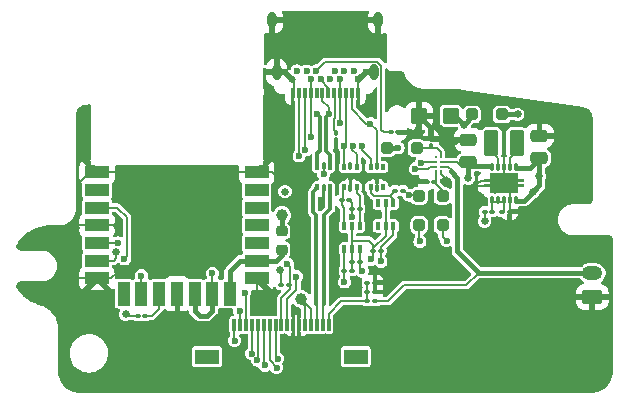
<source format=gbr>
%TF.GenerationSoftware,KiCad,Pcbnew,8.0.2*%
%TF.CreationDate,2025-05-18T14:56:39-07:00*%
%TF.ProjectId,PGS_USBW_Board,5047535f-5553-4425-975f-426f6172642e,rev?*%
%TF.SameCoordinates,Original*%
%TF.FileFunction,Copper,L1,Top*%
%TF.FilePolarity,Positive*%
%FSLAX46Y46*%
G04 Gerber Fmt 4.6, Leading zero omitted, Abs format (unit mm)*
G04 Created by KiCad (PCBNEW 8.0.2) date 2025-05-18 14:56:39*
%MOMM*%
%LPD*%
G01*
G04 APERTURE LIST*
G04 Aperture macros list*
%AMRoundRect*
0 Rectangle with rounded corners*
0 $1 Rounding radius*
0 $2 $3 $4 $5 $6 $7 $8 $9 X,Y pos of 4 corners*
0 Add a 4 corners polygon primitive as box body*
4,1,4,$2,$3,$4,$5,$6,$7,$8,$9,$2,$3,0*
0 Add four circle primitives for the rounded corners*
1,1,$1+$1,$2,$3*
1,1,$1+$1,$4,$5*
1,1,$1+$1,$6,$7*
1,1,$1+$1,$8,$9*
0 Add four rect primitives between the rounded corners*
20,1,$1+$1,$2,$3,$4,$5,0*
20,1,$1+$1,$4,$5,$6,$7,0*
20,1,$1+$1,$6,$7,$8,$9,0*
20,1,$1+$1,$8,$9,$2,$3,0*%
%AMFreePoly0*
4,1,45,-0.121464,1.703536,-0.120000,1.700000,-0.120000,1.205000,0.120000,1.205000,0.120000,1.700000,0.121464,1.703536,0.125000,1.705000,0.375000,1.705000,0.378536,1.703536,0.380000,1.700000,0.380000,1.205000,0.825000,1.205000,0.828536,1.203536,0.830000,1.200000,0.830000,-1.200000,0.828536,-1.203536,0.825000,-1.205000,0.380000,-1.205000,0.380000,-1.700000,0.378536,-1.703536,
0.375000,-1.705000,0.125000,-1.705000,0.121464,-1.703536,0.120000,-1.700000,0.120000,-1.205000,-0.120000,-1.205000,-0.120000,-1.700000,-0.121464,-1.703536,-0.125000,-1.705000,-0.375000,-1.705000,-0.378536,-1.703536,-0.380000,-1.700000,-0.380000,-1.205000,-0.825000,-1.205000,-0.828536,-1.203536,-0.830000,-1.200000,-0.830000,1.200000,-0.828536,1.203536,-0.825000,1.205000,-0.380000,1.205000,
-0.380000,1.700000,-0.378536,1.703536,-0.375000,1.705000,-0.125000,1.705000,-0.121464,1.703536,-0.121464,1.703536,$1*%
G04 Aperture macros list end*
%TA.AperFunction,ComponentPad*%
%ADD10O,1.750000X1.200000*%
%TD*%
%TA.AperFunction,ComponentPad*%
%ADD11RoundRect,0.250000X0.625000X-0.350000X0.625000X0.350000X-0.625000X0.350000X-0.625000X-0.350000X0*%
%TD*%
%TA.AperFunction,SMDPad,CuDef*%
%ADD12RoundRect,0.100000X0.130000X0.100000X-0.130000X0.100000X-0.130000X-0.100000X0.130000X-0.100000X0*%
%TD*%
%TA.AperFunction,SMDPad,CuDef*%
%ADD13RoundRect,0.100000X-0.130000X-0.100000X0.130000X-0.100000X0.130000X0.100000X-0.130000X0.100000X0*%
%TD*%
%TA.AperFunction,SMDPad,CuDef*%
%ADD14C,0.230000*%
%TD*%
%TA.AperFunction,SMDPad,CuDef*%
%ADD15RoundRect,0.100000X0.100000X-0.130000X0.100000X0.130000X-0.100000X0.130000X-0.100000X-0.130000X0*%
%TD*%
%TA.AperFunction,SMDPad,CuDef*%
%ADD16R,2.000000X1.000000*%
%TD*%
%TA.AperFunction,SMDPad,CuDef*%
%ADD17R,1.000000X2.000000*%
%TD*%
%TA.AperFunction,SMDPad,CuDef*%
%ADD18RoundRect,0.100000X0.100000X-0.225000X0.100000X0.225000X-0.100000X0.225000X-0.100000X-0.225000X0*%
%TD*%
%TA.AperFunction,SMDPad,CuDef*%
%ADD19RoundRect,0.218750X-0.256250X0.218750X-0.256250X-0.218750X0.256250X-0.218750X0.256250X0.218750X0*%
%TD*%
%TA.AperFunction,SMDPad,CuDef*%
%ADD20RoundRect,0.250000X-0.475000X0.250000X-0.475000X-0.250000X0.475000X-0.250000X0.475000X0.250000X0*%
%TD*%
%TA.AperFunction,SMDPad,CuDef*%
%ADD21RoundRect,0.250000X-0.250000X0.250000X-0.250000X-0.250000X0.250000X-0.250000X0.250000X0.250000X0*%
%TD*%
%TA.AperFunction,SMDPad,CuDef*%
%ADD22RoundRect,0.250000X0.475000X-0.250000X0.475000X0.250000X-0.475000X0.250000X-0.475000X-0.250000X0*%
%TD*%
%TA.AperFunction,SMDPad,CuDef*%
%ADD23RoundRect,0.093750X0.093750X-0.156250X0.093750X0.156250X-0.093750X0.156250X-0.093750X-0.156250X0*%
%TD*%
%TA.AperFunction,SMDPad,CuDef*%
%ADD24RoundRect,0.075000X0.075000X-0.250000X0.075000X0.250000X-0.075000X0.250000X-0.075000X-0.250000X0*%
%TD*%
%TA.AperFunction,SMDPad,CuDef*%
%ADD25RoundRect,0.007200X-0.112800X0.292800X-0.112800X-0.292800X0.112800X-0.292800X0.112800X0.292800X0*%
%TD*%
%TA.AperFunction,SMDPad,CuDef*%
%ADD26FreePoly0,270.000000*%
%TD*%
%TA.AperFunction,SMDPad,CuDef*%
%ADD27RoundRect,0.250000X0.250000X-0.250000X0.250000X0.250000X-0.250000X0.250000X-0.250000X-0.250000X0*%
%TD*%
%TA.AperFunction,SMDPad,CuDef*%
%ADD28RoundRect,0.250000X-0.375000X-0.850000X0.375000X-0.850000X0.375000X0.850000X-0.375000X0.850000X0*%
%TD*%
%TA.AperFunction,SMDPad,CuDef*%
%ADD29R,0.300000X0.900000*%
%TD*%
%TA.AperFunction,ComponentPad*%
%ADD30C,0.600000*%
%TD*%
%TA.AperFunction,ComponentPad*%
%ADD31O,0.800000X1.400000*%
%TD*%
%TA.AperFunction,SMDPad,CuDef*%
%ADD32RoundRect,0.250000X0.250000X0.250000X-0.250000X0.250000X-0.250000X-0.250000X0.250000X-0.250000X0*%
%TD*%
%TA.AperFunction,SMDPad,CuDef*%
%ADD33R,0.300000X1.000000*%
%TD*%
%TA.AperFunction,SMDPad,CuDef*%
%ADD34R,2.000000X1.300000*%
%TD*%
%TA.AperFunction,SMDPad,CuDef*%
%ADD35RoundRect,0.250000X0.450000X0.425000X-0.450000X0.425000X-0.450000X-0.425000X0.450000X-0.425000X0*%
%TD*%
%TA.AperFunction,ViaPad*%
%ADD36C,0.600000*%
%TD*%
%TA.AperFunction,ViaPad*%
%ADD37C,0.650000*%
%TD*%
%TA.AperFunction,ViaPad*%
%ADD38C,1.000000*%
%TD*%
%TA.AperFunction,Conductor*%
%ADD39C,0.200000*%
%TD*%
%TA.AperFunction,Conductor*%
%ADD40C,0.450000*%
%TD*%
%TA.AperFunction,Conductor*%
%ADD41C,0.342500*%
%TD*%
%TA.AperFunction,Conductor*%
%ADD42C,0.150000*%
%TD*%
G04 APERTURE END LIST*
D10*
%TO.P,J4,2,Pin_2*%
%TO.N,BATTERY_POS*%
X89670000Y-39950000D03*
D11*
%TO.P,J4,1,Pin_1*%
%TO.N,GND*%
X89670000Y-41950000D03*
%TD*%
D12*
%TO.P,R13,1*%
%TO.N,Net-(D4-A)*%
X76305091Y-32183329D03*
%TO.P,R13,2*%
%TO.N,GND*%
X75665091Y-32183329D03*
%TD*%
D13*
%TO.P,R3,1*%
%TO.N,+3V3*%
X69330000Y-38950000D03*
%TO.P,R3,2*%
%TO.N,N_LATCH_3.3*%
X69970000Y-38950000D03*
%TD*%
%TO.P,R11,1*%
%TO.N,BAT_LVL*%
X70630000Y-42300000D03*
%TO.P,R11,2*%
%TO.N,BATTERY_POS*%
X71270000Y-42300000D03*
%TD*%
D12*
%TO.P,R4,1*%
%TO.N,+3V3*%
X69315000Y-39725000D03*
%TO.P,R4,2*%
%TO.N,N_CLOCK_3.3*%
X68675000Y-39725000D03*
%TD*%
D14*
%TO.P,U5,A1,/INT*%
%TO.N,unconnected-(U5-{slash}INT-PadA1)*%
X76425001Y-30125000D03*
%TO.P,U5,A2,IN*%
%TO.N,VBUS*%
X76824999Y-30125000D03*
%TO.P,U5,B1,SCL*%
%TO.N,I2C1_SCL*%
X76425000Y-30525000D03*
%TO.P,U5,B2,SYS*%
%TO.N,VBUS_SYS*%
X76825000Y-30525000D03*
%TO.P,U5,C1,SDA*%
%TO.N,I2C1_SDA*%
X76425000Y-30925000D03*
%TO.P,U5,C2,BAT*%
%TO.N,BATTERY_POS*%
X76825000Y-30925000D03*
%TO.P,U5,D1,TS/MR*%
%TO.N,Net-(D4-A)*%
X76425001Y-31325000D03*
%TO.P,U5,D2,GND*%
%TO.N,GND*%
X76824999Y-31325000D03*
%TD*%
D15*
%TO.P,R2,1*%
%TO.N,GND*%
X67975000Y-28665000D03*
%TO.P,R2,2*%
%TO.N,Net-(J2-CC1)*%
X67975000Y-28025000D03*
%TD*%
D16*
%TO.P,P1,A1,GND*%
%TO.N,GND*%
X47750000Y-31375000D03*
%TO.P,P1,A2,NC1*%
%TO.N,unconnected-(P1A-NC1-PadA2)*%
X47750000Y-32875000D03*
%TO.P,P1,A3,SCLK*%
%TO.N,WL_CLK*%
X47750000Y-34375000D03*
%TO.P,P1,A4,GND*%
%TO.N,GND*%
X47750000Y-35875000D03*
%TO.P,P1,A5,DI*%
%TO.N,WL_D*%
X47750000Y-37375000D03*
%TO.P,P1,A6,DO*%
%TO.N,Net-(P1A-DO)*%
X47750000Y-38875000D03*
%TO.P,P1,A7,GND*%
%TO.N,GND*%
X47750000Y-40375000D03*
D17*
%TO.P,P1,B1,GPIO0*%
%TO.N,WL_GP0*%
X50000000Y-41675000D03*
%TO.P,P1,B2,CS*%
%TO.N,WL_CS*%
X51500000Y-41675000D03*
%TO.P,P1,B3,IRQ*%
%TO.N,Net-(P1B-IRQ)*%
X53000000Y-41675000D03*
%TO.P,P1,B4,GND*%
%TO.N,GND*%
X54500000Y-41675000D03*
%TO.P,P1,B5,WLON*%
%TO.N,WL_ON*%
X56000000Y-41675000D03*
%TO.P,P1,B6,BTON*%
X57500000Y-41675000D03*
%TO.P,P1,B7,VDDIO*%
%TO.N,VDDBAT*%
X59000000Y-41675000D03*
D16*
%TO.P,P1,C1,GND*%
%TO.N,GND*%
X61250000Y-40375000D03*
%TO.P,P1,C2,VDDBAT*%
%TO.N,VDDBAT*%
X61250000Y-38875000D03*
%TO.P,P1,C3,GPIO2*%
%TO.N,WL_GP2*%
X61250000Y-37375000D03*
%TO.P,P1,C4,GPIO1*%
%TO.N,WL_GP1*%
X61250000Y-35875000D03*
%TO.P,P1,C5,NC2*%
%TO.N,unconnected-(P1C-NC2-PadC5)*%
X61250000Y-34375000D03*
%TO.P,P1,C6,NC3*%
%TO.N,unconnected-(P1C-NC3-PadC6)*%
X61250000Y-32875000D03*
%TO.P,P1,C7,GND*%
%TO.N,GND*%
X61250000Y-31375000D03*
%TD*%
D18*
%TO.P,Q2,1,S1*%
%TO.N,unconnected-(Q2A-S1-Pad1)*%
X71525000Y-35925000D03*
%TO.P,Q2,2,G1*%
%TO.N,+3V3*%
X72175000Y-35924999D03*
%TO.P,Q2,3,D2*%
%TO.N,N_DATA_3.3*%
X72825000Y-35925000D03*
%TO.P,Q2,4,S2*%
%TO.N,N_DATA_SAFE*%
X72825000Y-34025000D03*
%TO.P,Q2,5,G2*%
%TO.N,+3V3*%
X72175000Y-34025001D03*
%TO.P,Q2,6,D1*%
%TO.N,unconnected-(Q2A-D1-Pad6)*%
X71525000Y-34025000D03*
%TD*%
D19*
%TO.P,L2,1,1*%
%TO.N,+3V3*%
X63375000Y-36387499D03*
%TO.P,L2,2,2*%
%TO.N,VDDBAT*%
X63375000Y-37962501D03*
%TD*%
D12*
%TO.P,R7,1*%
%TO.N,SHARED_PU*%
X69095000Y-33725000D03*
%TO.P,R7,2*%
%TO.N,N_CLOCK_SAFE*%
X68455000Y-33725000D03*
%TD*%
%TO.P,R10,1*%
%TO.N,GND*%
X71270000Y-41525000D03*
%TO.P,R10,2*%
%TO.N,BAT_LVL*%
X70630000Y-41525000D03*
%TD*%
D20*
%TO.P,C2,1*%
%TO.N,GND*%
X79175000Y-28625001D03*
%TO.P,C2,2*%
%TO.N,VBUS_SYS*%
X79175000Y-30524999D03*
%TD*%
D12*
%TO.P,R8,1*%
%TO.N,SHARED_PU*%
X73620000Y-32950000D03*
%TO.P,R8,2*%
%TO.N,N_DATA_SAFE*%
X72980000Y-32950000D03*
%TD*%
D21*
%TO.P,D3,1,K*%
%TO.N,SHARED_PU*%
X75025000Y-33375001D03*
%TO.P,D3,2,A*%
%TO.N,+3V3*%
X75025000Y-35874999D03*
%TD*%
D22*
%TO.P,C4,1*%
%TO.N,+3V3*%
X85200000Y-30199998D03*
%TO.P,C4,2*%
%TO.N,GND*%
X85200000Y-28300000D03*
%TD*%
D12*
%TO.P,R12,1*%
%TO.N,Net-(P1B-IRQ)*%
X51820000Y-43525000D03*
%TO.P,R12,2*%
%TO.N,WL_D*%
X51180000Y-43525000D03*
%TD*%
D23*
%TO.P,U3,1,I/O1*%
%TO.N,N_DATA_SAFE*%
X70900000Y-32650000D03*
D24*
%TO.P,U3,2,GND*%
%TO.N,GND*%
X71437500Y-32725000D03*
D23*
%TO.P,U3,3,I/O2*%
%TO.N,unconnected-(U3-I{slash}O2-Pad3)*%
X71975000Y-32650000D03*
%TO.P,U3,4,I/O2*%
%TO.N,unconnected-(U3-I{slash}O2-Pad4)*%
X71975000Y-30950000D03*
D24*
%TO.P,U3,5,VBUS*%
%TO.N,+3.3V_PRE*%
X71437500Y-30875000D03*
D23*
%TO.P,U3,6,I/O1*%
%TO.N,N_DATA*%
X70900000Y-30950000D03*
%TD*%
D13*
%TO.P,R6,1*%
%TO.N,SHARED_PU*%
X69330000Y-34500000D03*
%TO.P,R6,2*%
%TO.N,N_LATCH_SAFE*%
X69970000Y-34500000D03*
%TD*%
D15*
%TO.P,C7,1*%
%TO.N,VBUS*%
X76001741Y-29191248D03*
%TO.P,C7,2*%
%TO.N,GND*%
X76001741Y-28551248D03*
%TD*%
D12*
%TO.P,C3,1*%
%TO.N,GND*%
X82670000Y-34725000D03*
%TO.P,C3,2*%
%TO.N,Net-(U4-EN)*%
X82030000Y-34725000D03*
%TD*%
D13*
%TO.P,C6,1*%
%TO.N,BAT_LVL*%
X70630000Y-40750000D03*
%TO.P,C6,2*%
%TO.N,GND*%
X71270000Y-40750000D03*
%TD*%
D25*
%TO.P,U4,1,VOUT*%
%TO.N,+3V3*%
X83200000Y-30925000D03*
%TO.P,U4,2,L2*%
%TO.N,Net-(U4-L2)*%
X82700000Y-30925000D03*
%TO.P,U4,3,PGND*%
%TO.N,GND*%
X82200000Y-30925001D03*
%TO.P,U4,4,L1*%
%TO.N,Net-(U4-L1)*%
X81700000Y-30925000D03*
%TO.P,U4,5,VIN*%
%TO.N,VBUS_SYS*%
X81200000Y-30925000D03*
%TO.P,U4,6,EN*%
%TO.N,Net-(U4-EN)*%
X81200000Y-33725000D03*
%TO.P,U4,7,PS/SYNC*%
X81700000Y-33725000D03*
%TO.P,U4,8,VINA*%
X82200000Y-33724999D03*
%TO.P,U4,9,GND*%
%TO.N,GND*%
X82700000Y-33725000D03*
%TO.P,U4,10,FB*%
%TO.N,+3V3*%
X83200000Y-33725000D03*
D26*
%TO.P,U4,11,EP*%
%TO.N,GND*%
X82200000Y-32325000D03*
%TD*%
D23*
%TO.P,U2,1,I/O1*%
%TO.N,N_CLOCK_SAFE*%
X68650000Y-32650000D03*
D24*
%TO.P,U2,2,GND*%
%TO.N,GND*%
X69187500Y-32725000D03*
D23*
%TO.P,U2,3,I/O2*%
%TO.N,N_LATCH_SAFE*%
X69725000Y-32650000D03*
%TO.P,U2,4,I/O2*%
%TO.N,N_LATCH*%
X69725000Y-30950000D03*
D24*
%TO.P,U2,5,VBUS*%
%TO.N,unconnected-(U2-VBUS-Pad5)*%
X69187500Y-30875000D03*
D23*
%TO.P,U2,6,I/O1*%
%TO.N,N_CLOCK*%
X68650000Y-30950000D03*
%TD*%
D12*
%TO.P,R14,1*%
%TO.N,WL_D*%
X63970000Y-40900000D03*
%TO.P,R14,2*%
%TO.N,Net-(P1A-DO)*%
X63330000Y-40900000D03*
%TD*%
D27*
%TO.P,D4,1,K*%
%TO.N,BTN_PWR*%
X77000000Y-35874999D03*
%TO.P,D4,2,A*%
%TO.N,Net-(D4-A)*%
X77000000Y-33375001D03*
%TD*%
D28*
%TO.P,L1,1,1*%
%TO.N,Net-(U4-L1)*%
X81125000Y-28900000D03*
%TO.P,L1,2,2*%
%TO.N,Net-(U4-L2)*%
X83275000Y-28900000D03*
%TD*%
D13*
%TO.P,R9,1*%
%TO.N,VBUS_SYS*%
X80555000Y-34725000D03*
%TO.P,R9,2*%
%TO.N,Net-(U4-EN)*%
X81195000Y-34725000D03*
%TD*%
%TO.P,R5,1*%
%TO.N,+3V3*%
X71130000Y-38025000D03*
%TO.P,R5,2*%
%TO.N,N_DATA_3.3*%
X71770000Y-38025000D03*
%TD*%
D29*
%TO.P,J2,A1,GND_1*%
%TO.N,GND*%
X69824998Y-24721124D03*
%TO.P,J2,A2,SSTXP1*%
%TO.N,+3.3V_PRE*%
X69324998Y-24721124D03*
%TO.P,J2,A3,SSTXN1*%
%TO.N,N_CLOCK*%
X68824998Y-24721124D03*
%TO.P,J2,A4,VBUS_1*%
%TO.N,VBUS_PRE*%
X68324998Y-24721124D03*
%TO.P,J2,A5,CC1*%
%TO.N,Net-(J2-CC1)*%
X67824998Y-24721124D03*
%TO.P,J2,A6,DP1*%
%TO.N,D+*%
X67324998Y-24721124D03*
%TO.P,J2,A7,DN1*%
%TO.N,D-*%
X66824998Y-24721124D03*
%TO.P,J2,A8,SBU1*%
%TO.N,unconnected-(J2-SBU1-PadA8)*%
X66324998Y-24721124D03*
%TO.P,J2,A9,VBUS_2*%
%TO.N,VBUS_PRE*%
X65824998Y-24721124D03*
%TO.P,J2,A10,SSRXN2*%
%TO.N,N_LATCH*%
X65324998Y-24721124D03*
%TO.P,J2,A11,SSRXP2*%
%TO.N,N_DATA*%
X64824998Y-24721124D03*
%TO.P,J2,A12,GND_2*%
%TO.N,GND*%
X64324998Y-24721124D03*
D30*
%TO.P,J2,B1,GND_3*%
X64274998Y-23511124D03*
%TO.P,J2,B2,SSTXP2*%
%TO.N,+3.3V_PRE*%
X64674998Y-22811124D03*
%TO.P,J2,B3,SSTXN2*%
%TO.N,N_CLOCK*%
X65474998Y-22811124D03*
%TO.P,J2,B4,VBUS_3*%
%TO.N,VBUS_PRE*%
X65874998Y-23511124D03*
%TO.P,J2,B5,CC2*%
%TO.N,Net-(J2-CC2)*%
X66274998Y-22811124D03*
%TO.P,J2,B6,DP2*%
%TO.N,D+*%
X66674998Y-23511124D03*
%TO.P,J2,B7,DN2*%
%TO.N,D-*%
X67474998Y-23511124D03*
%TO.P,J2,B8,SBU2*%
%TO.N,unconnected-(J2-SBU2-PadB8)*%
X67874998Y-22811124D03*
%TO.P,J2,B9,VBUS_4*%
%TO.N,VBUS_PRE*%
X68274998Y-23511124D03*
%TO.P,J2,B10,SSRXN1*%
%TO.N,N_LATCH*%
X68674998Y-22811124D03*
%TO.P,J2,B11,SSRXP1*%
%TO.N,N_DATA*%
X69474998Y-22811124D03*
%TO.P,J2,B12,GND_4*%
%TO.N,GND*%
X69874998Y-23511124D03*
D31*
%TO.P,J2,MH1,MH1*%
X71204998Y-22921124D03*
%TO.P,J2,MH2,MH2*%
X62944998Y-22921124D03*
%TO.P,J2,MH3,MH3*%
X62584998Y-18521124D03*
%TO.P,J2,MH4,MH4*%
X71564998Y-18521124D03*
%TD*%
D32*
%TO.P,D1,1,K*%
%TO.N,VBUS_SYS*%
X81999999Y-26500000D03*
%TO.P,D1,2,A*%
%TO.N,+3.3V_PRE*%
X79500001Y-26500000D03*
%TD*%
%TO.P,D2,1,K*%
%TO.N,VBUS*%
X74799999Y-29325000D03*
%TO.P,D2,2,A*%
%TO.N,VBUS_PRE*%
X72300001Y-29325000D03*
%TD*%
D23*
%TO.P,U1,1,I/O1*%
%TO.N,SAFE_D+*%
X66387500Y-32650000D03*
D24*
%TO.P,U1,2,GND*%
%TO.N,GND*%
X66925000Y-32725000D03*
D23*
%TO.P,U1,3,I/O2*%
%TO.N,SAFE_D-*%
X67462500Y-32650000D03*
%TO.P,U1,4,I/O2*%
%TO.N,D-*%
X67462500Y-30950000D03*
D24*
%TO.P,U1,5,VBUS*%
%TO.N,VBUS_PRE*%
X66925000Y-30875000D03*
D23*
%TO.P,U1,6,I/O1*%
%TO.N,D+*%
X66387500Y-30950000D03*
%TD*%
D18*
%TO.P,Q1,1,S1*%
%TO.N,N_CLOCK_3.3*%
X68675000Y-37875000D03*
%TO.P,Q1,2,G1*%
%TO.N,+3V3*%
X69325000Y-37874999D03*
%TO.P,Q1,3,D2*%
%TO.N,N_LATCH_3.3*%
X69975000Y-37875000D03*
%TO.P,Q1,4,S2*%
%TO.N,N_LATCH_SAFE*%
X69975000Y-35975000D03*
%TO.P,Q1,5,G2*%
%TO.N,+3V3*%
X69325000Y-35975001D03*
%TO.P,Q1,6,D1*%
%TO.N,N_CLOCK_SAFE*%
X68675000Y-35975000D03*
%TD*%
D33*
%TO.P,J1,1,Pin_1*%
%TO.N,BTN_PWR*%
X59350000Y-44300000D03*
%TO.P,J1,2,Pin_2*%
%TO.N,WL_CS*%
X59850000Y-44300000D03*
%TO.P,J1,3,Pin_3*%
%TO.N,WL_CLK*%
X60350000Y-44300000D03*
%TO.P,J1,4,Pin_4*%
%TO.N,N_CLOCK_3.3*%
X60850000Y-44300000D03*
%TO.P,J1,5,Pin_5*%
%TO.N,N_LATCH_3.3*%
X61350000Y-44300000D03*
%TO.P,J1,6,Pin_6*%
%TO.N,N_DATA_3.3*%
X61850000Y-44300000D03*
%TO.P,J1,7,Pin_7*%
%TO.N,I2C1_SCL*%
X62350000Y-44300000D03*
%TO.P,J1,8,Pin_8*%
%TO.N,I2C1_SDA*%
X62850000Y-44300000D03*
%TO.P,J1,9,Pin_9*%
%TO.N,WL_D*%
X63350000Y-44300000D03*
%TO.P,J1,10,Pin_10*%
%TO.N,WL_ON*%
X63850000Y-44300000D03*
%TO.P,J1,11,Pin_11*%
%TO.N,GND*%
X64350000Y-44300000D03*
%TO.P,J1,12,Pin_12*%
X64850000Y-44300000D03*
%TO.P,J1,13,Pin_13*%
%TO.N,+3V3*%
X65350000Y-44300000D03*
%TO.P,J1,14,Pin_14*%
X65850000Y-44300000D03*
%TO.P,J1,15,Pin_15*%
%TO.N,SAFE_D+*%
X66350000Y-44300000D03*
%TO.P,J1,16,Pin_16*%
%TO.N,SAFE_D-*%
X66850000Y-44300000D03*
%TO.P,J1,17,Pin_17*%
%TO.N,BAT_LVL*%
X67350000Y-44300000D03*
D34*
%TO.P,J1,18*%
%TO.N,N/C*%
X57050000Y-47000000D03*
%TO.P,J1,19*%
X69650000Y-47000000D03*
%TD*%
D13*
%TO.P,R1,1*%
%TO.N,Net-(J2-CC2)*%
X72605000Y-28000000D03*
%TO.P,R1,2*%
%TO.N,GND*%
X73245000Y-28000000D03*
%TD*%
D35*
%TO.P,C1,1*%
%TO.N,+3.3V_PRE*%
X77700000Y-26600000D03*
%TO.P,C1,2*%
%TO.N,GND*%
X75000000Y-26600000D03*
%TD*%
D36*
%TO.N,N_LATCH_3.3*%
X70200000Y-39775000D03*
X61325000Y-47300000D03*
%TO.N,N_CLOCK_3.3*%
X68675000Y-40675000D03*
X60825000Y-46750000D03*
D37*
%TO.N,+3V3*%
X85200000Y-31730000D03*
D38*
X65000000Y-42100000D03*
D36*
X75075000Y-37250000D03*
D38*
X63400000Y-35025000D03*
D36*
X70950000Y-38775000D03*
D37*
X84620000Y-33090000D03*
D36*
%TO.N,WL_CLK*%
X50050000Y-38725000D03*
X60250000Y-41575000D03*
%TO.N,D-*%
X67350000Y-26450000D03*
D37*
%TO.N,GND*%
X54990000Y-45880000D03*
X55710000Y-44990000D03*
X45780000Y-40510000D03*
D36*
X71425000Y-31825000D03*
D37*
X49740000Y-31600000D03*
X59220000Y-31610000D03*
D36*
X66725000Y-33750000D03*
D37*
X64600000Y-43150000D03*
X49510000Y-39820000D03*
X79450000Y-33520000D03*
D36*
X73530000Y-34140000D03*
D37*
X61240000Y-43030000D03*
X77750000Y-29125000D03*
X54190000Y-45090000D03*
D36*
X77450000Y-32125000D03*
D37*
X74920000Y-27780000D03*
X49440000Y-35950000D03*
D36*
X70630000Y-35310000D03*
D37*
X45930000Y-36090000D03*
X62000000Y-42400000D03*
D36*
X67730000Y-41880000D03*
X74850000Y-32050000D03*
X69200000Y-31825000D03*
%TO.N,N_DATA_3.3*%
X71775000Y-38925000D03*
X61950000Y-47725000D03*
%TO.N,BTN_PWR*%
X77332536Y-37182766D03*
X59400000Y-45650000D03*
%TO.N,I2C1_SCL*%
X62950000Y-47925000D03*
X75200000Y-30575000D03*
%TO.N,WL_D*%
X49525000Y-37375000D03*
X63850000Y-39150000D03*
D37*
X50150000Y-43425000D03*
D36*
%TO.N,I2C1_SDA*%
X74700000Y-31100000D03*
X63025000Y-47175000D03*
%TO.N,WL_ON*%
X64625000Y-40225000D03*
X57500000Y-39950000D03*
%TO.N,WL_CS*%
X59825000Y-43150000D03*
X51500000Y-40150000D03*
%TO.N,D+*%
X66350000Y-26450000D03*
%TO.N,VBUS_PRE*%
X68300000Y-27250000D03*
D37*
X63650000Y-33025000D03*
D36*
X66931705Y-31531926D03*
X73226839Y-29326195D03*
X65858902Y-28447463D03*
%TO.N,+3.3V_PRE*%
X70878732Y-27265074D03*
D37*
X78800000Y-27350000D03*
D36*
%TO.N,N_DATA*%
X64850000Y-30000000D03*
X70188400Y-29193512D03*
%TO.N,N_LATCH*%
X65372391Y-29497588D03*
X69438400Y-29193512D03*
%TO.N,N_CLOCK*%
X68688400Y-29193512D03*
D37*
%TO.N,VBUS_SYS*%
X80550000Y-35525000D03*
X79175000Y-31875000D03*
X83350000Y-26500000D03*
D36*
%TO.N,SHARED_PU*%
X74135268Y-33319448D03*
X69322351Y-35183614D03*
D37*
%TO.N,Net-(P1A-DO)*%
X63200000Y-39675000D03*
X49375000Y-38175000D03*
%TD*%
D39*
%TO.N,BATTERY_POS*%
X78990000Y-40950000D02*
X80050000Y-39890000D01*
X73725000Y-40950000D02*
X78990000Y-40950000D01*
X72375000Y-42300000D02*
X73725000Y-40950000D01*
X71270000Y-42300000D02*
X72375000Y-42300000D01*
D40*
X80050000Y-39890000D02*
X89610000Y-39890000D01*
X89610000Y-39890000D02*
X89670000Y-39950000D01*
X78250000Y-38090000D02*
X80050000Y-39890000D01*
X78250000Y-31883312D02*
X78250000Y-38090000D01*
X77675000Y-31308312D02*
X78250000Y-31883312D01*
D39*
%TO.N,N_LATCH_3.3*%
X69975000Y-37875000D02*
X69970000Y-37880000D01*
X69970000Y-37880000D02*
X69970000Y-38950000D01*
X61350000Y-44300000D02*
X61350000Y-47275000D01*
X70200000Y-39775000D02*
X69970000Y-39545000D01*
X61350000Y-47275000D02*
X61325000Y-47300000D01*
X69970000Y-39545000D02*
X69970000Y-38950000D01*
%TO.N,N_CLOCK_3.3*%
X68675000Y-37875000D02*
X68675000Y-39725000D01*
X60850000Y-44300000D02*
X60850000Y-46725000D01*
X60850000Y-46725000D02*
X60825000Y-46750000D01*
X68675000Y-40675000D02*
X68675000Y-39725000D01*
D40*
%TO.N,+3V3*%
X84403420Y-30996578D02*
X83303664Y-30996578D01*
D39*
X69330000Y-39710000D02*
X69315000Y-39725000D01*
X71130000Y-37795000D02*
X71130000Y-37530000D01*
D40*
X83911080Y-33798920D02*
X83306522Y-33798920D01*
D39*
X69325000Y-37175000D02*
X69325000Y-37874999D01*
X71130000Y-38025000D02*
X71130000Y-37795000D01*
X71130000Y-37530000D02*
X70775000Y-37175000D01*
X75025000Y-37200000D02*
X75075000Y-37250000D01*
X65019086Y-42100000D02*
X65000000Y-42100000D01*
D40*
X84620000Y-33090000D02*
X83911080Y-33798920D01*
D39*
X72175000Y-36750000D02*
X72175000Y-35924999D01*
X69320000Y-38950000D02*
X69320000Y-37879999D01*
D40*
X63375000Y-35050000D02*
X63400000Y-35025000D01*
D39*
X65350000Y-44300000D02*
X65350000Y-42694871D01*
D40*
X63375000Y-36387499D02*
X63375000Y-35050000D01*
D39*
X71130000Y-38025000D02*
X71130000Y-38595000D01*
X65850000Y-42930914D02*
X65019086Y-42100000D01*
D40*
X85200000Y-32510000D02*
X84620000Y-33090000D01*
D39*
X69330000Y-38950000D02*
X69330000Y-39710000D01*
X69320000Y-37879999D02*
X69325000Y-37874999D01*
D40*
X85200000Y-30199998D02*
X84403420Y-30996578D01*
D39*
X71130000Y-37795000D02*
X72175000Y-36750000D01*
X65350000Y-42694871D02*
X65117096Y-42461967D01*
X75025000Y-35874999D02*
X75025000Y-37200000D01*
D40*
X85200000Y-30199998D02*
X85200000Y-32510000D01*
D39*
X70775000Y-37175000D02*
X69325000Y-37175000D01*
X65350000Y-42450000D02*
X65000000Y-42100000D01*
X69325000Y-35975001D02*
X69325000Y-37175000D01*
X71130000Y-38595000D02*
X70950000Y-38775000D01*
X72175000Y-34025001D02*
X72175000Y-35924999D01*
X65850000Y-44300000D02*
X65850000Y-42930914D01*
%TO.N,WL_CLK*%
X50300000Y-38475000D02*
X50300000Y-35210000D01*
X50300000Y-35210000D02*
X49465000Y-34375000D01*
X60350000Y-44300000D02*
X60350000Y-41675000D01*
X49465000Y-34375000D02*
X47750000Y-34375000D01*
X60350000Y-41675000D02*
X60250000Y-41575000D01*
X50050000Y-38725000D02*
X50300000Y-38475000D01*
D41*
%TO.N,D-*%
X67462500Y-29937500D02*
X67325000Y-29800000D01*
D39*
X67350000Y-25900000D02*
X67350000Y-26450000D01*
D41*
X67121250Y-29596250D02*
X67325000Y-29800000D01*
X67350000Y-26450000D02*
X67121250Y-26678750D01*
D39*
X66824998Y-24721124D02*
X66824998Y-25374998D01*
X66824998Y-25374998D02*
X67350000Y-25900000D01*
D41*
X67462500Y-30950000D02*
X67462500Y-29937500D01*
X67121250Y-26678750D02*
X67121250Y-29596250D01*
D39*
%TO.N,GND*%
X80010000Y-32325000D02*
X79795000Y-32325000D01*
D42*
X67975000Y-31325000D02*
X68475000Y-31825000D01*
D39*
X82200000Y-30925001D02*
X82200000Y-29790000D01*
X45915000Y-40375000D02*
X45780000Y-40510000D01*
X47750000Y-40375000D02*
X48955000Y-40375000D01*
X69187500Y-31837500D02*
X69200000Y-31825000D01*
X82700000Y-33725000D02*
X82700000Y-32825000D01*
X82200000Y-32325000D02*
X81965607Y-32090607D01*
X64850000Y-43400000D02*
X64600000Y-43150000D01*
X64350000Y-43400000D02*
X64600000Y-43150000D01*
X76824999Y-31325000D02*
X76824999Y-31499999D01*
X61250000Y-40375000D02*
X61250000Y-41440000D01*
X46145000Y-35875000D02*
X45930000Y-36090000D01*
X80244393Y-32090607D02*
X80010000Y-32325000D01*
X61250000Y-31375000D02*
X59455000Y-31375000D01*
D42*
X64400020Y-24646102D02*
X64400020Y-23663354D01*
D39*
X82700000Y-33725000D02*
X82700000Y-34695000D01*
X82200000Y-30925001D02*
X82200000Y-32325000D01*
X66925000Y-33550000D02*
X66725000Y-33750000D01*
X49485000Y-31375000D02*
X49730000Y-31620000D01*
X69187500Y-32725000D02*
X69187500Y-31837500D01*
D40*
X78249999Y-28625001D02*
X77750000Y-29125000D01*
D39*
X48955000Y-40375000D02*
X49510000Y-39820000D01*
X75665091Y-32183329D02*
X74983329Y-32183329D01*
D40*
X54500000Y-43720000D02*
X54420000Y-43800000D01*
D39*
X79795000Y-32325000D02*
X79510000Y-32610000D01*
D42*
X69824998Y-23561124D02*
X69824998Y-24721124D01*
D39*
X47125000Y-31375000D02*
X46220000Y-32280000D01*
X49365000Y-35875000D02*
X49440000Y-35950000D01*
X73245000Y-28000000D02*
X74700000Y-28000000D01*
X61250000Y-41440000D02*
X61150000Y-41540000D01*
X74983329Y-32183329D02*
X74850000Y-32050000D01*
X66925000Y-32725000D02*
X66925000Y-33550000D01*
X71425000Y-32712500D02*
X71425000Y-31825000D01*
D42*
X64324998Y-24721124D02*
X64400020Y-24646102D01*
D40*
X79175000Y-28625001D02*
X78249999Y-28625001D01*
D42*
X69874998Y-23511124D02*
X69824998Y-23561124D01*
D40*
X54500000Y-41675000D02*
X54500000Y-43720000D01*
D39*
X81965607Y-32090607D02*
X80244393Y-32090607D01*
D40*
X76001741Y-28551248D02*
X76001741Y-27601741D01*
X76001741Y-27601741D02*
X75000000Y-26600000D01*
D39*
X47750000Y-31375000D02*
X49485000Y-31375000D01*
X47750000Y-31375000D02*
X47125000Y-31375000D01*
X64850000Y-44300000D02*
X64850000Y-43400000D01*
X47750000Y-35875000D02*
X49365000Y-35875000D01*
D40*
X77176248Y-28551248D02*
X77750000Y-29125000D01*
D42*
X67975000Y-28665000D02*
X67975000Y-31325000D01*
D39*
X82200000Y-29790000D02*
X82190000Y-29780000D01*
X49730000Y-31620000D02*
X49730000Y-31610000D01*
X59455000Y-31375000D02*
X59220000Y-31610000D01*
D42*
X64400020Y-23663354D02*
X64261394Y-23524728D01*
D39*
X47750000Y-40375000D02*
X45915000Y-40375000D01*
D42*
X68475000Y-31825000D02*
X69200000Y-31825000D01*
D39*
X81949884Y-32575116D02*
X79964884Y-32575116D01*
X79964884Y-32575116D02*
X79710000Y-32830000D01*
X82700000Y-32825000D02*
X82200000Y-32325000D01*
X49730000Y-31610000D02*
X49740000Y-31600000D01*
X71437500Y-32725000D02*
X71425000Y-32712500D01*
X74700000Y-28000000D02*
X74920000Y-27780000D01*
X47750000Y-35875000D02*
X46145000Y-35875000D01*
X64350000Y-44300000D02*
X64350000Y-43400000D01*
X62565000Y-31375000D02*
X62980000Y-31790000D01*
D40*
X76001741Y-28551248D02*
X77176248Y-28551248D01*
D39*
X82200000Y-32325000D02*
X81949884Y-32575116D01*
X61250000Y-31375000D02*
X62565000Y-31375000D01*
X76824999Y-31499999D02*
X77450000Y-32125000D01*
X82700000Y-34695000D02*
X82670000Y-34725000D01*
%TO.N,N_DATA_3.3*%
X72825000Y-35925000D02*
X72825000Y-36675000D01*
X71770000Y-37730000D02*
X71770000Y-38025000D01*
X72825000Y-36675000D02*
X71770000Y-37730000D01*
X61850000Y-47625000D02*
X61950000Y-47725000D01*
X71775000Y-38030000D02*
X71770000Y-38025000D01*
X61850000Y-44300000D02*
X61850000Y-47625000D01*
X71775000Y-38925000D02*
X71775000Y-38030000D01*
%TO.N,BTN_PWR*%
X59350000Y-44300000D02*
X59350000Y-45600000D01*
X59350000Y-45600000D02*
X59400000Y-45650000D01*
X77000000Y-36850230D02*
X77332536Y-37182766D01*
X77000000Y-35849999D02*
X77000000Y-36850230D01*
%TO.N,I2C1_SCL*%
X75250000Y-30525000D02*
X76425000Y-30525000D01*
X62350000Y-47325000D02*
X62950000Y-47925000D01*
X75200000Y-30575000D02*
X75250000Y-30525000D01*
X62350000Y-44300000D02*
X62350000Y-47325000D01*
%TO.N,WL_D*%
X63350000Y-44300000D02*
X63350000Y-42025000D01*
X49525000Y-37375000D02*
X47750000Y-37375000D01*
X50250000Y-43525000D02*
X51180000Y-43525000D01*
X64100000Y-41275000D02*
X64100000Y-39400000D01*
X64100000Y-39400000D02*
X63850000Y-39150000D01*
X50150000Y-43425000D02*
X50250000Y-43525000D01*
X63350000Y-42025000D02*
X64100000Y-41275000D01*
%TO.N,BAT_LVL*%
X68425000Y-42300000D02*
X67350000Y-43375000D01*
X67350000Y-43375000D02*
X67350000Y-44300000D01*
X70630000Y-42300000D02*
X70630000Y-40750000D01*
X70630000Y-42300000D02*
X68425000Y-42300000D01*
%TO.N,I2C1_SDA*%
X75950000Y-30925000D02*
X76425000Y-30925000D01*
X62850000Y-44300000D02*
X62850000Y-47000000D01*
X75775000Y-31100000D02*
X75950000Y-30925000D01*
X74700000Y-31100000D02*
X75775000Y-31100000D01*
X62850000Y-47000000D02*
X63025000Y-47175000D01*
D40*
%TO.N,WL_ON*%
X56450000Y-43550000D02*
X56000000Y-43100000D01*
X56000000Y-43100000D02*
X56000000Y-41675000D01*
X57050000Y-43550000D02*
X56450000Y-43550000D01*
X57500000Y-41675000D02*
X57500000Y-43100000D01*
D39*
X64625000Y-41325000D02*
X63850000Y-42100000D01*
X63850000Y-42100000D02*
X63850000Y-44300000D01*
X64625000Y-40225000D02*
X64625000Y-41325000D01*
X57500000Y-39950000D02*
X57500000Y-41675000D01*
D40*
X57500000Y-43100000D02*
X57050000Y-43550000D01*
D39*
%TO.N,WL_CS*%
X51500000Y-40150000D02*
X51500000Y-41675000D01*
X59850000Y-43175000D02*
X59825000Y-43150000D01*
X59850000Y-44300000D02*
X59850000Y-43175000D01*
%TO.N,D+*%
X67324998Y-24721124D02*
X67324998Y-24245684D01*
D41*
X66387500Y-30950000D02*
X66387500Y-29812500D01*
X66578750Y-29596250D02*
X66375000Y-29800000D01*
X66350000Y-26450000D02*
X66578750Y-26678750D01*
D39*
X66674998Y-23595684D02*
X66674998Y-23511124D01*
X67324998Y-24245684D02*
X66674998Y-23595684D01*
D41*
X66578750Y-26678750D02*
X66578750Y-29596250D01*
X66387500Y-29812500D02*
X66375000Y-29800000D01*
D39*
%TO.N,VBUS_PRE*%
X65824998Y-28413559D02*
X65824998Y-24721124D01*
X68324998Y-27225002D02*
X68324998Y-24721124D01*
D40*
X72450001Y-29325000D02*
X73225644Y-29325000D01*
D39*
X68324998Y-23561124D02*
X68274998Y-23511124D01*
X65824998Y-23561124D02*
X65824998Y-24721124D01*
D40*
X73225644Y-29325000D02*
X73226839Y-29326195D01*
D39*
X65874998Y-23511124D02*
X65824998Y-23561124D01*
X68324998Y-24721124D02*
X68324998Y-23561124D01*
X68300000Y-27250000D02*
X68324998Y-27225002D01*
X65858902Y-28447463D02*
X65824998Y-28413559D01*
X66925000Y-31525221D02*
X66931705Y-31531926D01*
X66925000Y-30875000D02*
X66925000Y-31525221D01*
D42*
%TO.N,Net-(J2-CC1)*%
X67775000Y-26900000D02*
X67775000Y-27825000D01*
X67900294Y-26774706D02*
X67775000Y-26900000D01*
X67824998Y-24721124D02*
X67824998Y-24736183D01*
X67900294Y-24811479D02*
X67900294Y-26774706D01*
X67824998Y-24736183D02*
X67900294Y-24811479D01*
X67775000Y-27825000D02*
X67975000Y-28025000D01*
%TO.N,Net-(J2-CC2)*%
X71804998Y-22354998D02*
X71804998Y-27804998D01*
X71465613Y-22015613D02*
X71615000Y-22165000D01*
X66274998Y-22811124D02*
X67070509Y-22015613D01*
X71804998Y-27804998D02*
X72000000Y-28000000D01*
X71250000Y-22015613D02*
X71465613Y-22015613D01*
X67070509Y-22015613D02*
X71250000Y-22015613D01*
X71465613Y-22015613D02*
X71804998Y-22354998D01*
X72000000Y-28000000D02*
X72605000Y-28000000D01*
D40*
%TO.N,+3.3V_PRE*%
X79500001Y-26649999D02*
X78800000Y-27350000D01*
D39*
X70540074Y-27265074D02*
X69324998Y-26049998D01*
D40*
X78050000Y-26600000D02*
X78800000Y-27350000D01*
D39*
X70878732Y-27265074D02*
X70540074Y-27265074D01*
D40*
X79500001Y-26500000D02*
X79500001Y-26649999D01*
D39*
X70878732Y-27265074D02*
X71437500Y-27823842D01*
X71437500Y-27823842D02*
X71437500Y-30875000D01*
D40*
X77700000Y-26600000D02*
X78050000Y-26600000D01*
D39*
X69324998Y-26049998D02*
X69324998Y-24721124D01*
%TO.N,N_DATA*%
X64824998Y-29974998D02*
X64850000Y-30000000D01*
X70188400Y-29538400D02*
X70900000Y-30250000D01*
X70188400Y-29193512D02*
X70188400Y-29538400D01*
X70900000Y-30250000D02*
X70900000Y-30950000D01*
X64824998Y-24721124D02*
X64824998Y-29974998D01*
%TO.N,N_LATCH*%
X65372391Y-29497588D02*
X65324998Y-29450195D01*
X69348354Y-29498354D02*
X69725000Y-29875000D01*
X69725000Y-29875000D02*
X69725000Y-30950000D01*
X65324998Y-29450195D02*
X65324998Y-24721124D01*
X69348354Y-29228300D02*
X69348354Y-29498354D01*
%TO.N,N_CLOCK*%
X68824998Y-24721124D02*
X68824998Y-29056914D01*
X68650000Y-29231912D02*
X68650000Y-30950000D01*
X68824998Y-29056914D02*
X68650000Y-29231912D01*
D41*
%TO.N,SAFE_D-*%
X67462500Y-34487500D02*
X67462500Y-32650000D01*
D39*
X66850000Y-44300000D02*
X66850000Y-42650000D01*
X66850000Y-42650000D02*
X66925000Y-42575000D01*
D41*
X66925000Y-42575000D02*
X66925000Y-35025000D01*
X66925000Y-35025000D02*
X67462500Y-34487500D01*
%TO.N,SAFE_D+*%
X66275000Y-32762500D02*
X66275000Y-32850000D01*
X66050197Y-34775197D02*
X66275000Y-35000000D01*
X66050197Y-33074803D02*
X66050197Y-34775197D01*
X66387500Y-32650000D02*
X66275000Y-32762500D01*
X66275000Y-32850000D02*
X66050197Y-33074803D01*
D39*
X66350000Y-42650000D02*
X66275000Y-42575000D01*
D41*
X66275000Y-35000000D02*
X66275000Y-42575000D01*
D39*
X66350000Y-44300000D02*
X66350000Y-42650000D01*
%TO.N,N_LATCH_SAFE*%
X69970000Y-35970000D02*
X69975000Y-35975000D01*
X69725000Y-33150000D02*
X69970000Y-33395000D01*
X69725000Y-32650000D02*
X69725000Y-33150000D01*
X69970000Y-33395000D02*
X69970000Y-34500000D01*
X69970000Y-34500000D02*
X69970000Y-35970000D01*
%TO.N,N_CLOCK_SAFE*%
X68650000Y-32650000D02*
X68562956Y-32737044D01*
X68675000Y-34400000D02*
X68455000Y-34180000D01*
X68562956Y-32737044D02*
X68562956Y-33617044D01*
X68455000Y-34180000D02*
X68455000Y-33725000D01*
X68675000Y-35975000D02*
X68675000Y-34400000D01*
X68562956Y-33617044D02*
X68455000Y-33725000D01*
D42*
%TO.N,N_DATA_SAFE*%
X70900000Y-33125000D02*
X71150000Y-33375000D01*
X72980000Y-32950000D02*
X72975000Y-32950000D01*
X72550000Y-33375000D02*
X72825000Y-33650000D01*
X71150000Y-33375000D02*
X72550000Y-33375000D01*
X70900000Y-32650000D02*
X70900000Y-33125000D01*
X72825000Y-33650000D02*
X72825000Y-34025000D01*
X72975000Y-32950000D02*
X72550000Y-33375000D01*
D39*
%TO.N,VBUS_SYS*%
X76825000Y-30525000D02*
X78243869Y-30525000D01*
D40*
X79175000Y-30524999D02*
X79500409Y-30850408D01*
D39*
X80550000Y-35525000D02*
X80550000Y-34730000D01*
D40*
X81999999Y-26500000D02*
X83350000Y-26500000D01*
X79175000Y-30524999D02*
X79175000Y-31875000D01*
D39*
X78243869Y-30525000D02*
X78634040Y-30915171D01*
X80550000Y-34730000D02*
X80555000Y-34725000D01*
D40*
X79500409Y-30850408D02*
X81096309Y-30850408D01*
D39*
%TO.N,Net-(U4-EN)*%
X82155451Y-33769548D02*
X82155451Y-34599549D01*
X81200000Y-34720000D02*
X81195000Y-34725000D01*
X82155451Y-34599549D02*
X82030000Y-34725000D01*
X82200877Y-33925000D02*
X81202921Y-33925000D01*
X82218168Y-33907709D02*
X82200877Y-33925000D01*
X81202921Y-33925000D02*
X81188218Y-33910297D01*
X82200000Y-33724999D02*
X82155451Y-33769548D01*
X81200000Y-33725000D02*
X81200000Y-34720000D01*
%TO.N,BATTERY_POS*%
X77472479Y-30925000D02*
X76825000Y-30925000D01*
X77768937Y-31221458D02*
X77472479Y-30925000D01*
%TO.N,VBUS*%
X74799999Y-29325000D02*
X76500000Y-29325000D01*
X76500000Y-29325000D02*
X76824999Y-29649999D01*
X76824999Y-29649999D02*
X76824999Y-30125000D01*
D42*
%TO.N,SHARED_PU*%
X69330000Y-33960000D02*
X69095000Y-33725000D01*
D39*
X75025000Y-33350001D02*
X75000001Y-33350001D01*
D42*
X69330000Y-34500000D02*
X69330000Y-33960000D01*
D39*
X75000001Y-33350001D02*
X74969448Y-33319448D01*
X73765820Y-32950000D02*
X73620000Y-32950000D01*
D42*
X69330000Y-34500000D02*
X69330000Y-35175965D01*
X69330000Y-35175965D02*
X69322351Y-35183614D01*
D39*
X74135268Y-33319448D02*
X73765820Y-32950000D01*
X74969448Y-33319448D02*
X74135268Y-33319448D01*
%TO.N,Net-(D4-A)*%
X77000000Y-32950000D02*
X76425001Y-32375001D01*
X77000000Y-33350001D02*
X77000000Y-32950000D01*
X76425001Y-32375001D02*
X76425001Y-31325000D01*
%TO.N,Net-(U4-L1)*%
X81700000Y-30225000D02*
X81125000Y-29650000D01*
X81700000Y-30925000D02*
X81700000Y-30225000D01*
%TO.N,Net-(U4-L2)*%
X83121893Y-29797967D02*
X83121893Y-29053107D01*
X83121893Y-29053107D02*
X83275000Y-28900000D01*
X82700000Y-30219860D02*
X83121893Y-29797967D01*
X82700000Y-30925000D02*
X82700000Y-30219860D01*
D40*
%TO.N,VDDBAT*%
X59875000Y-38875000D02*
X59000000Y-39750000D01*
X59000000Y-39750000D02*
X59000000Y-41675000D01*
X62875000Y-38875000D02*
X61250000Y-38875000D01*
X61250000Y-38875000D02*
X59875000Y-38875000D01*
X63375000Y-37962501D02*
X63375000Y-38375000D01*
X63375000Y-38375000D02*
X62875000Y-38875000D01*
D39*
%TO.N,Net-(P1B-IRQ)*%
X53000000Y-42950000D02*
X53000000Y-41675000D01*
X51820000Y-43525000D02*
X52425000Y-43525000D01*
X52425000Y-43525000D02*
X53000000Y-42950000D01*
%TO.N,Net-(P1A-DO)*%
X63330000Y-39805000D02*
X63200000Y-39675000D01*
X63330000Y-40900000D02*
X63330000Y-39805000D01*
X49375000Y-38675000D02*
X49175000Y-38875000D01*
X49175000Y-38875000D02*
X47750000Y-38875000D01*
X49375000Y-38175000D02*
X49375000Y-38675000D01*
%TD*%
%TA.AperFunction,Conductor*%
%TO.N,GND*%
G36*
X72335701Y-22621000D02*
G01*
X72351442Y-22637397D01*
X72401065Y-22699623D01*
X72472140Y-22756305D01*
X72493651Y-22773460D01*
X72583386Y-22816675D01*
X72600338Y-22824839D01*
X72715787Y-22851190D01*
X72735591Y-22851190D01*
X72735607Y-22851191D01*
X72750032Y-22851190D01*
X72750033Y-22851191D01*
X72773279Y-22851190D01*
X72774996Y-22851191D01*
X72775031Y-22851191D01*
X72854995Y-22851191D01*
X72855004Y-22851190D01*
X73517197Y-22851190D01*
X73536667Y-22852728D01*
X73592670Y-22861632D01*
X73629696Y-22873712D01*
X73671339Y-22895026D01*
X73702792Y-22917995D01*
X73735772Y-22951177D01*
X73758546Y-22982765D01*
X73783976Y-23033203D01*
X73791357Y-23051247D01*
X73815941Y-23128119D01*
X73824534Y-23154989D01*
X73924461Y-23369789D01*
X73924467Y-23369801D01*
X74013382Y-23511124D01*
X74050624Y-23570317D01*
X74201013Y-23753377D01*
X74300248Y-23847114D01*
X74373240Y-23916062D01*
X74564566Y-24055783D01*
X74564570Y-24055785D01*
X74637089Y-24095837D01*
X74771951Y-24170321D01*
X74771960Y-24170324D01*
X74771961Y-24170325D01*
X74992101Y-24257859D01*
X75124652Y-24292030D01*
X75221511Y-24317000D01*
X75456541Y-24346808D01*
X75536432Y-24346826D01*
X75536521Y-24346837D01*
X75550034Y-24346837D01*
X75574998Y-24346837D01*
X75603642Y-24346837D01*
X77938561Y-24346837D01*
X77965723Y-24346837D01*
X77968675Y-24346872D01*
X77973191Y-24346979D01*
X78196330Y-24352294D01*
X78202179Y-24352572D01*
X78427876Y-24368724D01*
X78433704Y-24369281D01*
X78659848Y-24396336D01*
X78662732Y-24396715D01*
X88944038Y-25875750D01*
X88954899Y-25877812D01*
X89090418Y-25909846D01*
X89111390Y-25916827D01*
X89219053Y-25963701D01*
X89233965Y-25970193D01*
X89253363Y-25980786D01*
X89286364Y-26002840D01*
X89364520Y-26055069D01*
X89381726Y-26068936D01*
X89442026Y-26127127D01*
X89477925Y-26161771D01*
X89492398Y-26178476D01*
X89570588Y-26286918D01*
X89581864Y-26305924D01*
X89639561Y-26426530D01*
X89647283Y-26447237D01*
X89682646Y-26576163D01*
X89686570Y-26597914D01*
X89687460Y-26607861D01*
X89699007Y-26736944D01*
X89699500Y-26747979D01*
X89699500Y-33716873D01*
X89698439Y-33733058D01*
X89688870Y-33805741D01*
X89680492Y-33837009D01*
X89655573Y-33897168D01*
X89639388Y-33925201D01*
X89599749Y-33976860D01*
X89576859Y-33999750D01*
X89525200Y-34039389D01*
X89497168Y-34055573D01*
X89486741Y-34059893D01*
X89437007Y-34080493D01*
X89405741Y-34088870D01*
X89333051Y-34098440D01*
X89316865Y-34099501D01*
X88106444Y-34099501D01*
X88106433Y-34099498D01*
X87947315Y-34099500D01*
X87734737Y-34134977D01*
X87530894Y-34204958D01*
X87341346Y-34307539D01*
X87341341Y-34307542D01*
X87171270Y-34439916D01*
X87171268Y-34439917D01*
X87171268Y-34439918D01*
X87129775Y-34484992D01*
X87025298Y-34598487D01*
X86907422Y-34778911D01*
X86820846Y-34976286D01*
X86767939Y-35185216D01*
X86750142Y-35399994D01*
X86750142Y-35400005D01*
X86767939Y-35614783D01*
X86820846Y-35823713D01*
X86907422Y-36021088D01*
X87025298Y-36201512D01*
X87025300Y-36201515D01*
X87171268Y-36360082D01*
X87272915Y-36439198D01*
X87338920Y-36490573D01*
X87341345Y-36492460D01*
X87530891Y-36595040D01*
X87734735Y-36665022D01*
X87875713Y-36688549D01*
X87947306Y-36700497D01*
X87947309Y-36700497D01*
X87947319Y-36700499D01*
X88015679Y-36700499D01*
X88015685Y-36700501D01*
X88030118Y-36700501D01*
X88055080Y-36700501D01*
X88083725Y-36700501D01*
X91011355Y-36700501D01*
X91031873Y-36700501D01*
X91048057Y-36701561D01*
X91120743Y-36711131D01*
X91152008Y-36719508D01*
X91182614Y-36732186D01*
X91212165Y-36744426D01*
X91240197Y-36760609D01*
X91291861Y-36800252D01*
X91314747Y-36823138D01*
X91334121Y-36848387D01*
X91354388Y-36874800D01*
X91370572Y-36902832D01*
X91395491Y-36962992D01*
X91403869Y-36994261D01*
X91413438Y-37066951D01*
X91414499Y-37083135D01*
X91414499Y-48217281D01*
X91414233Y-48225393D01*
X91398990Y-48457898D01*
X91396873Y-48473978D01*
X91352206Y-48698524D01*
X91348008Y-48714191D01*
X91274415Y-48930984D01*
X91268208Y-48945968D01*
X91166950Y-49151301D01*
X91158841Y-49165348D01*
X91031646Y-49355712D01*
X91021772Y-49368580D01*
X90870819Y-49540712D01*
X90859351Y-49552180D01*
X90687229Y-49703134D01*
X90674361Y-49713009D01*
X90484001Y-49840210D01*
X90469955Y-49848320D01*
X90264623Y-49949586D01*
X90249639Y-49955793D01*
X90032844Y-50029394D01*
X90017177Y-50033592D01*
X89792639Y-50078265D01*
X89776559Y-50080383D01*
X89545011Y-50095571D01*
X89536895Y-50095837D01*
X46329051Y-50095837D01*
X46320941Y-50095571D01*
X46088436Y-50080331D01*
X46072355Y-50078214D01*
X45847809Y-50033550D01*
X45832142Y-50029352D01*
X45615354Y-49955763D01*
X45600369Y-49949557D01*
X45395029Y-49848296D01*
X45380982Y-49840186D01*
X45190621Y-49712993D01*
X45177753Y-49703119D01*
X45005623Y-49552167D01*
X44994154Y-49540698D01*
X44843204Y-49368576D01*
X44833329Y-49355708D01*
X44706127Y-49165341D01*
X44698018Y-49151294D01*
X44596759Y-48945968D01*
X44590551Y-48930983D01*
X44516956Y-48714188D01*
X44512758Y-48698521D01*
X44468089Y-48473976D01*
X44465972Y-48457895D01*
X44450765Y-48225941D01*
X44450499Y-48217829D01*
X44450499Y-46721337D01*
X45419007Y-46721337D01*
X45439080Y-46976401D01*
X45498812Y-47225201D01*
X45596721Y-47461576D01*
X45596723Y-47461579D01*
X45730406Y-47679731D01*
X45730407Y-47679732D01*
X45730408Y-47679734D01*
X45730410Y-47679736D01*
X45896577Y-47874292D01*
X46091133Y-48040459D01*
X46091135Y-48040460D01*
X46091136Y-48040461D01*
X46091137Y-48040462D01*
X46309289Y-48174145D01*
X46309292Y-48174147D01*
X46519767Y-48261328D01*
X46545672Y-48272058D01*
X46794462Y-48331788D01*
X47049532Y-48351862D01*
X47304602Y-48331788D01*
X47553392Y-48272058D01*
X47675848Y-48221335D01*
X47789771Y-48174147D01*
X47789772Y-48174146D01*
X47789775Y-48174145D01*
X48007931Y-48040459D01*
X48202487Y-47874292D01*
X48368654Y-47679736D01*
X48502340Y-47461580D01*
X48506050Y-47452625D01*
X48563568Y-47313762D01*
X48600253Y-47225197D01*
X48659983Y-46976407D01*
X48680057Y-46721337D01*
X48659983Y-46466267D01*
X48626144Y-46325321D01*
X55799500Y-46325321D01*
X55799500Y-47674678D01*
X55814032Y-47747735D01*
X55814033Y-47747739D01*
X55814034Y-47747740D01*
X55869399Y-47830601D01*
X55935751Y-47874935D01*
X55952260Y-47885966D01*
X55952264Y-47885967D01*
X56025321Y-47900499D01*
X56025324Y-47900500D01*
X56025326Y-47900500D01*
X58074676Y-47900500D01*
X58074677Y-47900499D01*
X58147740Y-47885966D01*
X58230601Y-47830601D01*
X58285966Y-47747740D01*
X58300500Y-47674674D01*
X58300500Y-46325326D01*
X58300500Y-46325323D01*
X58300499Y-46325321D01*
X58285967Y-46252264D01*
X58285966Y-46252260D01*
X58262725Y-46217477D01*
X58230601Y-46169399D01*
X58147740Y-46114034D01*
X58147739Y-46114033D01*
X58147735Y-46114032D01*
X58074677Y-46099500D01*
X58074674Y-46099500D01*
X56025326Y-46099500D01*
X56025323Y-46099500D01*
X55952264Y-46114032D01*
X55952260Y-46114033D01*
X55869399Y-46169399D01*
X55814033Y-46252260D01*
X55814032Y-46252264D01*
X55799500Y-46325321D01*
X48626144Y-46325321D01*
X48600253Y-46217477D01*
X48600251Y-46217472D01*
X48502342Y-45981097D01*
X48502340Y-45981094D01*
X48368657Y-45762942D01*
X48368656Y-45762941D01*
X48368655Y-45762940D01*
X48368654Y-45762938D01*
X48202487Y-45568382D01*
X48007931Y-45402215D01*
X48007929Y-45402213D01*
X48007927Y-45402212D01*
X48007926Y-45402211D01*
X47789774Y-45268528D01*
X47789771Y-45268526D01*
X47553396Y-45170617D01*
X47553392Y-45170616D01*
X47304602Y-45110886D01*
X47304599Y-45110885D01*
X47304596Y-45110885D01*
X47049532Y-45090812D01*
X46794467Y-45110885D01*
X46794463Y-45110885D01*
X46794462Y-45110886D01*
X46709991Y-45131166D01*
X46545667Y-45170617D01*
X46309292Y-45268526D01*
X46309289Y-45268528D01*
X46091137Y-45402211D01*
X46091136Y-45402212D01*
X45896577Y-45568382D01*
X45730407Y-45762941D01*
X45730406Y-45762942D01*
X45596723Y-45981094D01*
X45596721Y-45981097D01*
X45498812Y-46217472D01*
X45439080Y-46466272D01*
X45419007Y-46721337D01*
X44450499Y-46721337D01*
X44450499Y-46466267D01*
X44450499Y-44702481D01*
X44450501Y-44702088D01*
X44450523Y-44698655D01*
X44450524Y-44698655D01*
X44451334Y-44570787D01*
X44422202Y-44316710D01*
X44362824Y-44067958D01*
X44282754Y-43851614D01*
X44274058Y-43828118D01*
X44229461Y-43741322D01*
X44157180Y-43600645D01*
X44013879Y-43388823D01*
X43846220Y-43195706D01*
X43724240Y-43085288D01*
X43656616Y-43024074D01*
X43656614Y-43024073D01*
X43447824Y-42876422D01*
X43447817Y-42876417D01*
X43409289Y-42855600D01*
X43222822Y-42754850D01*
X43222814Y-42754847D01*
X43186539Y-42740573D01*
X43138900Y-42721827D01*
X43126626Y-42714717D01*
X43126485Y-42715010D01*
X43113907Y-42708923D01*
X43104126Y-42706671D01*
X43086513Y-42701208D01*
X43077173Y-42697529D01*
X43065621Y-42695773D01*
X43050642Y-42692537D01*
X42769974Y-42613479D01*
X42758632Y-42609685D01*
X42458240Y-42492809D01*
X42447317Y-42487941D01*
X42159568Y-42342666D01*
X42149173Y-42336773D01*
X41876753Y-42164447D01*
X41866975Y-42157580D01*
X41787522Y-42095852D01*
X41612426Y-41959816D01*
X41603350Y-41952035D01*
X41574542Y-41924819D01*
X41475748Y-41831483D01*
X41369044Y-41730674D01*
X41360757Y-41722051D01*
X41148872Y-41479156D01*
X41141454Y-41469776D01*
X41073672Y-41374999D01*
X47103552Y-41374999D01*
X47103553Y-41375000D01*
X48396447Y-41375000D01*
X48396447Y-41374999D01*
X47750000Y-40728553D01*
X47103552Y-41374999D01*
X41073672Y-41374999D01*
X40957196Y-41212135D01*
X40945793Y-41192658D01*
X40915117Y-41127256D01*
X40905183Y-41095664D01*
X40893867Y-41030002D01*
X40892653Y-40996915D01*
X40899123Y-40930602D01*
X40906713Y-40898367D01*
X40930504Y-40836138D01*
X40946356Y-40807060D01*
X40985773Y-40753347D01*
X41008755Y-40729506D01*
X41060987Y-40688142D01*
X41089463Y-40671235D01*
X41150776Y-40645175D01*
X41182710Y-40636408D01*
X41256637Y-40626445D01*
X41273175Y-40625335D01*
X41293943Y-40625335D01*
X41293944Y-40625334D01*
X41308218Y-40625334D01*
X41308545Y-40625296D01*
X43006471Y-40625296D01*
X43006495Y-40625303D01*
X43057840Y-40625303D01*
X43165603Y-40625303D01*
X43378189Y-40589829D01*
X43582037Y-40519848D01*
X43771586Y-40417269D01*
X43941666Y-40284890D01*
X44087637Y-40126323D01*
X44205518Y-39945892D01*
X44292094Y-39748519D01*
X44345002Y-39539589D01*
X44354977Y-39419205D01*
X44362800Y-39324804D01*
X44362800Y-39324793D01*
X44345003Y-39110018D01*
X44345002Y-39110015D01*
X44345002Y-39110010D01*
X44292093Y-38901080D01*
X44205518Y-38703707D01*
X44205353Y-38703455D01*
X44121311Y-38574819D01*
X44087636Y-38523276D01*
X43941665Y-38364709D01*
X43850996Y-38294139D01*
X43771587Y-38232332D01*
X43582037Y-38129752D01*
X43582028Y-38129749D01*
X43378190Y-38059771D01*
X43165602Y-38024297D01*
X43082803Y-38024297D01*
X41273617Y-38024297D01*
X41257055Y-38023186D01*
X41182722Y-38013168D01*
X41150782Y-38004400D01*
X41089473Y-37978343D01*
X41060997Y-37961434D01*
X41008774Y-37920078D01*
X40985790Y-37896235D01*
X40946373Y-37842523D01*
X40930523Y-37813447D01*
X40927389Y-37805250D01*
X40906734Y-37751224D01*
X40899145Y-37718985D01*
X40892677Y-37652683D01*
X40893892Y-37619589D01*
X40905207Y-37553939D01*
X40915137Y-37522354D01*
X40945704Y-37457187D01*
X40957316Y-37437423D01*
X41014912Y-37357388D01*
X41154033Y-37164066D01*
X41161943Y-37154182D01*
X41389112Y-36898382D01*
X41397996Y-36889354D01*
X41650125Y-36658115D01*
X41659884Y-36650044D01*
X41934318Y-36445798D01*
X41944864Y-36438757D01*
X42238750Y-36263628D01*
X42249941Y-36257714D01*
X42560196Y-36113542D01*
X42571943Y-36108799D01*
X42895299Y-35997101D01*
X42907455Y-35993587D01*
X43240544Y-35915527D01*
X43253010Y-35913272D01*
X43592332Y-35869670D01*
X43604964Y-35868700D01*
X43946954Y-35860015D01*
X43959633Y-35860342D01*
X44297999Y-35886451D01*
X44301945Y-35886820D01*
X44305811Y-35887245D01*
X44310137Y-35888130D01*
X44318737Y-35888969D01*
X44318739Y-35888970D01*
X44323678Y-35889452D01*
X44328006Y-35890281D01*
X44334994Y-35890876D01*
X44340335Y-35891447D01*
X44346811Y-35892281D01*
X44348673Y-35892417D01*
X44354813Y-35893016D01*
X44354949Y-35893032D01*
X44357111Y-35893030D01*
X44358500Y-35893130D01*
X44363020Y-35893545D01*
X44364339Y-35893690D01*
X44366447Y-35894081D01*
X44366572Y-35894089D01*
X44372709Y-35894613D01*
X44372887Y-35894632D01*
X44375076Y-35894603D01*
X44376351Y-35894680D01*
X44380832Y-35895032D01*
X44382153Y-35895161D01*
X44384323Y-35895535D01*
X44384536Y-35895546D01*
X44390659Y-35895992D01*
X44390775Y-35896003D01*
X44392906Y-35895948D01*
X44393787Y-35895989D01*
X44394164Y-35896007D01*
X44398793Y-35896314D01*
X44400101Y-35896426D01*
X44402232Y-35896767D01*
X44402361Y-35896772D01*
X44408528Y-35897144D01*
X44408752Y-35897163D01*
X44410962Y-35897078D01*
X44412207Y-35897122D01*
X44416821Y-35897372D01*
X44418107Y-35897466D01*
X44420236Y-35897780D01*
X44420373Y-35897784D01*
X44426513Y-35898079D01*
X44426675Y-35898090D01*
X44428823Y-35897981D01*
X44430085Y-35898010D01*
X44434746Y-35898206D01*
X44435230Y-35898235D01*
X44436071Y-35898287D01*
X44438197Y-35898573D01*
X44438324Y-35898575D01*
X44444468Y-35898794D01*
X44444657Y-35898805D01*
X44446836Y-35898668D01*
X44448100Y-35898681D01*
X44452799Y-35898821D01*
X44453510Y-35898855D01*
X44453974Y-35898878D01*
X44456112Y-35899140D01*
X44456290Y-35899140D01*
X44462430Y-35899284D01*
X44462639Y-35899294D01*
X44464817Y-35899129D01*
X44466045Y-35899127D01*
X44470613Y-35899206D01*
X44471923Y-35899253D01*
X44474090Y-35899491D01*
X44474273Y-35899489D01*
X44480409Y-35899556D01*
X44480609Y-35899563D01*
X44482801Y-35899371D01*
X44483966Y-35899355D01*
X44488490Y-35899374D01*
X44489745Y-35899404D01*
X44491948Y-35899618D01*
X44492152Y-35899613D01*
X44498300Y-35899605D01*
X44498553Y-35899610D01*
X44500774Y-35899388D01*
X44502049Y-35899355D01*
X44506568Y-35899323D01*
X44507768Y-35899336D01*
X44509945Y-35899522D01*
X44510167Y-35899514D01*
X44516311Y-35899431D01*
X44516553Y-35899433D01*
X44518756Y-35899186D01*
X44519592Y-35899154D01*
X44519889Y-35899143D01*
X44524391Y-35899053D01*
X44525619Y-35899051D01*
X44527821Y-35899210D01*
X44528054Y-35899199D01*
X44534181Y-35899040D01*
X44534482Y-35899039D01*
X44536699Y-35898762D01*
X44537923Y-35898700D01*
X44542414Y-35898556D01*
X44543617Y-35898540D01*
X44545816Y-35898673D01*
X44546055Y-35898658D01*
X44552176Y-35898423D01*
X44552423Y-35898419D01*
X44554594Y-35898119D01*
X44555704Y-35898049D01*
X44560279Y-35897845D01*
X44561529Y-35897813D01*
X44563733Y-35897918D01*
X44563957Y-35897902D01*
X44570092Y-35897592D01*
X44570331Y-35897585D01*
X44572516Y-35897258D01*
X44573722Y-35897167D01*
X44578281Y-35896907D01*
X44579380Y-35896865D01*
X44581602Y-35896944D01*
X44581896Y-35896919D01*
X44588026Y-35896534D01*
X44588298Y-35896523D01*
X44590501Y-35896165D01*
X44591649Y-35896064D01*
X44596107Y-35895757D01*
X44597258Y-35895699D01*
X44599489Y-35895750D01*
X44599767Y-35895723D01*
X44605885Y-35895263D01*
X44606135Y-35895250D01*
X44608314Y-35894868D01*
X44608331Y-35894866D01*
X44609432Y-35894755D01*
X44613998Y-35894383D01*
X44614378Y-35894359D01*
X44615205Y-35894307D01*
X44617417Y-35894330D01*
X44617636Y-35894306D01*
X44623750Y-35893769D01*
X44624032Y-35893751D01*
X44626221Y-35893338D01*
X44627382Y-35893207D01*
X44631974Y-35892778D01*
X44632399Y-35892746D01*
X44633137Y-35892691D01*
X44635312Y-35892688D01*
X44635498Y-35892665D01*
X44641612Y-35892053D01*
X44641910Y-35892030D01*
X44644112Y-35891587D01*
X44645203Y-35891450D01*
X44649743Y-35890969D01*
X44651005Y-35890858D01*
X44653183Y-35890829D01*
X44653377Y-35890803D01*
X44659481Y-35890116D01*
X44659713Y-35890095D01*
X44661870Y-35889634D01*
X44662087Y-35889603D01*
X44663002Y-35889478D01*
X44667545Y-35888937D01*
X44668742Y-35888817D01*
X44670966Y-35888760D01*
X44671230Y-35888721D01*
X44677312Y-35887960D01*
X44677526Y-35887938D01*
X44679667Y-35887453D01*
X44680884Y-35887270D01*
X44685478Y-35886667D01*
X44686630Y-35886537D01*
X44688818Y-35886454D01*
X44689015Y-35886422D01*
X44695093Y-35885585D01*
X44695287Y-35885563D01*
X44697405Y-35885055D01*
X44698572Y-35884865D01*
X44703124Y-35884210D01*
X44704435Y-35884046D01*
X44706587Y-35883937D01*
X44706723Y-35883914D01*
X44712835Y-35882997D01*
X44713071Y-35882967D01*
X44715242Y-35882419D01*
X44716446Y-35882208D01*
X44720922Y-35881509D01*
X44722126Y-35881343D01*
X44724319Y-35881205D01*
X44724518Y-35881168D01*
X44730578Y-35880181D01*
X44730814Y-35880148D01*
X44732935Y-35879583D01*
X44734158Y-35879353D01*
X44738633Y-35878597D01*
X44739878Y-35878410D01*
X44742067Y-35878245D01*
X44742263Y-35878206D01*
X44748319Y-35877143D01*
X44748487Y-35877117D01*
X44750565Y-35876537D01*
X44751580Y-35876332D01*
X44751750Y-35876298D01*
X44756366Y-35875458D01*
X44757588Y-35875259D01*
X44759761Y-35875069D01*
X44759932Y-35875033D01*
X44766005Y-35873890D01*
X44766166Y-35873863D01*
X44768260Y-35873251D01*
X44769490Y-35872987D01*
X44773957Y-35872117D01*
X44775192Y-35871901D01*
X44777362Y-35871683D01*
X44777536Y-35871644D01*
X44783553Y-35870436D01*
X44783812Y-35870390D01*
X44785948Y-35869736D01*
X44787152Y-35869463D01*
X44791531Y-35868557D01*
X44792872Y-35868305D01*
X44795020Y-35868063D01*
X44795184Y-35868024D01*
X44801195Y-35866739D01*
X44801411Y-35866698D01*
X44803524Y-35866023D01*
X44804450Y-35865801D01*
X44804755Y-35865729D01*
X44809150Y-35864762D01*
X44810433Y-35864504D01*
X44812612Y-35864230D01*
X44812780Y-35864188D01*
X44818807Y-35862821D01*
X44818923Y-35862797D01*
X44820960Y-35862119D01*
X44821632Y-35861948D01*
X44822262Y-35861789D01*
X44826752Y-35860741D01*
X44828018Y-35860470D01*
X44830156Y-35860176D01*
X44830289Y-35860141D01*
X44836281Y-35858704D01*
X44836415Y-35858675D01*
X44838452Y-35857968D01*
X44839636Y-35857652D01*
X44844112Y-35856548D01*
X44845538Y-35856225D01*
X44847687Y-35855902D01*
X44847792Y-35855873D01*
X44853807Y-35854351D01*
X44853895Y-35854330D01*
X44855906Y-35853604D01*
X44857314Y-35853210D01*
X44861653Y-35852084D01*
X44863054Y-35851749D01*
X44865147Y-35851408D01*
X44865210Y-35851390D01*
X44871168Y-35849804D01*
X44871328Y-35849765D01*
X44873361Y-35849002D01*
X44874652Y-35848624D01*
X44879092Y-35847414D01*
X44880476Y-35847064D01*
X44882604Y-35846689D01*
X44882722Y-35846654D01*
X44888673Y-35844991D01*
X44888682Y-35844988D01*
X44890630Y-35844230D01*
X44892060Y-35843792D01*
X44896447Y-35842538D01*
X44897968Y-35842133D01*
X44900011Y-35841749D01*
X44905934Y-35840015D01*
X44905954Y-35840009D01*
X44907907Y-35839221D01*
X44909411Y-35838740D01*
X44913859Y-35837408D01*
X44914686Y-35837176D01*
X44915242Y-35837022D01*
X44917330Y-35836601D01*
X44917395Y-35836580D01*
X44923325Y-35834763D01*
X44923344Y-35834757D01*
X44925281Y-35833947D01*
X44926543Y-35833527D01*
X44926696Y-35833476D01*
X44931014Y-35832122D01*
X44932482Y-35831693D01*
X44934521Y-35831256D01*
X44940431Y-35829366D01*
X44940504Y-35829344D01*
X44942457Y-35828500D01*
X44943814Y-35828028D01*
X44948190Y-35826597D01*
X44949651Y-35826150D01*
X44951708Y-35825683D01*
X44951771Y-35825661D01*
X44957630Y-35823706D01*
X44957708Y-35823682D01*
X44959645Y-35822815D01*
X44961088Y-35822293D01*
X44965334Y-35820849D01*
X44966710Y-35820408D01*
X44968780Y-35819911D01*
X44968873Y-35819877D01*
X44974684Y-35817858D01*
X44974748Y-35817837D01*
X44976669Y-35816948D01*
X44978066Y-35816424D01*
X44982401Y-35814887D01*
X44983778Y-35814427D01*
X44985844Y-35813904D01*
X44985912Y-35813878D01*
X44991735Y-35811773D01*
X44991805Y-35811749D01*
X44993721Y-35810834D01*
X44995017Y-35810329D01*
X44999269Y-35808762D01*
X45000655Y-35808280D01*
X45002687Y-35807738D01*
X45002709Y-35807730D01*
X45008511Y-35805552D01*
X45008699Y-35805486D01*
X45010685Y-35804508D01*
X45011918Y-35804009D01*
X45016124Y-35802401D01*
X45017505Y-35801902D01*
X45019587Y-35801319D01*
X45019694Y-35801275D01*
X45025476Y-35799022D01*
X45025544Y-35798997D01*
X45027449Y-35798029D01*
X45028818Y-35797456D01*
X45033026Y-35795788D01*
X45034287Y-35795315D01*
X45036341Y-35794712D01*
X45036420Y-35794679D01*
X45042160Y-35792361D01*
X45042250Y-35792327D01*
X45044151Y-35791331D01*
X45045481Y-35790754D01*
X45049647Y-35789041D01*
X45050921Y-35788544D01*
X45052994Y-35787908D01*
X45053114Y-35787855D01*
X45058823Y-35785466D01*
X45058890Y-35785439D01*
X45060757Y-35784431D01*
X45061992Y-35783878D01*
X45066222Y-35782078D01*
X45067558Y-35781539D01*
X45069580Y-35780892D01*
X45069640Y-35780865D01*
X45075344Y-35778396D01*
X45075453Y-35778351D01*
X45077344Y-35777300D01*
X45078621Y-35776709D01*
X45082790Y-35774872D01*
X45083981Y-35774374D01*
X45086043Y-35773686D01*
X45086193Y-35773615D01*
X45091827Y-35771093D01*
X45091999Y-35771020D01*
X45093899Y-35769933D01*
X45095109Y-35769356D01*
X45099156Y-35767513D01*
X45100368Y-35766988D01*
X45102442Y-35766267D01*
X45102634Y-35766173D01*
X45108212Y-35763593D01*
X45108372Y-35763523D01*
X45110253Y-35762416D01*
X45111421Y-35761840D01*
X45115521Y-35759915D01*
X45116788Y-35759347D01*
X45118795Y-35758621D01*
X45118871Y-35758583D01*
X45124438Y-35755924D01*
X45124577Y-35755861D01*
X45126428Y-35754740D01*
X45127624Y-35754132D01*
X45131732Y-35752136D01*
X45132992Y-35751554D01*
X45135014Y-35750794D01*
X45135139Y-35750729D01*
X45140664Y-35748005D01*
X45140777Y-35747952D01*
X45142590Y-35746824D01*
X45143776Y-35746202D01*
X45147851Y-35744160D01*
X45149117Y-35743555D01*
X45151120Y-35742774D01*
X45151238Y-35742711D01*
X45156713Y-35739927D01*
X45156849Y-35739861D01*
X45158666Y-35738700D01*
X45158869Y-35738589D01*
X45159833Y-35738069D01*
X45163928Y-35735955D01*
X45165102Y-35735376D01*
X45167119Y-35734560D01*
X45167266Y-35734479D01*
X45172720Y-35731621D01*
X45172860Y-35731551D01*
X45174666Y-35730365D01*
X45175860Y-35729700D01*
X45179814Y-35727597D01*
X45181042Y-35726973D01*
X45183043Y-35726135D01*
X45183163Y-35726067D01*
X45188612Y-35723124D01*
X45188732Y-35723062D01*
X45190527Y-35721852D01*
X45191668Y-35721199D01*
X45195671Y-35719004D01*
X45196855Y-35718384D01*
X45198836Y-35717526D01*
X45198949Y-35717460D01*
X45204354Y-35714455D01*
X45204477Y-35714390D01*
X45206250Y-35713160D01*
X45207378Y-35712496D01*
X45211368Y-35710245D01*
X45212633Y-35709562D01*
X45214580Y-35708690D01*
X45214666Y-35708639D01*
X45220043Y-35705563D01*
X45220181Y-35705488D01*
X45221962Y-35704221D01*
X45223113Y-35703524D01*
X45226996Y-35701270D01*
X45228242Y-35700577D01*
X45230189Y-35699676D01*
X45230273Y-35699624D01*
X45235612Y-35696480D01*
X45235755Y-35696400D01*
X45237512Y-35695117D01*
X45238685Y-35694386D01*
X45242539Y-35692086D01*
X45243703Y-35691419D01*
X45245680Y-35690474D01*
X45245799Y-35690398D01*
X45251101Y-35687187D01*
X45251144Y-35687161D01*
X45252832Y-35685896D01*
X45254058Y-35685111D01*
X45257943Y-35682726D01*
X45259153Y-35682014D01*
X45261066Y-35681070D01*
X45261116Y-35681038D01*
X45266389Y-35677755D01*
X45266467Y-35677709D01*
X45268172Y-35676398D01*
X45269309Y-35675650D01*
X45273186Y-35673202D01*
X45274400Y-35672467D01*
X45276317Y-35671491D01*
X45276403Y-35671434D01*
X45281615Y-35668099D01*
X45281727Y-35668030D01*
X45283432Y-35666686D01*
X45284572Y-35665917D01*
X45288404Y-35663432D01*
X45289583Y-35662698D01*
X45291476Y-35661704D01*
X45291536Y-35661663D01*
X45296716Y-35658257D01*
X45296809Y-35658198D01*
X45298478Y-35656848D01*
X45299618Y-35656057D01*
X45303370Y-35653556D01*
X45303604Y-35653405D01*
X45304540Y-35652806D01*
X45306472Y-35651762D01*
X45306601Y-35651671D01*
X45311752Y-35648192D01*
X45311774Y-35648177D01*
X45313399Y-35646830D01*
X45314555Y-35646006D01*
X45318346Y-35643410D01*
X45319602Y-35642584D01*
X45321445Y-35641559D01*
X45321461Y-35641548D01*
X45326577Y-35638000D01*
X45326605Y-35637981D01*
X45328205Y-35636620D01*
X45328829Y-35636163D01*
X45329360Y-35635774D01*
X45333162Y-35633101D01*
X45334408Y-35632259D01*
X45336252Y-35631204D01*
X45336305Y-35631165D01*
X45341351Y-35627573D01*
X45341380Y-35627552D01*
X45342976Y-35626160D01*
X45344183Y-35625255D01*
X45347876Y-35622592D01*
X45349107Y-35621738D01*
X45350931Y-35620662D01*
X45350946Y-35620652D01*
X45355950Y-35616994D01*
X45356014Y-35616949D01*
X45357613Y-35615519D01*
X45358797Y-35614607D01*
X45362426Y-35611922D01*
X45363644Y-35611054D01*
X45365454Y-35609957D01*
X45365480Y-35609937D01*
X45370442Y-35606216D01*
X45370487Y-35606183D01*
X45372054Y-35604746D01*
X45373219Y-35603826D01*
X45376866Y-35601057D01*
X45377744Y-35600415D01*
X45379558Y-35599286D01*
X45379667Y-35599199D01*
X45384545Y-35595447D01*
X45384822Y-35595244D01*
X45386484Y-35593682D01*
X45387353Y-35592979D01*
X45390876Y-35590233D01*
X45391546Y-35589730D01*
X45393478Y-35588494D01*
X45393797Y-35588230D01*
X45398603Y-35584438D01*
X45399052Y-35584101D01*
X45400774Y-35582443D01*
X45401378Y-35581942D01*
X45404752Y-35579243D01*
X45405209Y-35578890D01*
X45407281Y-35577526D01*
X45407824Y-35577065D01*
X45412546Y-35573245D01*
X45413184Y-35572753D01*
X45415001Y-35570963D01*
X45415344Y-35570672D01*
X45418817Y-35567832D01*
X45419067Y-35567635D01*
X45421078Y-35566277D01*
X45421602Y-35565821D01*
X45426259Y-35561957D01*
X45426822Y-35561512D01*
X45428530Y-35559784D01*
X45428862Y-35559494D01*
X45432298Y-35556612D01*
X45432549Y-35556409D01*
X45434564Y-35555012D01*
X45435098Y-35554536D01*
X45439726Y-35550602D01*
X45440316Y-35550124D01*
X45442041Y-35548337D01*
X45442321Y-35548087D01*
X45445725Y-35545163D01*
X45446055Y-35544890D01*
X45447988Y-35543518D01*
X45448456Y-35543090D01*
X45453019Y-35539115D01*
X45453511Y-35538707D01*
X45455122Y-35536994D01*
X45455397Y-35536742D01*
X45458979Y-35533578D01*
X45459257Y-35533341D01*
X45461237Y-35531898D01*
X45461779Y-35531391D01*
X45466300Y-35527354D01*
X45466804Y-35526924D01*
X45468425Y-35525160D01*
X45468717Y-35524887D01*
X45472125Y-35521806D01*
X45472348Y-35521612D01*
X45474314Y-35520142D01*
X45474851Y-35519627D01*
X45479331Y-35515531D01*
X45479847Y-35515081D01*
X45481455Y-35513288D01*
X45481695Y-35513057D01*
X45485177Y-35509834D01*
X45485410Y-35509626D01*
X45487298Y-35508180D01*
X45487781Y-35507706D01*
X45492184Y-35503580D01*
X45492750Y-35503074D01*
X45494351Y-35501244D01*
X45494550Y-35501049D01*
X45497958Y-35497818D01*
X45498201Y-35497595D01*
X45500109Y-35496096D01*
X45500623Y-35495579D01*
X45504989Y-35491387D01*
X45505635Y-35490795D01*
X45507292Y-35488859D01*
X45507506Y-35488643D01*
X45510463Y-35485770D01*
X45510630Y-35485613D01*
X45512641Y-35483988D01*
X45513269Y-35483340D01*
X45517561Y-35479118D01*
X45518301Y-35478424D01*
X45520014Y-35476376D01*
X45520172Y-35476214D01*
X45523103Y-35473305D01*
X45523278Y-35473137D01*
X45525194Y-35471553D01*
X45525738Y-35470978D01*
X45529999Y-35466685D01*
X45530634Y-35466075D01*
X45532241Y-35464101D01*
X45532374Y-35463961D01*
X45535454Y-35460823D01*
X45535746Y-35460536D01*
X45537596Y-35458970D01*
X45538088Y-35458438D01*
X45542287Y-35454105D01*
X45542852Y-35453548D01*
X45544384Y-35451618D01*
X45544586Y-35451399D01*
X45547767Y-35448077D01*
X45547925Y-35447918D01*
X45549800Y-35446290D01*
X45550339Y-35445693D01*
X45554468Y-35441326D01*
X45554976Y-35440813D01*
X45556453Y-35438905D01*
X45556630Y-35438708D01*
X45559564Y-35435553D01*
X45559692Y-35435421D01*
X45561685Y-35433644D01*
X45562343Y-35432897D01*
X45566444Y-35428454D01*
X45567046Y-35427832D01*
X45568581Y-35425802D01*
X45568753Y-35425606D01*
X45571585Y-35422502D01*
X45571810Y-35422265D01*
X45573686Y-35420555D01*
X45574233Y-35419918D01*
X45578278Y-35415427D01*
X45578763Y-35414913D01*
X45580195Y-35412966D01*
X45580413Y-35412712D01*
X45583574Y-35409164D01*
X45583749Y-35408974D01*
X45585507Y-35407337D01*
X45585960Y-35406796D01*
X45589955Y-35402254D01*
X45590530Y-35401630D01*
X45592017Y-35399562D01*
X45592199Y-35399343D01*
X45594813Y-35396329D01*
X45594940Y-35396188D01*
X45596881Y-35394326D01*
X45597521Y-35393543D01*
X45601460Y-35388953D01*
X45602047Y-35388301D01*
X45603520Y-35386198D01*
X45603645Y-35386045D01*
X45606262Y-35382955D01*
X45606458Y-35382733D01*
X45608313Y-35380912D01*
X45608889Y-35380190D01*
X45612767Y-35375560D01*
X45613347Y-35374900D01*
X45614776Y-35372806D01*
X45614894Y-35372658D01*
X45617651Y-35369321D01*
X45617769Y-35369183D01*
X45619601Y-35367343D01*
X45620191Y-35366585D01*
X45624006Y-35361916D01*
X45624614Y-35361207D01*
X45626055Y-35359042D01*
X45626208Y-35358845D01*
X45628742Y-35355708D01*
X45628858Y-35355569D01*
X45630690Y-35353682D01*
X45631268Y-35352920D01*
X45635023Y-35348210D01*
X45635530Y-35347603D01*
X45636878Y-35345520D01*
X45637043Y-35345303D01*
X45639869Y-35341716D01*
X45640004Y-35341551D01*
X45641701Y-35339763D01*
X45642159Y-35339145D01*
X45645850Y-35334399D01*
X45646364Y-35333770D01*
X45647697Y-35331656D01*
X45647819Y-35331491D01*
X45650400Y-35328122D01*
X45650584Y-35327890D01*
X45652363Y-35325966D01*
X45652905Y-35325216D01*
X45656551Y-35320408D01*
X45657042Y-35319791D01*
X45658339Y-35317675D01*
X45658498Y-35317455D01*
X45661425Y-35313558D01*
X45661558Y-35313388D01*
X45663114Y-35311672D01*
X45663471Y-35311165D01*
X45667064Y-35306308D01*
X45667520Y-35305721D01*
X45668759Y-35303643D01*
X45668961Y-35303355D01*
X45671603Y-35299733D01*
X45671779Y-35299501D01*
X45673429Y-35297633D01*
X45673906Y-35296937D01*
X45677429Y-35292051D01*
X45677849Y-35291496D01*
X45679042Y-35289440D01*
X45679158Y-35289270D01*
X45682001Y-35285276D01*
X45682185Y-35285028D01*
X45683751Y-35283212D01*
X45684140Y-35282630D01*
X45687619Y-35277680D01*
X45688101Y-35277027D01*
X45689331Y-35274851D01*
X45689556Y-35274513D01*
X45691957Y-35271052D01*
X45692071Y-35270893D01*
X45693734Y-35268913D01*
X45694233Y-35268146D01*
X45697650Y-35263157D01*
X45698089Y-35262547D01*
X45699279Y-35260381D01*
X45699460Y-35260102D01*
X45701914Y-35256472D01*
X45702109Y-35256194D01*
X45703692Y-35254265D01*
X45704108Y-35253608D01*
X45707479Y-35248556D01*
X45707809Y-35248085D01*
X45708894Y-35246046D01*
X45708931Y-35245985D01*
X45709055Y-35245790D01*
X45711765Y-35241667D01*
X45711981Y-35241353D01*
X45713488Y-35239472D01*
X45713855Y-35238878D01*
X45717143Y-35233821D01*
X45717531Y-35233254D01*
X45718649Y-35231094D01*
X45718815Y-35230824D01*
X45721213Y-35227075D01*
X45721394Y-35226802D01*
X45722960Y-35224794D01*
X45723394Y-35224072D01*
X45726634Y-35218953D01*
X45727104Y-35218248D01*
X45728251Y-35215970D01*
X45728424Y-35215681D01*
X45730699Y-35212044D01*
X45730914Y-35211713D01*
X45732404Y-35209755D01*
X45732775Y-35209120D01*
X45735939Y-35203983D01*
X45736329Y-35203382D01*
X45737390Y-35201203D01*
X45737594Y-35200853D01*
X45739838Y-35197152D01*
X45740006Y-35196887D01*
X45741274Y-35195180D01*
X45741511Y-35194765D01*
X45744514Y-35189765D01*
X45746918Y-35185967D01*
X45748835Y-35182096D01*
X45751254Y-35178171D01*
X45751254Y-35178169D01*
X45753697Y-35174205D01*
X45754217Y-35173484D01*
X45754362Y-35173235D01*
X45754989Y-35171859D01*
X45756717Y-35168697D01*
X45758454Y-35166129D01*
X45759752Y-35163708D01*
X45762717Y-35158482D01*
X45764345Y-35155767D01*
X45767171Y-35150384D01*
X45769863Y-35145523D01*
X45771929Y-35141981D01*
X45772142Y-35141482D01*
X45773720Y-35138414D01*
X45776240Y-35133760D01*
X45777767Y-35131079D01*
X45777981Y-35130760D01*
X45778101Y-35130471D01*
X45779547Y-35127600D01*
X45782043Y-35122897D01*
X45783613Y-35120087D01*
X45783778Y-35119836D01*
X45783901Y-35119533D01*
X45785350Y-35116597D01*
X45787755Y-35111972D01*
X45789281Y-35109182D01*
X45789466Y-35108894D01*
X45789596Y-35108568D01*
X45790962Y-35105737D01*
X45793367Y-35101014D01*
X45794857Y-35098236D01*
X45795068Y-35097902D01*
X45795196Y-35097573D01*
X45796588Y-35094625D01*
X45798943Y-35089900D01*
X45800404Y-35087119D01*
X45800617Y-35086776D01*
X45800753Y-35086415D01*
X45802067Y-35083569D01*
X45804381Y-35078824D01*
X45805772Y-35076120D01*
X45805994Y-35075757D01*
X45806131Y-35075384D01*
X45807444Y-35072476D01*
X45809733Y-35067681D01*
X45811131Y-35064908D01*
X45811366Y-35064515D01*
X45811518Y-35064090D01*
X45812786Y-35061220D01*
X45815005Y-35056472D01*
X45816372Y-35053701D01*
X45816581Y-35053344D01*
X45816712Y-35052969D01*
X45817955Y-35050089D01*
X45820133Y-35045323D01*
X45821528Y-35042433D01*
X45821710Y-35042116D01*
X45821843Y-35041724D01*
X45823069Y-35038816D01*
X45825213Y-35034018D01*
X45826542Y-35031205D01*
X45826747Y-35030841D01*
X45826880Y-35030438D01*
X45828089Y-35027502D01*
X45830176Y-35022721D01*
X45831491Y-35019874D01*
X45831696Y-35019503D01*
X45831803Y-35019169D01*
X45832976Y-35016245D01*
X45835062Y-35011353D01*
X45836348Y-35008507D01*
X45836537Y-35008159D01*
X45836664Y-35007749D01*
X45837809Y-35004827D01*
X45839849Y-34999933D01*
X45841127Y-34997042D01*
X45841303Y-34996711D01*
X45841410Y-34996355D01*
X45842545Y-34993382D01*
X45844538Y-34988478D01*
X45845707Y-34985769D01*
X45845930Y-34985341D01*
X45846049Y-34984934D01*
X45847156Y-34981961D01*
X45849096Y-34977072D01*
X45850306Y-34974201D01*
X45850505Y-34973811D01*
X45850628Y-34973375D01*
X45851644Y-34970573D01*
X45853559Y-34965623D01*
X45854778Y-34962663D01*
X45854951Y-34962316D01*
X45855048Y-34961963D01*
X45856119Y-34958927D01*
X45858005Y-34953928D01*
X45859129Y-34951132D01*
X45859329Y-34950722D01*
X45859447Y-34950277D01*
X45860449Y-34947362D01*
X45862262Y-34942432D01*
X45863376Y-34939589D01*
X45863574Y-34939175D01*
X45863688Y-34938729D01*
X45864680Y-34935762D01*
X45866452Y-34930813D01*
X45867563Y-34927906D01*
X45867758Y-34927488D01*
X45867866Y-34927051D01*
X45868825Y-34924099D01*
X45870559Y-34919124D01*
X45871649Y-34916198D01*
X45871813Y-34915839D01*
X45871905Y-34915452D01*
X45872839Y-34912493D01*
X45874522Y-34907530D01*
X45875639Y-34904451D01*
X45875788Y-34904118D01*
X45875871Y-34903755D01*
X45876827Y-34900634D01*
X45878463Y-34895669D01*
X45879489Y-34892763D01*
X45879648Y-34892399D01*
X45879730Y-34892026D01*
X45880632Y-34888990D01*
X45882227Y-34884011D01*
X45883242Y-34881057D01*
X45883412Y-34880659D01*
X45883492Y-34880281D01*
X45884384Y-34877183D01*
X45885937Y-34872187D01*
X45886954Y-34869144D01*
X45887089Y-34868821D01*
X45887163Y-34868453D01*
X45888005Y-34865427D01*
X45889545Y-34860322D01*
X45890529Y-34857296D01*
X45890660Y-34856974D01*
X45890725Y-34856637D01*
X45891549Y-34853579D01*
X45893030Y-34848515D01*
X45894018Y-34845385D01*
X45894134Y-34845092D01*
X45894196Y-34844757D01*
X45895005Y-34841648D01*
X45896443Y-34836568D01*
X45897350Y-34833606D01*
X45897509Y-34833195D01*
X45897600Y-34832681D01*
X45897692Y-34832317D01*
X45898060Y-34831390D01*
X45898382Y-34830238D01*
X45899174Y-34827655D01*
X45899218Y-34827668D01*
X45899920Y-34824719D01*
X45900564Y-34822311D01*
X45900719Y-34821367D01*
X45901352Y-34818707D01*
X45902850Y-34813015D01*
X45903027Y-34812402D01*
X45903503Y-34811132D01*
X45903909Y-34809571D01*
X45904117Y-34808225D01*
X45904378Y-34807104D01*
X45905715Y-34801879D01*
X45905880Y-34801288D01*
X45906355Y-34799977D01*
X45906906Y-34797801D01*
X45907121Y-34796365D01*
X45907333Y-34795425D01*
X45908600Y-34790318D01*
X45908646Y-34790148D01*
X45909118Y-34788808D01*
X45910170Y-34784499D01*
X45910897Y-34781804D01*
X45911551Y-34778689D01*
X45912924Y-34772848D01*
X45913596Y-34770267D01*
X45914187Y-34767345D01*
X45915505Y-34761540D01*
X45916178Y-34758870D01*
X45916708Y-34756137D01*
X45917975Y-34750339D01*
X45918620Y-34747689D01*
X45919102Y-34745096D01*
X45920327Y-34739276D01*
X45920947Y-34736644D01*
X45921437Y-34733883D01*
X45922616Y-34728052D01*
X45923225Y-34725369D01*
X45923668Y-34722762D01*
X45924797Y-34716947D01*
X45925385Y-34714259D01*
X45925827Y-34711523D01*
X45926916Y-34705668D01*
X45927475Y-34703014D01*
X45927890Y-34700315D01*
X45928931Y-34694470D01*
X45929485Y-34691738D01*
X45929888Y-34688964D01*
X45930884Y-34683096D01*
X45931402Y-34680432D01*
X45931761Y-34677818D01*
X45932715Y-34671925D01*
X45933209Y-34669275D01*
X45933557Y-34666589D01*
X45934469Y-34660668D01*
X45934938Y-34658042D01*
X45935277Y-34655255D01*
X45936133Y-34649382D01*
X45936597Y-34646658D01*
X45936901Y-34643980D01*
X45937711Y-34638100D01*
X45938149Y-34635396D01*
X45938433Y-34632711D01*
X45939203Y-34626786D01*
X45939612Y-34624137D01*
X45939886Y-34621341D01*
X45940603Y-34615469D01*
X45940997Y-34612771D01*
X45941242Y-34610054D01*
X45941911Y-34604184D01*
X45942281Y-34601503D01*
X45942508Y-34598744D01*
X45943133Y-34592860D01*
X45943502Y-34590025D01*
X45943706Y-34587277D01*
X45944282Y-34581399D01*
X45944608Y-34578727D01*
X45944785Y-34576058D01*
X45945322Y-34570125D01*
X45945634Y-34567400D01*
X45945795Y-34564636D01*
X45946284Y-34558691D01*
X45946571Y-34555996D01*
X45946705Y-34553344D01*
X45947148Y-34547410D01*
X45947421Y-34544639D01*
X45947538Y-34541896D01*
X45947936Y-34535929D01*
X45948178Y-34533260D01*
X45948271Y-34530589D01*
X45948623Y-34524610D01*
X45948845Y-34521938D01*
X45948922Y-34519111D01*
X45949223Y-34513208D01*
X45949427Y-34510478D01*
X45949483Y-34507634D01*
X45949737Y-34501764D01*
X45949923Y-34498982D01*
X45949953Y-34496284D01*
X45950161Y-34490345D01*
X45950322Y-34487604D01*
X45950332Y-34484992D01*
X45950496Y-34479019D01*
X45950647Y-34476079D01*
X45950497Y-34473165D01*
X45950867Y-34464634D01*
X45950698Y-34461783D01*
X45950997Y-34453341D01*
X45950804Y-34450453D01*
X45951038Y-34441908D01*
X45950824Y-34439041D01*
X45950993Y-34430401D01*
X45950760Y-34427583D01*
X45950861Y-34419081D01*
X45950601Y-34416209D01*
X45950639Y-34406512D01*
X45950499Y-34405057D01*
X45950499Y-26569420D01*
X45950500Y-26569403D01*
X45950499Y-26531857D01*
X45950990Y-26520827D01*
X45963342Y-26382428D01*
X45967247Y-26360731D01*
X46002461Y-26232047D01*
X46010143Y-26211398D01*
X46067600Y-26090984D01*
X46078819Y-26072020D01*
X46156695Y-25963697D01*
X46171107Y-25947010D01*
X46243068Y-25877316D01*
X46266937Y-25854199D01*
X46284070Y-25840333D01*
X46394839Y-25765960D01*
X46414154Y-25755352D01*
X46536343Y-25701781D01*
X46557233Y-25694762D01*
X46691789Y-25662532D01*
X46702967Y-25660394D01*
X47108348Y-25602077D01*
X47177503Y-25612016D01*
X47230310Y-25657767D01*
X47250000Y-25724805D01*
X47250000Y-30251000D01*
X47230315Y-30318039D01*
X47177511Y-30363794D01*
X47126000Y-30375000D01*
X47103553Y-30375000D01*
X47213681Y-30485127D01*
X47247166Y-30546451D01*
X47250000Y-30572809D01*
X47250000Y-30775000D01*
X47452191Y-30775000D01*
X47519230Y-30794685D01*
X47539872Y-30811319D01*
X48015872Y-31287319D01*
X48049357Y-31348642D01*
X48044373Y-31418334D01*
X48015872Y-31462681D01*
X47837681Y-31640872D01*
X47776358Y-31674357D01*
X47706666Y-31669373D01*
X47662319Y-31640872D01*
X46476561Y-30455114D01*
X46476560Y-30455114D01*
X46392809Y-30517812D01*
X46306649Y-30632906D01*
X46306645Y-30632913D01*
X46256403Y-30767620D01*
X46256401Y-30767627D01*
X46250000Y-30827155D01*
X46250000Y-31922844D01*
X46256401Y-31982372D01*
X46256403Y-31982379D01*
X46306645Y-32117086D01*
X46306649Y-32117093D01*
X46392808Y-32232186D01*
X46449811Y-32274858D01*
X46491682Y-32330792D01*
X46499500Y-32374125D01*
X46499500Y-33399678D01*
X46514032Y-33472735D01*
X46514033Y-33472739D01*
X46569739Y-33556110D01*
X46590616Y-33622788D01*
X46572131Y-33690168D01*
X46569739Y-33693890D01*
X46514033Y-33777260D01*
X46514032Y-33777264D01*
X46499500Y-33850321D01*
X46499500Y-34875873D01*
X46479815Y-34942912D01*
X46449812Y-34975139D01*
X46392814Y-35017807D01*
X46392808Y-35017814D01*
X46306649Y-35132906D01*
X46306645Y-35132913D01*
X46256403Y-35267620D01*
X46256401Y-35267627D01*
X46250000Y-35327155D01*
X46250000Y-36422844D01*
X46256401Y-36482372D01*
X46256403Y-36482379D01*
X46306645Y-36617086D01*
X46306649Y-36617093D01*
X46392808Y-36732186D01*
X46449811Y-36774858D01*
X46491682Y-36830792D01*
X46499500Y-36874125D01*
X46499500Y-37899678D01*
X46514032Y-37972735D01*
X46514033Y-37972739D01*
X46569739Y-38056110D01*
X46590616Y-38122788D01*
X46572131Y-38190168D01*
X46569739Y-38193890D01*
X46514033Y-38277260D01*
X46514032Y-38277264D01*
X46499500Y-38350321D01*
X46499500Y-39375873D01*
X46479815Y-39442912D01*
X46449812Y-39475139D01*
X46392814Y-39517807D01*
X46392808Y-39517814D01*
X46306649Y-39632906D01*
X46306645Y-39632913D01*
X46256403Y-39767620D01*
X46256401Y-39767627D01*
X46250000Y-39827155D01*
X46250000Y-40922844D01*
X46256401Y-40982372D01*
X46256403Y-40982379D01*
X46306645Y-41117086D01*
X46306649Y-41117093D01*
X46392808Y-41232185D01*
X46392817Y-41232194D01*
X46476560Y-41294885D01*
X46476561Y-41294885D01*
X47662318Y-40109128D01*
X47723641Y-40075643D01*
X47793333Y-40080627D01*
X47837680Y-40109128D01*
X49023436Y-41294884D01*
X49051188Y-41274110D01*
X49116652Y-41249692D01*
X49184925Y-41264543D01*
X49234331Y-41313948D01*
X49249500Y-41373376D01*
X49249500Y-42699678D01*
X49264032Y-42772735D01*
X49264033Y-42772739D01*
X49277554Y-42792974D01*
X49319399Y-42855601D01*
X49402257Y-42910964D01*
X49402260Y-42910966D01*
X49402264Y-42910967D01*
X49475321Y-42925499D01*
X49475324Y-42925500D01*
X49475326Y-42925500D01*
X49556431Y-42925500D01*
X49623470Y-42945185D01*
X49669225Y-42997989D01*
X49679169Y-43067147D01*
X49654807Y-43124986D01*
X49647302Y-43134766D01*
X49647300Y-43134769D01*
X49589313Y-43274763D01*
X49589312Y-43274765D01*
X49569534Y-43424999D01*
X49569534Y-43425000D01*
X49589312Y-43575234D01*
X49589313Y-43575236D01*
X49641928Y-43702261D01*
X49647302Y-43715233D01*
X49739549Y-43835451D01*
X49859767Y-43927698D01*
X49999764Y-43985687D01*
X50056026Y-43993094D01*
X50149999Y-44005466D01*
X50150000Y-44005466D01*
X50150001Y-44005466D01*
X50200078Y-43998873D01*
X50300236Y-43985687D01*
X50440233Y-43927698D01*
X50474864Y-43901124D01*
X50540031Y-43875930D01*
X50550350Y-43875500D01*
X50753456Y-43875500D01*
X50820495Y-43895185D01*
X50841137Y-43911819D01*
X50843514Y-43914196D01*
X50843515Y-43914196D01*
X50843517Y-43914198D01*
X50948607Y-43965573D01*
X50982673Y-43970536D01*
X51016739Y-43975500D01*
X51016740Y-43975500D01*
X51343255Y-43975500D01*
X51343260Y-43975500D01*
X51411393Y-43965573D01*
X51445539Y-43948879D01*
X51514410Y-43937119D01*
X51554459Y-43948878D01*
X51588607Y-43965573D01*
X51656740Y-43975500D01*
X51656745Y-43975500D01*
X51983261Y-43975500D01*
X52005971Y-43972191D01*
X52051393Y-43965573D01*
X52156483Y-43914198D01*
X52156485Y-43914196D01*
X52158863Y-43911819D01*
X52162914Y-43909606D01*
X52164847Y-43908227D01*
X52165013Y-43908460D01*
X52220186Y-43878334D01*
X52246544Y-43875500D01*
X52471142Y-43875500D01*
X52471144Y-43875500D01*
X52560288Y-43851614D01*
X52588283Y-43835451D01*
X52640212Y-43805470D01*
X53280470Y-43165212D01*
X53326614Y-43085288D01*
X53344803Y-43017405D01*
X53381167Y-42957746D01*
X53444014Y-42927217D01*
X53464577Y-42925500D01*
X53500874Y-42925500D01*
X53567913Y-42945185D01*
X53600141Y-42975189D01*
X53642809Y-43032186D01*
X53642814Y-43032191D01*
X53757906Y-43118350D01*
X53757913Y-43118354D01*
X53892620Y-43168596D01*
X53892627Y-43168598D01*
X53952155Y-43174999D01*
X53952172Y-43175000D01*
X55047828Y-43175000D01*
X55047844Y-43174999D01*
X55107372Y-43168598D01*
X55107379Y-43168596D01*
X55242086Y-43118354D01*
X55242089Y-43118352D01*
X55326188Y-43055396D01*
X55391653Y-43030978D01*
X55459926Y-43045829D01*
X55509332Y-43095234D01*
X55524500Y-43154662D01*
X55524500Y-43162601D01*
X55556905Y-43283536D01*
X55619505Y-43391964D01*
X56069505Y-43841964D01*
X56158036Y-43930495D01*
X56266464Y-43993095D01*
X56387399Y-44025500D01*
X56387401Y-44025500D01*
X57112599Y-44025500D01*
X57112601Y-44025500D01*
X57233536Y-43993095D01*
X57341964Y-43930495D01*
X57880495Y-43391964D01*
X57943095Y-43283536D01*
X57975500Y-43162601D01*
X57975500Y-43037399D01*
X57975500Y-43037045D01*
X57995185Y-42970006D01*
X58047989Y-42924251D01*
X58075307Y-42915428D01*
X58097740Y-42910966D01*
X58149458Y-42876410D01*
X58181110Y-42855261D01*
X58247787Y-42834383D01*
X58315167Y-42852868D01*
X58318890Y-42855261D01*
X58402256Y-42910964D01*
X58402258Y-42910964D01*
X58402260Y-42910966D01*
X58402262Y-42910966D01*
X58402264Y-42910967D01*
X58475321Y-42925499D01*
X58475324Y-42925500D01*
X58475326Y-42925500D01*
X59157911Y-42925500D01*
X59224950Y-42945185D01*
X59270705Y-42997989D01*
X59280850Y-43065685D01*
X59269750Y-43149997D01*
X59269750Y-43150000D01*
X59288670Y-43293708D01*
X59288671Y-43293712D01*
X59323604Y-43378048D01*
X59331073Y-43447517D01*
X59299798Y-43509996D01*
X59239709Y-43545648D01*
X59209043Y-43549500D01*
X59175323Y-43549500D01*
X59102264Y-43564032D01*
X59102260Y-43564033D01*
X59019399Y-43619399D01*
X58964033Y-43702260D01*
X58964032Y-43702264D01*
X58949500Y-43775321D01*
X58949500Y-44824678D01*
X58964032Y-44897735D01*
X58964034Y-44897739D01*
X58964034Y-44897740D01*
X58978601Y-44919542D01*
X58999480Y-44986217D01*
X58999500Y-44988432D01*
X58999500Y-45225553D01*
X58979815Y-45292592D01*
X58973876Y-45301039D01*
X58919139Y-45372374D01*
X58919138Y-45372376D01*
X58863671Y-45506287D01*
X58863670Y-45506291D01*
X58844750Y-45650000D01*
X58852660Y-45710085D01*
X58863670Y-45793708D01*
X58863671Y-45793712D01*
X58919137Y-45927622D01*
X58919138Y-45927624D01*
X58919139Y-45927625D01*
X59007379Y-46042621D01*
X59122375Y-46130861D01*
X59256291Y-46186330D01*
X59383280Y-46203048D01*
X59399999Y-46205250D01*
X59400000Y-46205250D01*
X59400001Y-46205250D01*
X59414977Y-46203278D01*
X59543709Y-46186330D01*
X59677625Y-46130861D01*
X59792621Y-46042621D01*
X59880861Y-45927625D01*
X59936330Y-45793709D01*
X59955250Y-45650000D01*
X59936330Y-45506291D01*
X59880861Y-45372375D01*
X59792621Y-45257379D01*
X59792618Y-45257377D01*
X59787673Y-45250932D01*
X59790215Y-45248981D01*
X59763938Y-45200858D01*
X59768922Y-45131166D01*
X59810794Y-45075233D01*
X59876258Y-45050816D01*
X59885104Y-45050500D01*
X60024674Y-45050500D01*
X60075811Y-45040328D01*
X60124189Y-45040328D01*
X60175326Y-45050500D01*
X60375500Y-45050500D01*
X60442539Y-45070185D01*
X60488294Y-45122989D01*
X60499500Y-45174500D01*
X60499500Y-46244725D01*
X60479815Y-46311764D01*
X60450989Y-46343099D01*
X60432380Y-46357378D01*
X60344137Y-46472377D01*
X60288671Y-46606287D01*
X60288670Y-46606291D01*
X60269750Y-46749999D01*
X60269750Y-46750000D01*
X60288670Y-46893708D01*
X60288671Y-46893712D01*
X60344137Y-47027622D01*
X60344138Y-47027624D01*
X60344139Y-47027625D01*
X60432379Y-47142621D01*
X60547375Y-47230861D01*
X60681291Y-47286330D01*
X60681292Y-47286330D01*
X60689143Y-47288434D01*
X60688355Y-47291371D01*
X60739012Y-47313762D01*
X60777501Y-47372075D01*
X60781898Y-47392273D01*
X60788670Y-47443707D01*
X60788671Y-47443712D01*
X60844137Y-47577622D01*
X60844138Y-47577624D01*
X60844139Y-47577625D01*
X60932379Y-47692621D01*
X61047375Y-47780861D01*
X61181291Y-47836330D01*
X61325000Y-47855250D01*
X61325241Y-47855250D01*
X61325436Y-47855307D01*
X61333059Y-47856311D01*
X61332902Y-47857499D01*
X61392280Y-47874935D01*
X61438035Y-47927739D01*
X61439802Y-47931798D01*
X61469137Y-48002622D01*
X61469138Y-48002624D01*
X61469139Y-48002625D01*
X61557379Y-48117621D01*
X61672375Y-48205861D01*
X61672376Y-48205861D01*
X61672377Y-48205862D01*
X61717013Y-48224350D01*
X61806291Y-48261330D01*
X61933280Y-48278048D01*
X61949999Y-48280250D01*
X61950000Y-48280250D01*
X61950001Y-48280250D01*
X61964977Y-48278278D01*
X62093709Y-48261330D01*
X62227625Y-48205861D01*
X62284110Y-48162517D01*
X62349279Y-48137323D01*
X62417724Y-48151361D01*
X62464180Y-48196185D01*
X62464192Y-48196177D01*
X62464251Y-48196254D01*
X62466983Y-48198890D01*
X62469138Y-48202623D01*
X62469139Y-48202625D01*
X62557379Y-48317621D01*
X62672375Y-48405861D01*
X62806291Y-48461330D01*
X62933280Y-48478048D01*
X62949999Y-48480250D01*
X62950000Y-48480250D01*
X62950001Y-48480250D01*
X62964977Y-48478278D01*
X63093709Y-48461330D01*
X63227625Y-48405861D01*
X63342621Y-48317621D01*
X63430861Y-48202625D01*
X63486330Y-48068709D01*
X63505250Y-47925000D01*
X63486330Y-47781291D01*
X63432161Y-47650515D01*
X63424693Y-47581047D01*
X63448348Y-47527577D01*
X63505861Y-47452625D01*
X63561330Y-47318709D01*
X63580250Y-47175000D01*
X63579280Y-47167636D01*
X63575987Y-47142620D01*
X63561330Y-47031291D01*
X63505861Y-46897375D01*
X63417621Y-46782379D01*
X63302625Y-46694139D01*
X63277045Y-46683543D01*
X63222643Y-46639702D01*
X63200579Y-46573408D01*
X63200500Y-46568983D01*
X63200500Y-46325321D01*
X68399500Y-46325321D01*
X68399500Y-47674678D01*
X68414032Y-47747735D01*
X68414033Y-47747739D01*
X68414034Y-47747740D01*
X68469399Y-47830601D01*
X68535751Y-47874935D01*
X68552260Y-47885966D01*
X68552264Y-47885967D01*
X68625321Y-47900499D01*
X68625324Y-47900500D01*
X68625326Y-47900500D01*
X70674676Y-47900500D01*
X70674677Y-47900499D01*
X70747740Y-47885966D01*
X70830601Y-47830601D01*
X70885966Y-47747740D01*
X70900500Y-47674674D01*
X70900500Y-46325326D01*
X70900500Y-46325323D01*
X70900499Y-46325321D01*
X70885967Y-46252264D01*
X70885966Y-46252260D01*
X70862725Y-46217477D01*
X70830601Y-46169399D01*
X70747740Y-46114034D01*
X70747739Y-46114033D01*
X70747735Y-46114032D01*
X70674677Y-46099500D01*
X70674674Y-46099500D01*
X68625326Y-46099500D01*
X68625323Y-46099500D01*
X68552264Y-46114032D01*
X68552260Y-46114033D01*
X68469399Y-46169399D01*
X68414033Y-46252260D01*
X68414032Y-46252264D01*
X68399500Y-46325321D01*
X63200500Y-46325321D01*
X63200500Y-45174500D01*
X63220185Y-45107461D01*
X63272989Y-45061706D01*
X63324500Y-45050500D01*
X63524674Y-45050500D01*
X63575811Y-45040328D01*
X63624189Y-45040328D01*
X63675326Y-45050500D01*
X63700874Y-45050500D01*
X63767913Y-45070185D01*
X63800141Y-45100189D01*
X63842809Y-45157186D01*
X63842814Y-45157191D01*
X63957906Y-45243350D01*
X63957913Y-45243354D01*
X64092620Y-45293596D01*
X64092627Y-45293598D01*
X64152155Y-45299999D01*
X64152172Y-45300000D01*
X64200000Y-45300000D01*
X64500000Y-45300000D01*
X64547821Y-45300000D01*
X64547831Y-45299999D01*
X64586742Y-45295815D01*
X64613258Y-45295815D01*
X64652168Y-45299999D01*
X64652179Y-45300000D01*
X64700000Y-45300000D01*
X64700000Y-43300000D01*
X64652164Y-43300000D01*
X64613252Y-43304183D01*
X64586748Y-43304183D01*
X64547835Y-43300000D01*
X64500000Y-43300000D01*
X64500000Y-45300000D01*
X64200000Y-45300000D01*
X64200000Y-44989181D01*
X64219685Y-44922142D01*
X64220856Y-44920352D01*
X64235966Y-44897740D01*
X64250500Y-44824674D01*
X64250500Y-43775326D01*
X64250500Y-43775323D01*
X64239599Y-43720526D01*
X64235966Y-43702260D01*
X64221396Y-43680454D01*
X64200520Y-43613778D01*
X64200500Y-43611566D01*
X64200500Y-42661229D01*
X64220185Y-42594190D01*
X64272989Y-42548435D01*
X64342147Y-42538491D01*
X64405703Y-42567516D01*
X64412181Y-42573548D01*
X64529109Y-42690476D01*
X64529115Y-42690481D01*
X64672302Y-42780452D01*
X64672308Y-42780455D01*
X64672310Y-42780456D01*
X64708085Y-42792974D01*
X64831943Y-42836314D01*
X64889382Y-42842785D01*
X64953796Y-42869850D01*
X64993352Y-42927445D01*
X64999500Y-42966005D01*
X64999500Y-43611566D01*
X64979815Y-43678605D01*
X64978603Y-43680456D01*
X64964033Y-43702261D01*
X64949500Y-43775323D01*
X64949500Y-44824678D01*
X64964032Y-44897735D01*
X64964033Y-44897739D01*
X64964034Y-44897740D01*
X64979102Y-44920292D01*
X64999980Y-44986967D01*
X65000000Y-44989181D01*
X65000000Y-45300000D01*
X65047828Y-45300000D01*
X65047844Y-45299999D01*
X65107372Y-45293598D01*
X65107379Y-45293596D01*
X65242086Y-45243354D01*
X65242093Y-45243350D01*
X65357185Y-45157191D01*
X65357190Y-45157186D01*
X65399859Y-45100189D01*
X65455793Y-45058318D01*
X65499126Y-45050500D01*
X65524674Y-45050500D01*
X65575811Y-45040328D01*
X65624189Y-45040328D01*
X65675326Y-45050500D01*
X66024674Y-45050500D01*
X66075811Y-45040328D01*
X66124189Y-45040328D01*
X66175326Y-45050500D01*
X66524674Y-45050500D01*
X66575811Y-45040328D01*
X66624189Y-45040328D01*
X66675326Y-45050500D01*
X67024674Y-45050500D01*
X67075811Y-45040328D01*
X67124189Y-45040328D01*
X67175326Y-45050500D01*
X67524676Y-45050500D01*
X67524677Y-45050499D01*
X67597740Y-45035966D01*
X67680601Y-44980601D01*
X67735966Y-44897740D01*
X67750500Y-44824674D01*
X67750500Y-43775326D01*
X67750500Y-43775323D01*
X67739599Y-43720526D01*
X67735966Y-43702260D01*
X67721396Y-43680454D01*
X67700520Y-43613778D01*
X67700500Y-43611566D01*
X67700500Y-43571544D01*
X67720185Y-43504505D01*
X67736819Y-43483863D01*
X68533863Y-42686819D01*
X68595186Y-42653334D01*
X68621544Y-42650500D01*
X70203456Y-42650500D01*
X70270495Y-42670185D01*
X70291137Y-42686819D01*
X70293514Y-42689196D01*
X70293515Y-42689196D01*
X70293517Y-42689198D01*
X70398607Y-42740573D01*
X70432673Y-42745536D01*
X70466739Y-42750500D01*
X70466740Y-42750500D01*
X70793255Y-42750500D01*
X70793260Y-42750500D01*
X70861393Y-42740573D01*
X70895539Y-42723879D01*
X70964410Y-42712119D01*
X71004459Y-42723878D01*
X71038607Y-42740573D01*
X71106740Y-42750500D01*
X71106745Y-42750500D01*
X71433261Y-42750500D01*
X71455971Y-42747191D01*
X71501393Y-42740573D01*
X71606483Y-42689198D01*
X71606485Y-42689196D01*
X71608863Y-42686819D01*
X71612914Y-42684606D01*
X71614847Y-42683227D01*
X71615013Y-42683460D01*
X71670186Y-42653334D01*
X71696544Y-42650500D01*
X72421142Y-42650500D01*
X72421144Y-42650500D01*
X72510288Y-42626614D01*
X72590212Y-42580470D01*
X73833862Y-41336818D01*
X73895185Y-41303334D01*
X73921543Y-41300500D01*
X79036142Y-41300500D01*
X79036144Y-41300500D01*
X79125288Y-41276614D01*
X79126632Y-41275838D01*
X79205212Y-41230470D01*
X80033862Y-40401818D01*
X80095185Y-40368334D01*
X80121543Y-40365500D01*
X88583462Y-40365500D01*
X88650501Y-40385185D01*
X88686563Y-40420608D01*
X88711133Y-40457380D01*
X88734375Y-40492164D01*
X88852835Y-40610624D01*
X88852838Y-40610626D01*
X88904901Y-40645414D01*
X88949707Y-40699025D01*
X88958414Y-40768350D01*
X88928260Y-40831378D01*
X88875016Y-40866222D01*
X88725878Y-40915642D01*
X88725875Y-40915643D01*
X88576654Y-41007684D01*
X88452684Y-41131654D01*
X88360643Y-41280875D01*
X88360641Y-41280880D01*
X88305494Y-41447302D01*
X88305493Y-41447309D01*
X88295000Y-41550013D01*
X88295000Y-41700000D01*
X89389670Y-41700000D01*
X89369925Y-41719745D01*
X89320556Y-41805255D01*
X89295000Y-41900630D01*
X89295000Y-41999370D01*
X89320556Y-42094745D01*
X89369925Y-42180255D01*
X89389670Y-42200000D01*
X88295001Y-42200000D01*
X88295001Y-42349986D01*
X88305494Y-42452697D01*
X88360641Y-42619119D01*
X88360643Y-42619124D01*
X88452684Y-42768345D01*
X88576654Y-42892315D01*
X88725875Y-42984356D01*
X88725880Y-42984358D01*
X88892302Y-43039505D01*
X88892309Y-43039506D01*
X88995019Y-43049999D01*
X89419999Y-43049999D01*
X89420000Y-43049998D01*
X89420000Y-42230330D01*
X89439745Y-42250075D01*
X89525255Y-42299444D01*
X89620630Y-42325000D01*
X89719370Y-42325000D01*
X89814745Y-42299444D01*
X89900255Y-42250075D01*
X89920000Y-42230330D01*
X89920000Y-43049999D01*
X90344972Y-43049999D01*
X90344986Y-43049998D01*
X90447697Y-43039505D01*
X90614119Y-42984358D01*
X90614124Y-42984356D01*
X90763345Y-42892315D01*
X90887315Y-42768345D01*
X90979356Y-42619124D01*
X90979358Y-42619119D01*
X91034505Y-42452697D01*
X91034506Y-42452690D01*
X91044999Y-42349986D01*
X91045000Y-42349973D01*
X91045000Y-42200000D01*
X89950330Y-42200000D01*
X89970075Y-42180255D01*
X90019444Y-42094745D01*
X90045000Y-41999370D01*
X90045000Y-41900630D01*
X90019444Y-41805255D01*
X89970075Y-41719745D01*
X89950330Y-41700000D01*
X91044999Y-41700000D01*
X91044999Y-41550028D01*
X91044998Y-41550013D01*
X91034505Y-41447302D01*
X90979358Y-41280880D01*
X90979356Y-41280875D01*
X90887315Y-41131654D01*
X90763345Y-41007684D01*
X90614124Y-40915643D01*
X90614119Y-40915641D01*
X90464983Y-40866223D01*
X90407538Y-40826451D01*
X90380715Y-40761935D01*
X90393030Y-40693159D01*
X90435095Y-40645416D01*
X90487162Y-40610626D01*
X90605626Y-40492162D01*
X90698703Y-40352863D01*
X90762816Y-40198082D01*
X90795500Y-40033767D01*
X90795500Y-39866233D01*
X90762816Y-39701918D01*
X90706708Y-39566463D01*
X90698704Y-39547139D01*
X90693659Y-39539589D01*
X90650595Y-39475139D01*
X90605626Y-39407837D01*
X90487162Y-39289373D01*
X90347860Y-39196295D01*
X90193082Y-39132184D01*
X90193074Y-39132182D01*
X90028771Y-39099500D01*
X90028767Y-39099500D01*
X89311233Y-39099500D01*
X89311228Y-39099500D01*
X89146925Y-39132182D01*
X89146917Y-39132184D01*
X88992139Y-39196295D01*
X88852837Y-39289373D01*
X88852834Y-39289376D01*
X88764030Y-39378181D01*
X88702707Y-39411666D01*
X88676349Y-39414500D01*
X80298321Y-39414500D01*
X80231282Y-39394815D01*
X80210640Y-39378181D01*
X78761819Y-37929360D01*
X78728334Y-37868037D01*
X78725500Y-37841679D01*
X78725500Y-32497306D01*
X78745185Y-32430267D01*
X78797989Y-32384512D01*
X78867147Y-32374568D01*
X78896948Y-32382743D01*
X79024764Y-32435687D01*
X79099882Y-32445576D01*
X79174999Y-32455466D01*
X79175000Y-32455466D01*
X79175001Y-32455466D01*
X79236275Y-32447399D01*
X79325236Y-32435687D01*
X79465233Y-32377698D01*
X79585451Y-32285451D01*
X79677698Y-32165233D01*
X79735687Y-32025236D01*
X79738061Y-32007201D01*
X79766327Y-31943305D01*
X79792129Y-31926285D01*
X79782028Y-31919793D01*
X79753004Y-31856237D01*
X79752816Y-31854874D01*
X79735687Y-31724764D01*
X79677698Y-31584767D01*
X79676120Y-31582711D01*
X79675330Y-31580666D01*
X79673636Y-31577732D01*
X79674093Y-31577467D01*
X79650930Y-31517542D01*
X79650500Y-31507229D01*
X79650500Y-31449908D01*
X79670185Y-31382869D01*
X79722989Y-31337114D01*
X79774500Y-31325908D01*
X80106940Y-31325908D01*
X80173979Y-31345593D01*
X80219734Y-31398397D01*
X80229678Y-31467555D01*
X80200653Y-31531111D01*
X80191435Y-31540664D01*
X80099722Y-31626049D01*
X80099721Y-31626051D01*
X80026370Y-31749672D01*
X80023445Y-31756732D01*
X80005455Y-31807727D01*
X79998480Y-31856241D01*
X79969454Y-31919796D01*
X79944926Y-31935558D01*
X79953740Y-31941075D01*
X79983519Y-32004280D01*
X79985000Y-32023387D01*
X79985000Y-32200002D01*
X79987894Y-32253990D01*
X79997969Y-32293463D01*
X80000559Y-32341775D01*
X79985000Y-32449996D01*
X79985000Y-32700002D01*
X79987893Y-32753988D01*
X80023442Y-32893259D01*
X80026371Y-32900330D01*
X80078106Y-32995076D01*
X80176049Y-33100277D01*
X80176051Y-33100278D01*
X80299672Y-33173629D01*
X80306732Y-33176554D01*
X80357727Y-33194544D01*
X80408340Y-33201821D01*
X80471895Y-33230846D01*
X80509670Y-33289624D01*
X80510840Y-33293889D01*
X80523441Y-33343256D01*
X80523444Y-33343264D01*
X80526371Y-33350330D01*
X80578106Y-33445077D01*
X80649589Y-33521857D01*
X80675157Y-33522314D01*
X80679131Y-33520144D01*
X80748823Y-33525122D01*
X80804760Y-33566988D01*
X80829183Y-33632451D01*
X80829500Y-33641308D01*
X80829500Y-34043181D01*
X80846059Y-34126433D01*
X80839830Y-34196025D01*
X80796966Y-34251201D01*
X80731076Y-34274444D01*
X80722747Y-34274367D01*
X80722747Y-34274500D01*
X80391739Y-34274500D01*
X80323608Y-34284426D01*
X80218514Y-34335803D01*
X80135803Y-34418514D01*
X80084426Y-34523608D01*
X80074500Y-34591739D01*
X80074500Y-34858260D01*
X80084426Y-34926391D01*
X80084427Y-34926393D01*
X80124199Y-35007749D01*
X80128330Y-35016198D01*
X80140089Y-35085071D01*
X80115305Y-35146143D01*
X80077264Y-35195719D01*
X80047300Y-35234769D01*
X79989313Y-35374763D01*
X79989312Y-35374765D01*
X79969534Y-35524999D01*
X79969534Y-35525000D01*
X79989312Y-35675234D01*
X79989313Y-35675236D01*
X80047151Y-35814870D01*
X80047302Y-35815233D01*
X80139549Y-35935451D01*
X80259767Y-36027698D01*
X80399764Y-36085687D01*
X80474882Y-36095576D01*
X80549999Y-36105466D01*
X80550000Y-36105466D01*
X80550001Y-36105466D01*
X80600078Y-36098873D01*
X80700236Y-36085687D01*
X80840233Y-36027698D01*
X80960451Y-35935451D01*
X81052698Y-35815233D01*
X81110687Y-35675236D01*
X81130466Y-35525000D01*
X81129826Y-35520142D01*
X81116769Y-35420959D01*
X81110687Y-35374764D01*
X81099166Y-35346952D01*
X81091698Y-35277483D01*
X81122973Y-35215004D01*
X81183062Y-35179352D01*
X81213728Y-35175500D01*
X81358261Y-35175500D01*
X81385871Y-35171477D01*
X81426393Y-35165573D01*
X81531483Y-35114198D01*
X81531486Y-35114195D01*
X81539847Y-35108227D01*
X81542129Y-35111424D01*
X81586041Y-35087399D01*
X81655737Y-35092325D01*
X81683683Y-35110285D01*
X81685153Y-35108227D01*
X81693513Y-35114195D01*
X81693514Y-35114195D01*
X81693517Y-35114198D01*
X81798607Y-35165573D01*
X81832673Y-35170536D01*
X81866739Y-35175500D01*
X81991515Y-35175500D01*
X82058554Y-35195185D01*
X82089891Y-35224013D01*
X82112075Y-35252924D01*
X82237413Y-35349100D01*
X82383365Y-35409554D01*
X82383369Y-35409555D01*
X82470000Y-35420961D01*
X82470000Y-35420959D01*
X82870000Y-35420959D01*
X82870001Y-35420960D01*
X82956627Y-35409557D01*
X82956633Y-35409555D01*
X83102585Y-35349100D01*
X83227924Y-35252924D01*
X83324100Y-35127586D01*
X83384555Y-34981631D01*
X83392012Y-34925000D01*
X82870000Y-34925000D01*
X82870000Y-35420959D01*
X82470000Y-35420959D01*
X82470000Y-35017617D01*
X82482598Y-34963159D01*
X82500573Y-34926393D01*
X82510500Y-34858260D01*
X82510500Y-34649000D01*
X82530185Y-34581961D01*
X82582989Y-34536206D01*
X82634500Y-34525000D01*
X83392010Y-34525000D01*
X83392011Y-34524998D01*
X83384557Y-34468372D01*
X83384556Y-34468369D01*
X83375238Y-34445873D01*
X83367769Y-34376404D01*
X83399044Y-34313924D01*
X83459133Y-34278272D01*
X83489799Y-34274420D01*
X83973679Y-34274420D01*
X83973681Y-34274420D01*
X84094616Y-34242015D01*
X84203044Y-34179415D01*
X84696176Y-33686281D01*
X84757497Y-33652798D01*
X84767676Y-33651024D01*
X84767718Y-33651018D01*
X84770236Y-33650687D01*
X84910233Y-33592698D01*
X85030451Y-33500451D01*
X85122698Y-33380233D01*
X85180687Y-33240236D01*
X85181024Y-33237676D01*
X85181908Y-33235675D01*
X85182792Y-33232380D01*
X85183305Y-33232517D01*
X85209287Y-33173778D01*
X85216270Y-33166187D01*
X85580495Y-32801964D01*
X85643095Y-32693536D01*
X85675500Y-32572601D01*
X85675500Y-32447399D01*
X85675500Y-32097771D01*
X85695185Y-32030732D01*
X85701126Y-32022283D01*
X85702697Y-32020235D01*
X85702697Y-32020234D01*
X85702696Y-32020234D01*
X85702698Y-32020233D01*
X85760687Y-31880236D01*
X85780466Y-31730000D01*
X85779977Y-31726289D01*
X85761075Y-31582712D01*
X85760687Y-31579764D01*
X85702698Y-31439767D01*
X85701120Y-31437711D01*
X85700330Y-31435666D01*
X85698636Y-31432732D01*
X85699093Y-31432467D01*
X85675930Y-31372542D01*
X85675500Y-31362229D01*
X85675500Y-31066974D01*
X85695185Y-30999935D01*
X85747989Y-30954180D01*
X85775135Y-30946734D01*
X85774932Y-30945874D01*
X85782479Y-30944090D01*
X85782481Y-30944089D01*
X85782483Y-30944089D01*
X85917331Y-30893794D01*
X86032546Y-30807544D01*
X86118796Y-30692329D01*
X86169091Y-30557481D01*
X86175500Y-30497871D01*
X86175499Y-29902126D01*
X86169091Y-29842515D01*
X86164871Y-29831201D01*
X86118797Y-29707669D01*
X86118793Y-29707662D01*
X86032547Y-29592453D01*
X86032544Y-29592450D01*
X85917335Y-29506204D01*
X85917323Y-29506198D01*
X85897532Y-29498816D01*
X85841598Y-29456945D01*
X85817182Y-29391480D01*
X85832034Y-29323207D01*
X85881440Y-29273802D01*
X85901863Y-29264929D01*
X85994117Y-29234359D01*
X85994124Y-29234356D01*
X86143345Y-29142315D01*
X86267315Y-29018345D01*
X86359356Y-28869124D01*
X86359358Y-28869119D01*
X86414505Y-28702697D01*
X86414506Y-28702690D01*
X86424999Y-28599986D01*
X86425000Y-28599973D01*
X86425000Y-28550000D01*
X85074000Y-28550000D01*
X85006961Y-28530315D01*
X84961206Y-28477511D01*
X84950000Y-28426000D01*
X84950000Y-28050000D01*
X85450000Y-28050000D01*
X86424999Y-28050000D01*
X86424999Y-28000028D01*
X86424998Y-28000013D01*
X86414505Y-27897302D01*
X86359358Y-27730880D01*
X86359356Y-27730875D01*
X86267315Y-27581654D01*
X86143345Y-27457684D01*
X85994124Y-27365643D01*
X85994119Y-27365641D01*
X85827697Y-27310494D01*
X85827690Y-27310493D01*
X85724986Y-27300000D01*
X85450000Y-27300000D01*
X85450000Y-28050000D01*
X84950000Y-28050000D01*
X84950000Y-27300000D01*
X84675029Y-27300000D01*
X84675012Y-27300001D01*
X84572302Y-27310494D01*
X84405880Y-27365641D01*
X84405875Y-27365643D01*
X84256654Y-27457684D01*
X84132683Y-27581655D01*
X84117629Y-27606061D01*
X84065680Y-27652784D01*
X83996717Y-27664004D01*
X83937781Y-27640228D01*
X83931370Y-27635429D01*
X83892331Y-27606204D01*
X83892330Y-27606203D01*
X83892328Y-27606202D01*
X83757482Y-27555908D01*
X83757483Y-27555908D01*
X83697883Y-27549501D01*
X83697881Y-27549500D01*
X83697873Y-27549500D01*
X83697864Y-27549500D01*
X82852129Y-27549500D01*
X82852123Y-27549501D01*
X82792516Y-27555908D01*
X82657671Y-27606202D01*
X82657664Y-27606206D01*
X82542455Y-27692452D01*
X82542452Y-27692455D01*
X82456206Y-27807664D01*
X82456202Y-27807671D01*
X82405908Y-27942517D01*
X82399501Y-28002116D01*
X82399501Y-28002123D01*
X82399500Y-28002135D01*
X82399500Y-29797870D01*
X82399501Y-29797876D01*
X82405908Y-29857483D01*
X82424185Y-29906484D01*
X82429169Y-29976176D01*
X82415390Y-30011817D01*
X82385839Y-30063001D01*
X82335272Y-30111217D01*
X82278452Y-30125001D01*
X82118579Y-30125001D01*
X82051540Y-30105316D01*
X82011187Y-30062992D01*
X82008860Y-30058961D01*
X81983444Y-30014939D01*
X81966971Y-29947043D01*
X81974650Y-29909606D01*
X81975815Y-29906484D01*
X81994091Y-29857483D01*
X82000500Y-29797873D01*
X82000499Y-28002128D01*
X81994091Y-27942517D01*
X81989596Y-27930466D01*
X81943797Y-27807671D01*
X81943793Y-27807664D01*
X81857547Y-27692455D01*
X81857544Y-27692452D01*
X81742335Y-27606206D01*
X81742328Y-27606202D01*
X81607482Y-27555908D01*
X81607483Y-27555908D01*
X81547883Y-27549501D01*
X81547881Y-27549500D01*
X81547873Y-27549500D01*
X81547864Y-27549500D01*
X80702129Y-27549500D01*
X80702123Y-27549501D01*
X80642516Y-27555908D01*
X80507671Y-27606202D01*
X80507664Y-27606206D01*
X80392455Y-27692452D01*
X80322232Y-27786256D01*
X80266297Y-27828127D01*
X80196605Y-27833110D01*
X80135285Y-27799625D01*
X80118345Y-27782685D01*
X79969124Y-27690644D01*
X79969119Y-27690642D01*
X79802697Y-27635495D01*
X79802690Y-27635494D01*
X79699986Y-27625001D01*
X79496819Y-27625001D01*
X79429780Y-27605316D01*
X79384025Y-27552512D01*
X79374081Y-27483354D01*
X79403106Y-27419798D01*
X79409138Y-27413320D01*
X79535640Y-27286818D01*
X79596963Y-27253333D01*
X79623321Y-27250499D01*
X79797872Y-27250499D01*
X79797873Y-27250499D01*
X79857484Y-27244091D01*
X79992332Y-27193796D01*
X80107547Y-27107546D01*
X80193797Y-26992331D01*
X80244092Y-26857483D01*
X80250501Y-26797873D01*
X80250500Y-26202128D01*
X80250500Y-26202127D01*
X81249499Y-26202127D01*
X81249499Y-26202134D01*
X81249499Y-26202135D01*
X81249499Y-26797870D01*
X81249500Y-26797876D01*
X81255907Y-26857483D01*
X81306201Y-26992328D01*
X81306205Y-26992335D01*
X81392451Y-27107544D01*
X81392454Y-27107547D01*
X81507663Y-27193793D01*
X81507670Y-27193797D01*
X81552617Y-27210561D01*
X81642516Y-27244091D01*
X81702126Y-27250500D01*
X82297871Y-27250499D01*
X82357482Y-27244091D01*
X82492330Y-27193796D01*
X82607545Y-27107546D01*
X82669198Y-27025188D01*
X82725131Y-26983318D01*
X82768464Y-26975500D01*
X82982230Y-26975500D01*
X83049269Y-26995185D01*
X83057718Y-27001126D01*
X83059767Y-27002698D01*
X83199764Y-27060687D01*
X83274882Y-27070576D01*
X83349999Y-27080466D01*
X83350000Y-27080466D01*
X83350001Y-27080466D01*
X83400078Y-27073873D01*
X83500236Y-27060687D01*
X83640233Y-27002698D01*
X83760451Y-26910451D01*
X83852698Y-26790233D01*
X83910687Y-26650236D01*
X83930466Y-26500000D01*
X83910687Y-26349764D01*
X83852698Y-26209767D01*
X83760451Y-26089549D01*
X83640233Y-25997302D01*
X83640229Y-25997300D01*
X83500236Y-25939313D01*
X83500234Y-25939312D01*
X83350001Y-25919534D01*
X83349999Y-25919534D01*
X83199765Y-25939312D01*
X83199763Y-25939313D01*
X83059769Y-25997300D01*
X83059765Y-25997303D01*
X83057718Y-25998874D01*
X83055679Y-25999662D01*
X83052732Y-26001364D01*
X83052466Y-26000904D01*
X82992550Y-26024070D01*
X82982230Y-26024500D01*
X82768464Y-26024500D01*
X82701425Y-26004815D01*
X82669197Y-25974811D01*
X82607545Y-25892454D01*
X82566697Y-25861875D01*
X82492334Y-25806206D01*
X82492327Y-25806202D01*
X82357485Y-25755910D01*
X82357484Y-25755909D01*
X82357482Y-25755909D01*
X82297872Y-25749500D01*
X82297862Y-25749500D01*
X81702128Y-25749500D01*
X81702122Y-25749501D01*
X81642515Y-25755908D01*
X81507670Y-25806202D01*
X81507663Y-25806206D01*
X81392454Y-25892452D01*
X81392451Y-25892455D01*
X81306205Y-26007664D01*
X81306201Y-26007671D01*
X81261645Y-26127135D01*
X81255908Y-26142517D01*
X81249499Y-26202127D01*
X80250500Y-26202127D01*
X80244092Y-26142517D01*
X80238352Y-26127128D01*
X80193798Y-26007671D01*
X80193794Y-26007664D01*
X80107548Y-25892455D01*
X80107545Y-25892452D01*
X79992336Y-25806206D01*
X79992329Y-25806202D01*
X79857487Y-25755910D01*
X79857486Y-25755909D01*
X79857484Y-25755909D01*
X79797874Y-25749500D01*
X79797864Y-25749500D01*
X79202130Y-25749500D01*
X79202124Y-25749501D01*
X79142517Y-25755908D01*
X79007672Y-25806202D01*
X79007665Y-25806206D01*
X78892456Y-25892452D01*
X78819192Y-25990320D01*
X78763258Y-26032190D01*
X78693566Y-26037174D01*
X78632244Y-26003688D01*
X78603744Y-25959340D01*
X78593798Y-25932673D01*
X78593793Y-25932664D01*
X78507547Y-25817455D01*
X78507544Y-25817452D01*
X78392335Y-25731206D01*
X78392328Y-25731202D01*
X78257482Y-25680908D01*
X78257483Y-25680908D01*
X78197883Y-25674501D01*
X78197881Y-25674500D01*
X78197873Y-25674500D01*
X78197864Y-25674500D01*
X77202129Y-25674500D01*
X77202123Y-25674501D01*
X77142516Y-25680908D01*
X77007671Y-25731202D01*
X77007664Y-25731206D01*
X76892455Y-25817452D01*
X76892452Y-25817455D01*
X76806206Y-25932664D01*
X76806202Y-25932671D01*
X76755908Y-26067517D01*
X76749501Y-26127116D01*
X76749500Y-26127135D01*
X76749500Y-27072870D01*
X76749501Y-27072876D01*
X76755908Y-27132483D01*
X76806202Y-27267328D01*
X76806206Y-27267335D01*
X76892452Y-27382544D01*
X76892455Y-27382547D01*
X77007664Y-27468793D01*
X77007671Y-27468797D01*
X77142517Y-27519091D01*
X77142516Y-27519091D01*
X77149444Y-27519835D01*
X77202127Y-27525500D01*
X78166922Y-27525499D01*
X78233961Y-27545183D01*
X78279716Y-27597987D01*
X78281481Y-27602041D01*
X78290529Y-27623882D01*
X78298001Y-27693351D01*
X78266729Y-27755832D01*
X78241070Y-27776876D01*
X78231661Y-27782679D01*
X78231655Y-27782684D01*
X78107684Y-27906655D01*
X78015643Y-28055876D01*
X78015641Y-28055881D01*
X77960494Y-28222303D01*
X77960493Y-28222310D01*
X77950000Y-28325014D01*
X77950000Y-28375001D01*
X79301000Y-28375001D01*
X79368039Y-28394686D01*
X79413794Y-28447490D01*
X79425000Y-28499001D01*
X79425000Y-28751001D01*
X79405315Y-28818040D01*
X79352511Y-28863795D01*
X79301000Y-28875001D01*
X77950001Y-28875001D01*
X77950001Y-28924987D01*
X77960494Y-29027698D01*
X78015641Y-29194120D01*
X78015643Y-29194125D01*
X78107684Y-29343346D01*
X78231654Y-29467316D01*
X78380875Y-29559357D01*
X78380880Y-29559359D01*
X78473137Y-29589930D01*
X78530582Y-29629702D01*
X78557405Y-29694218D01*
X78545090Y-29762994D01*
X78497547Y-29814194D01*
X78477469Y-29823817D01*
X78457672Y-29831201D01*
X78457664Y-29831205D01*
X78342455Y-29917451D01*
X78342452Y-29917454D01*
X78256206Y-30032663D01*
X78256201Y-30032672D01*
X78233391Y-30093832D01*
X78191520Y-30149766D01*
X78126056Y-30174184D01*
X78117209Y-30174500D01*
X77299499Y-30174500D01*
X77232460Y-30154815D01*
X77186705Y-30102011D01*
X77175499Y-30050500D01*
X77175499Y-29603857D01*
X77175499Y-29603855D01*
X77151613Y-29514711D01*
X77141006Y-29496339D01*
X77105469Y-29434787D01*
X76715212Y-29044530D01*
X76715210Y-29044529D01*
X76708761Y-29039580D01*
X76709885Y-29038114D01*
X76668756Y-28994973D01*
X76655537Y-28926365D01*
X76664414Y-28890706D01*
X76686297Y-28837876D01*
X76697702Y-28751248D01*
X76294360Y-28751248D01*
X76239901Y-28738649D01*
X76225406Y-28731563D01*
X76203134Y-28720675D01*
X76203132Y-28720674D01*
X76203129Y-28720673D01*
X76135002Y-28710748D01*
X76135001Y-28710748D01*
X75868481Y-28710748D01*
X75868480Y-28710748D01*
X75800352Y-28720673D01*
X75800346Y-28720676D01*
X75763581Y-28738649D01*
X75709122Y-28751248D01*
X75492702Y-28751248D01*
X75425663Y-28731563D01*
X75414684Y-28722716D01*
X75414645Y-28722769D01*
X75327033Y-28657183D01*
X75292330Y-28631204D01*
X75292328Y-28631203D01*
X75292327Y-28631202D01*
X75157485Y-28580910D01*
X75157484Y-28580909D01*
X75157482Y-28580909D01*
X75097872Y-28574500D01*
X75097862Y-28574500D01*
X74502128Y-28574500D01*
X74502122Y-28574501D01*
X74442515Y-28580908D01*
X74307670Y-28631202D01*
X74307663Y-28631206D01*
X74192454Y-28717452D01*
X74192451Y-28717455D01*
X74106205Y-28832664D01*
X74106201Y-28832671D01*
X74055909Y-28967513D01*
X74055908Y-28967517D01*
X74049499Y-29027127D01*
X74049499Y-29027134D01*
X74049499Y-29027135D01*
X74049499Y-29622870D01*
X74049500Y-29622876D01*
X74055907Y-29682483D01*
X74106201Y-29817328D01*
X74106205Y-29817335D01*
X74192451Y-29932544D01*
X74192454Y-29932547D01*
X74307663Y-30018793D01*
X74307670Y-30018797D01*
X74348207Y-30033916D01*
X74442516Y-30069091D01*
X74502126Y-30075500D01*
X74637944Y-30075499D01*
X74704982Y-30095183D01*
X74750737Y-30147987D01*
X74760681Y-30217145D01*
X74736319Y-30274985D01*
X74719139Y-30297374D01*
X74719138Y-30297376D01*
X74663671Y-30431287D01*
X74663670Y-30431290D01*
X74660247Y-30457288D01*
X74631978Y-30521184D01*
X74573652Y-30559653D01*
X74561044Y-30562395D01*
X74556291Y-30563669D01*
X74422377Y-30619137D01*
X74307379Y-30707379D01*
X74219137Y-30822377D01*
X74163671Y-30956287D01*
X74163670Y-30956291D01*
X74144750Y-31099999D01*
X74144750Y-31100000D01*
X74163670Y-31243708D01*
X74163671Y-31243712D01*
X74219137Y-31377622D01*
X74219138Y-31377624D01*
X74219139Y-31377625D01*
X74307379Y-31492621D01*
X74422375Y-31580861D01*
X74422376Y-31580861D01*
X74422377Y-31580862D01*
X74431805Y-31584767D01*
X74556291Y-31636330D01*
X74683280Y-31653048D01*
X74699999Y-31655250D01*
X74700000Y-31655250D01*
X74700001Y-31655250D01*
X74714977Y-31653278D01*
X74843709Y-31636330D01*
X74843717Y-31636326D01*
X74851560Y-31634226D01*
X74852083Y-31636181D01*
X74910712Y-31629867D01*
X74973198Y-31661129D01*
X75008862Y-31721211D01*
X75006382Y-31791037D01*
X75003282Y-31799352D01*
X74950534Y-31926699D01*
X74943078Y-31983329D01*
X75700591Y-31983329D01*
X75767630Y-32003014D01*
X75813385Y-32055818D01*
X75824591Y-32107329D01*
X75824591Y-32259329D01*
X75804906Y-32326368D01*
X75752102Y-32372123D01*
X75700591Y-32383329D01*
X74943081Y-32383329D01*
X74943079Y-32383330D01*
X74950533Y-32439956D01*
X74950534Y-32439959D01*
X74955956Y-32453048D01*
X74963425Y-32522517D01*
X74932150Y-32584997D01*
X74872061Y-32620649D01*
X74841396Y-32624501D01*
X74727130Y-32624501D01*
X74727123Y-32624502D01*
X74667516Y-32630909D01*
X74532671Y-32681203D01*
X74532668Y-32681205D01*
X74411183Y-32772149D01*
X74345719Y-32796566D01*
X74289422Y-32787444D01*
X74278980Y-32783119D01*
X74278978Y-32783118D01*
X74278977Y-32783118D01*
X74241258Y-32778152D01*
X74161629Y-32767668D01*
X74097732Y-32739401D01*
X74066414Y-32699189D01*
X74039198Y-32643517D01*
X74039196Y-32643515D01*
X74039196Y-32643514D01*
X73956485Y-32560803D01*
X73851391Y-32509426D01*
X73783261Y-32499500D01*
X73783260Y-32499500D01*
X73456740Y-32499500D01*
X73456739Y-32499500D01*
X73388607Y-32509426D01*
X73388606Y-32509426D01*
X73354459Y-32526120D01*
X73285586Y-32537878D01*
X73245541Y-32526120D01*
X73211393Y-32509426D01*
X73143261Y-32499500D01*
X73143260Y-32499500D01*
X72816740Y-32499500D01*
X72816739Y-32499500D01*
X72748608Y-32509426D01*
X72643515Y-32560802D01*
X72624679Y-32579639D01*
X72563355Y-32613123D01*
X72493663Y-32608137D01*
X72437730Y-32566265D01*
X72413315Y-32500800D01*
X72412999Y-32491956D01*
X72412999Y-32453407D01*
X72409234Y-32424808D01*
X72406400Y-32403277D01*
X72406397Y-32403270D01*
X72406397Y-32403269D01*
X72355097Y-32293255D01*
X72355093Y-32293249D01*
X72269250Y-32207406D01*
X72269244Y-32207402D01*
X72159229Y-32156102D01*
X72159224Y-32156100D01*
X72159223Y-32156100D01*
X72159220Y-32156099D01*
X72159218Y-32156099D01*
X72109101Y-32149501D01*
X72109096Y-32149500D01*
X72109091Y-32149500D01*
X72109084Y-32149500D01*
X72048657Y-32149500D01*
X71981618Y-32129815D01*
X71950282Y-32100987D01*
X71922596Y-32064907D01*
X71802478Y-31972736D01*
X71662608Y-31914801D01*
X71662603Y-31914800D01*
X71587500Y-31904911D01*
X71587500Y-32281642D01*
X71575882Y-32334047D01*
X71549882Y-32389804D01*
X71503710Y-32442243D01*
X71436516Y-32461395D01*
X71369635Y-32441179D01*
X71325118Y-32389804D01*
X71299118Y-32334047D01*
X71287500Y-32281642D01*
X71287500Y-31904911D01*
X71287499Y-31904911D01*
X71212396Y-31914800D01*
X71212391Y-31914801D01*
X71072521Y-31972736D01*
X70952401Y-32064908D01*
X70924717Y-32100987D01*
X70868289Y-32142190D01*
X70826344Y-32149500D01*
X70765908Y-32149500D01*
X70715780Y-32156099D01*
X70715769Y-32156102D01*
X70605755Y-32207402D01*
X70605749Y-32207406D01*
X70519906Y-32293249D01*
X70519902Y-32293255D01*
X70468602Y-32403270D01*
X70468599Y-32403281D01*
X70462001Y-32453398D01*
X70462000Y-32453415D01*
X70462000Y-32846592D01*
X70468599Y-32896719D01*
X70468602Y-32896730D01*
X70519902Y-33006744D01*
X70519906Y-33006750D01*
X70538181Y-33025025D01*
X70571666Y-33086348D01*
X70574500Y-33112706D01*
X70574500Y-33167853D01*
X70580926Y-33191834D01*
X70596682Y-33250640D01*
X70601920Y-33259712D01*
X70639535Y-33324862D01*
X70889534Y-33574861D01*
X70889535Y-33574862D01*
X70950138Y-33635465D01*
X71012500Y-33671470D01*
X71060715Y-33722035D01*
X71074500Y-33778856D01*
X71074500Y-34283260D01*
X71084426Y-34351391D01*
X71084427Y-34351393D01*
X71125066Y-34434523D01*
X71135803Y-34456485D01*
X71218514Y-34539196D01*
X71218515Y-34539196D01*
X71218517Y-34539198D01*
X71323607Y-34590573D01*
X71339304Y-34592860D01*
X71391739Y-34600500D01*
X71391740Y-34600500D01*
X71658258Y-34600500D01*
X71658260Y-34600500D01*
X71682622Y-34596950D01*
X71751797Y-34606762D01*
X71804688Y-34652416D01*
X71824500Y-34719418D01*
X71824500Y-35230345D01*
X71804815Y-35297384D01*
X71752011Y-35343139D01*
X71682853Y-35353083D01*
X71682722Y-35353064D01*
X71658260Y-35349500D01*
X71391740Y-35349500D01*
X71391739Y-35349500D01*
X71323608Y-35359426D01*
X71218514Y-35410803D01*
X71135803Y-35493514D01*
X71084426Y-35598608D01*
X71074500Y-35666739D01*
X71074500Y-36183260D01*
X71084426Y-36251391D01*
X71135803Y-36356485D01*
X71218514Y-36439196D01*
X71218515Y-36439196D01*
X71218517Y-36439198D01*
X71323607Y-36490573D01*
X71337595Y-36492611D01*
X71391739Y-36500500D01*
X71629456Y-36500500D01*
X71696495Y-36520185D01*
X71742250Y-36572989D01*
X71752194Y-36642147D01*
X71723169Y-36705703D01*
X71717137Y-36712181D01*
X71350181Y-37079137D01*
X71288858Y-37112622D01*
X71219166Y-37107638D01*
X71174819Y-37079137D01*
X70990213Y-36894531D01*
X70990208Y-36894527D01*
X70910290Y-36848387D01*
X70910289Y-36848386D01*
X70910288Y-36848386D01*
X70821144Y-36824500D01*
X70821143Y-36824500D01*
X69799500Y-36824500D01*
X69732461Y-36804815D01*
X69686706Y-36752011D01*
X69675500Y-36700500D01*
X69675500Y-36669654D01*
X69695185Y-36602615D01*
X69747989Y-36556860D01*
X69817144Y-36546916D01*
X69841740Y-36550500D01*
X69841742Y-36550500D01*
X70108261Y-36550500D01*
X70132858Y-36546916D01*
X70176393Y-36540573D01*
X70281483Y-36489198D01*
X70364198Y-36406483D01*
X70415573Y-36301393D01*
X70425500Y-36233260D01*
X70425500Y-35716740D01*
X70425491Y-35716681D01*
X70418862Y-35671180D01*
X70415573Y-35648607D01*
X70364198Y-35543517D01*
X70364196Y-35543515D01*
X70364196Y-35543514D01*
X70356819Y-35536137D01*
X70323334Y-35474814D01*
X70320500Y-35448456D01*
X70320500Y-34926543D01*
X70340185Y-34859504D01*
X70356820Y-34838861D01*
X70389196Y-34806485D01*
X70389198Y-34806483D01*
X70440573Y-34701393D01*
X70450500Y-34633260D01*
X70450500Y-34366740D01*
X70447266Y-34344547D01*
X70443564Y-34319136D01*
X70440573Y-34298607D01*
X70389198Y-34193517D01*
X70389196Y-34193515D01*
X70389196Y-34193514D01*
X70356819Y-34161137D01*
X70323334Y-34099814D01*
X70320500Y-34073456D01*
X70320500Y-33348858D01*
X70320500Y-33348856D01*
X70296614Y-33259712D01*
X70296611Y-33259706D01*
X70250473Y-33179794D01*
X70250470Y-33179791D01*
X70250469Y-33179788D01*
X70185212Y-33114531D01*
X70157691Y-33087010D01*
X70124206Y-33025687D01*
X70129190Y-32955995D01*
X70132986Y-32946934D01*
X70156400Y-32896723D01*
X70163000Y-32846591D01*
X70162999Y-32453410D01*
X70162997Y-32453398D01*
X70159234Y-32424808D01*
X70156400Y-32403277D01*
X70156397Y-32403270D01*
X70156397Y-32403269D01*
X70105097Y-32293255D01*
X70105093Y-32293249D01*
X70019250Y-32207406D01*
X70019244Y-32207402D01*
X69909229Y-32156102D01*
X69909224Y-32156100D01*
X69909223Y-32156100D01*
X69909220Y-32156099D01*
X69909218Y-32156099D01*
X69859101Y-32149501D01*
X69859096Y-32149500D01*
X69859091Y-32149500D01*
X69859084Y-32149500D01*
X69798657Y-32149500D01*
X69731618Y-32129815D01*
X69700282Y-32100987D01*
X69672596Y-32064907D01*
X69552478Y-31972736D01*
X69412608Y-31914801D01*
X69412603Y-31914800D01*
X69337500Y-31904911D01*
X69337500Y-32281642D01*
X69325882Y-32334047D01*
X69299882Y-32389804D01*
X69253710Y-32442243D01*
X69186516Y-32461395D01*
X69119635Y-32441179D01*
X69075118Y-32389804D01*
X69049118Y-32334047D01*
X69037500Y-32281642D01*
X69037500Y-31904911D01*
X69037499Y-31904911D01*
X68962396Y-31914800D01*
X68962391Y-31914801D01*
X68822521Y-31972736D01*
X68702401Y-32064908D01*
X68674717Y-32100987D01*
X68618289Y-32142190D01*
X68576344Y-32149500D01*
X68515908Y-32149500D01*
X68465780Y-32156099D01*
X68465769Y-32156102D01*
X68355755Y-32207402D01*
X68355749Y-32207406D01*
X68269906Y-32293249D01*
X68269902Y-32293255D01*
X68218602Y-32403270D01*
X68218599Y-32403281D01*
X68212001Y-32453398D01*
X68212000Y-32453415D01*
X68212000Y-32846596D01*
X68212190Y-32849480D01*
X68212456Y-32857591D01*
X68212456Y-33212473D01*
X68192771Y-33279512D01*
X68142917Y-33323873D01*
X68118516Y-33335802D01*
X68118515Y-33335802D01*
X68095931Y-33358387D01*
X68034608Y-33391872D01*
X67964916Y-33386888D01*
X67908983Y-33345016D01*
X67884566Y-33279552D01*
X67884250Y-33270706D01*
X67884250Y-32944907D01*
X67892812Y-32906284D01*
X67891246Y-32905828D01*
X67893898Y-32896726D01*
X67893900Y-32896723D01*
X67900500Y-32846591D01*
X67900499Y-32453410D01*
X67900497Y-32453398D01*
X67896734Y-32424808D01*
X67893900Y-32403277D01*
X67893897Y-32403270D01*
X67893897Y-32403269D01*
X67842597Y-32293255D01*
X67842593Y-32293249D01*
X67756750Y-32207406D01*
X67756744Y-32207402D01*
X67646729Y-32156102D01*
X67646724Y-32156100D01*
X67646723Y-32156100D01*
X67646720Y-32156099D01*
X67646718Y-32156099D01*
X67596601Y-32149501D01*
X67596596Y-32149500D01*
X67596591Y-32149500D01*
X67596584Y-32149500D01*
X67536157Y-32149500D01*
X67469118Y-32129815D01*
X67437782Y-32100987D01*
X67410095Y-32064905D01*
X67386699Y-32046953D01*
X67345496Y-31990525D01*
X67341341Y-31920779D01*
X67363809Y-31873091D01*
X67412566Y-31809551D01*
X67468035Y-31675635D01*
X67483531Y-31557931D01*
X67511798Y-31494035D01*
X67570122Y-31455564D01*
X67592619Y-31451437D01*
X67592566Y-31451029D01*
X67613093Y-31448326D01*
X67646723Y-31443900D01*
X67646728Y-31443897D01*
X67646730Y-31443897D01*
X67756744Y-31392597D01*
X67756745Y-31392596D01*
X67756750Y-31392594D01*
X67842594Y-31306750D01*
X67857167Y-31275499D01*
X67871991Y-31243708D01*
X67893900Y-31196723D01*
X67900500Y-31146591D01*
X67900499Y-30753410D01*
X67900497Y-30753398D01*
X67894440Y-30707379D01*
X67893900Y-30703277D01*
X67893897Y-30703270D01*
X67891245Y-30694168D01*
X67892810Y-30693711D01*
X67884250Y-30655092D01*
X67884250Y-29881977D01*
X67884250Y-29881976D01*
X67862738Y-29801695D01*
X67855508Y-29774710D01*
X67815546Y-29705495D01*
X67799984Y-29678540D01*
X67726342Y-29604898D01*
X67692857Y-29543575D01*
X67697841Y-29473883D01*
X67734044Y-29425521D01*
X67732759Y-29424055D01*
X67739699Y-29417968D01*
X67739713Y-29417950D01*
X67739725Y-29417945D01*
X67775000Y-29387010D01*
X67775000Y-28629500D01*
X67794685Y-28562461D01*
X67847489Y-28516706D01*
X67899000Y-28505500D01*
X68051000Y-28505500D01*
X68118039Y-28525185D01*
X68163794Y-28577989D01*
X68175000Y-28629500D01*
X68175000Y-28969780D01*
X68165562Y-29017228D01*
X68161463Y-29027127D01*
X68152069Y-29049804D01*
X68133150Y-29193511D01*
X68133150Y-29193512D01*
X68152070Y-29337220D01*
X68152071Y-29337224D01*
X68207538Y-29471135D01*
X68207539Y-29471138D01*
X68273875Y-29557587D01*
X68299070Y-29622756D01*
X68299500Y-29633074D01*
X68299500Y-30512294D01*
X68279815Y-30579333D01*
X68275890Y-30584203D01*
X68276126Y-30584368D01*
X68269902Y-30593255D01*
X68218602Y-30703270D01*
X68218599Y-30703281D01*
X68212001Y-30753398D01*
X68212000Y-30753415D01*
X68212000Y-31146592D01*
X68218599Y-31196719D01*
X68218602Y-31196730D01*
X68269902Y-31306744D01*
X68269906Y-31306750D01*
X68355750Y-31392594D01*
X68355751Y-31392594D01*
X68355755Y-31392597D01*
X68465770Y-31443897D01*
X68465771Y-31443897D01*
X68465777Y-31443900D01*
X68515909Y-31450500D01*
X68784090Y-31450499D01*
X68784092Y-31450499D01*
X68800801Y-31448299D01*
X68834223Y-31443900D01*
X68877800Y-31423579D01*
X68946874Y-31413087D01*
X68982601Y-31423576D01*
X69026955Y-31444259D01*
X69074361Y-31450500D01*
X69300638Y-31450499D01*
X69348045Y-31444259D01*
X69392391Y-31423579D01*
X69461466Y-31413088D01*
X69497200Y-31423580D01*
X69540775Y-31443899D01*
X69540776Y-31443900D01*
X69550430Y-31445170D01*
X69590909Y-31450500D01*
X69859090Y-31450499D01*
X69859092Y-31450499D01*
X69875801Y-31448299D01*
X69909223Y-31443900D01*
X69909228Y-31443897D01*
X69909230Y-31443897D01*
X70019244Y-31392597D01*
X70019245Y-31392596D01*
X70019250Y-31392594D01*
X70105094Y-31306750D01*
X70119667Y-31275499D01*
X70134491Y-31243708D01*
X70156400Y-31196723D01*
X70163000Y-31146591D01*
X70162999Y-30753410D01*
X70162997Y-30753398D01*
X70156940Y-30707379D01*
X70156400Y-30703277D01*
X70156397Y-30703270D01*
X70156397Y-30703269D01*
X70105097Y-30593255D01*
X70105094Y-30593252D01*
X70105094Y-30593250D01*
X70105092Y-30593248D01*
X70098874Y-30584368D01*
X70102073Y-30582127D01*
X70078334Y-30538652D01*
X70075500Y-30512294D01*
X70075500Y-30220543D01*
X70095185Y-30153504D01*
X70147989Y-30107749D01*
X70217147Y-30097805D01*
X70280703Y-30126830D01*
X70287181Y-30132862D01*
X70513181Y-30358862D01*
X70546666Y-30420185D01*
X70549500Y-30446543D01*
X70549500Y-30512294D01*
X70529815Y-30579333D01*
X70525890Y-30584203D01*
X70526126Y-30584368D01*
X70519902Y-30593255D01*
X70468602Y-30703270D01*
X70468599Y-30703281D01*
X70462001Y-30753398D01*
X70462000Y-30753415D01*
X70462000Y-31146592D01*
X70468599Y-31196719D01*
X70468602Y-31196730D01*
X70519902Y-31306744D01*
X70519906Y-31306750D01*
X70605750Y-31392594D01*
X70605751Y-31392594D01*
X70605755Y-31392597D01*
X70715770Y-31443897D01*
X70715771Y-31443897D01*
X70715777Y-31443900D01*
X70765909Y-31450500D01*
X71034090Y-31450499D01*
X71034092Y-31450499D01*
X71050801Y-31448299D01*
X71084223Y-31443900D01*
X71127800Y-31423579D01*
X71196874Y-31413087D01*
X71232601Y-31423576D01*
X71276955Y-31444259D01*
X71324361Y-31450500D01*
X71550638Y-31450499D01*
X71598045Y-31444259D01*
X71642391Y-31423579D01*
X71711466Y-31413088D01*
X71747200Y-31423580D01*
X71790775Y-31443899D01*
X71790776Y-31443900D01*
X71800430Y-31445170D01*
X71840909Y-31450500D01*
X72109090Y-31450499D01*
X72109092Y-31450499D01*
X72125801Y-31448299D01*
X72159223Y-31443900D01*
X72159228Y-31443897D01*
X72159230Y-31443897D01*
X72269244Y-31392597D01*
X72269245Y-31392596D01*
X72269250Y-31392594D01*
X72355094Y-31306750D01*
X72369667Y-31275499D01*
X72384491Y-31243708D01*
X72406400Y-31196723D01*
X72413000Y-31146591D01*
X72412999Y-30753410D01*
X72412997Y-30753398D01*
X72406940Y-30707379D01*
X72406400Y-30703277D01*
X72406397Y-30703270D01*
X72406397Y-30703269D01*
X72355097Y-30593255D01*
X72355093Y-30593249D01*
X72269250Y-30507406D01*
X72269244Y-30507402D01*
X72159229Y-30456102D01*
X72159224Y-30456100D01*
X72159223Y-30456100D01*
X72159220Y-30456099D01*
X72159218Y-30456099D01*
X72109101Y-30449501D01*
X72109096Y-30449500D01*
X72109091Y-30449500D01*
X72109084Y-30449500D01*
X71912000Y-30449500D01*
X71844961Y-30429815D01*
X71799206Y-30377011D01*
X71788000Y-30325500D01*
X71788000Y-30189294D01*
X71807685Y-30122255D01*
X71860489Y-30076500D01*
X71929647Y-30066556D01*
X71940520Y-30068618D01*
X71942510Y-30069088D01*
X71942518Y-30069091D01*
X72002128Y-30075500D01*
X72597873Y-30075499D01*
X72657484Y-30069091D01*
X72792332Y-30018796D01*
X72907547Y-29932546D01*
X72931390Y-29900695D01*
X72987321Y-29858825D01*
X73057013Y-29853840D01*
X73078109Y-29860445D01*
X73083130Y-29862525D01*
X73201371Y-29878092D01*
X73226838Y-29881445D01*
X73226839Y-29881445D01*
X73226840Y-29881445D01*
X73241816Y-29879473D01*
X73370548Y-29862525D01*
X73504464Y-29807056D01*
X73619460Y-29718816D01*
X73707700Y-29603820D01*
X73763169Y-29469904D01*
X73782089Y-29326195D01*
X73763169Y-29182486D01*
X73707700Y-29048570D01*
X73619460Y-28933574D01*
X73563594Y-28890706D01*
X73548304Y-28878973D01*
X73507101Y-28822545D01*
X73502947Y-28752799D01*
X73537160Y-28691879D01*
X73576340Y-28666036D01*
X73677587Y-28624099D01*
X73802924Y-28527924D01*
X73899100Y-28402586D01*
X73959555Y-28256631D01*
X73967012Y-28200000D01*
X73209500Y-28200000D01*
X73142461Y-28180315D01*
X73096706Y-28127511D01*
X73085500Y-28076000D01*
X73085500Y-27924000D01*
X73105185Y-27856961D01*
X73157989Y-27811206D01*
X73209500Y-27800000D01*
X73967010Y-27800000D01*
X73967011Y-27799998D01*
X73964763Y-27782921D01*
X73975529Y-27713886D01*
X74021910Y-27661630D01*
X74089179Y-27642746D01*
X74152799Y-27661198D01*
X74230875Y-27709356D01*
X74230880Y-27709358D01*
X74397302Y-27764505D01*
X74397309Y-27764506D01*
X74500019Y-27774999D01*
X74749999Y-27774999D01*
X75250000Y-27774999D01*
X75393050Y-27774999D01*
X75460089Y-27794684D01*
X75505844Y-27847488D01*
X75515788Y-27916646D01*
X75486763Y-27980202D01*
X75479258Y-27987271D01*
X75479563Y-27987576D01*
X75473820Y-27993318D01*
X75377640Y-28118661D01*
X75317186Y-28264613D01*
X75317185Y-28264617D01*
X75305779Y-28351248D01*
X75801741Y-28351248D01*
X76201741Y-28351248D01*
X76697700Y-28351248D01*
X76697701Y-28351246D01*
X76686298Y-28264620D01*
X76686296Y-28264614D01*
X76625841Y-28118662D01*
X76529665Y-27993323D01*
X76404327Y-27897147D01*
X76258372Y-27836692D01*
X76201741Y-27829235D01*
X76201741Y-28351248D01*
X75801741Y-28351248D01*
X75801741Y-27806524D01*
X75796779Y-27798702D01*
X75797195Y-27728834D01*
X75835319Y-27670281D01*
X75850866Y-27658937D01*
X75918343Y-27617317D01*
X76042315Y-27493345D01*
X76134356Y-27344124D01*
X76134358Y-27344119D01*
X76189505Y-27177697D01*
X76189506Y-27177690D01*
X76199999Y-27074986D01*
X76200000Y-27074973D01*
X76200000Y-26850000D01*
X75250000Y-26850000D01*
X75250000Y-27774999D01*
X74749999Y-27774999D01*
X74750000Y-27774998D01*
X74750000Y-26350000D01*
X75250000Y-26350000D01*
X76199999Y-26350000D01*
X76199999Y-26125028D01*
X76199998Y-26125013D01*
X76189505Y-26022302D01*
X76134358Y-25855880D01*
X76134356Y-25855875D01*
X76042315Y-25706654D01*
X75918345Y-25582684D01*
X75769124Y-25490643D01*
X75769119Y-25490641D01*
X75602697Y-25435494D01*
X75602690Y-25435493D01*
X75499986Y-25425000D01*
X75250000Y-25425000D01*
X75250000Y-26350000D01*
X74750000Y-26350000D01*
X74750000Y-25425000D01*
X74500029Y-25425000D01*
X74500012Y-25425001D01*
X74397302Y-25435494D01*
X74230880Y-25490641D01*
X74230875Y-25490643D01*
X74081654Y-25582684D01*
X73957684Y-25706654D01*
X73865640Y-25855881D01*
X73864237Y-25858891D01*
X73862724Y-25860608D01*
X73861851Y-25862025D01*
X73861608Y-25861875D01*
X73818065Y-25911330D01*
X73750871Y-25930482D01*
X73683990Y-25910266D01*
X73678970Y-25906804D01*
X73591763Y-25843444D01*
X73591760Y-25843442D01*
X73591759Y-25843442D01*
X73491593Y-25798845D01*
X73423636Y-25768588D01*
X73423631Y-25768586D01*
X73243617Y-25730323D01*
X73059579Y-25730323D01*
X72879564Y-25768586D01*
X72879559Y-25768588D01*
X72711438Y-25843441D01*
X72711433Y-25843444D01*
X72562550Y-25951614D01*
X72562548Y-25951615D01*
X72439401Y-26088383D01*
X72361885Y-26222646D01*
X72311318Y-26270862D01*
X72242711Y-26284084D01*
X72177846Y-26258116D01*
X72137318Y-26201202D01*
X72130498Y-26160646D01*
X72130498Y-22714713D01*
X72150183Y-22647674D01*
X72202987Y-22601919D01*
X72272145Y-22591975D01*
X72335701Y-22621000D01*
G37*
%TD.AperFunction*%
%TA.AperFunction,Conductor*%
G36*
X61293333Y-40080627D02*
G01*
X61337680Y-40109128D01*
X62523436Y-41294884D01*
X62607188Y-41232188D01*
X62676888Y-41139082D01*
X62732822Y-41097211D01*
X62802514Y-41092227D01*
X62863837Y-41125712D01*
X62887555Y-41158932D01*
X62910802Y-41206483D01*
X62910802Y-41206484D01*
X62993514Y-41289196D01*
X62993515Y-41289196D01*
X62993517Y-41289198D01*
X63098607Y-41340573D01*
X63127282Y-41344751D01*
X63166739Y-41350500D01*
X63229455Y-41350500D01*
X63296494Y-41370185D01*
X63342249Y-41422989D01*
X63352193Y-41492147D01*
X63323168Y-41555703D01*
X63317136Y-41562181D01*
X63069531Y-41809786D01*
X63069530Y-41809788D01*
X63041236Y-41858796D01*
X63040872Y-41859426D01*
X63040871Y-41859427D01*
X63023387Y-41889709D01*
X63023386Y-41889712D01*
X62999500Y-41978856D01*
X62999500Y-43425500D01*
X62979815Y-43492539D01*
X62927011Y-43538294D01*
X62875500Y-43549500D01*
X62675326Y-43549500D01*
X62624190Y-43559671D01*
X62575810Y-43559671D01*
X62524674Y-43549500D01*
X62175326Y-43549500D01*
X62124190Y-43559671D01*
X62075810Y-43559671D01*
X62024674Y-43549500D01*
X61675326Y-43549500D01*
X61624190Y-43559671D01*
X61575810Y-43559671D01*
X61524674Y-43549500D01*
X61175326Y-43549500D01*
X61124190Y-43559671D01*
X61075810Y-43559671D01*
X61024674Y-43549500D01*
X60824500Y-43549500D01*
X60757461Y-43529815D01*
X60711706Y-43477011D01*
X60700500Y-43425500D01*
X60700500Y-41934284D01*
X60720185Y-41867245D01*
X60726116Y-41858808D01*
X60730861Y-41852625D01*
X60786330Y-41718709D01*
X60805250Y-41575000D01*
X60797375Y-41515185D01*
X60808140Y-41446151D01*
X60854520Y-41393895D01*
X60920314Y-41375000D01*
X61896447Y-41375000D01*
X61896447Y-41374999D01*
X60984128Y-40462680D01*
X60950643Y-40401357D01*
X60955627Y-40331665D01*
X60984128Y-40287318D01*
X61162318Y-40109128D01*
X61223641Y-40075643D01*
X61293333Y-40080627D01*
G37*
%TD.AperFunction*%
%TA.AperFunction,Conductor*%
G36*
X68089453Y-34252320D02*
G01*
X68125131Y-34307837D01*
X68125275Y-34307778D01*
X68125604Y-34308573D01*
X68127227Y-34311098D01*
X68128026Y-34313943D01*
X68128386Y-34315289D01*
X68174527Y-34395208D01*
X68174531Y-34395213D01*
X68288181Y-34508863D01*
X68321666Y-34570186D01*
X68324500Y-34596544D01*
X68324500Y-35453456D01*
X68304815Y-35520495D01*
X68288181Y-35541137D01*
X68285803Y-35543514D01*
X68234426Y-35648608D01*
X68224500Y-35716739D01*
X68224500Y-36233260D01*
X68234426Y-36301391D01*
X68285803Y-36406485D01*
X68368514Y-36489196D01*
X68368515Y-36489196D01*
X68368517Y-36489198D01*
X68473607Y-36540573D01*
X68507673Y-36545536D01*
X68541739Y-36550500D01*
X68541740Y-36550500D01*
X68808258Y-36550500D01*
X68808260Y-36550500D01*
X68832622Y-36546950D01*
X68901797Y-36556762D01*
X68954688Y-36602416D01*
X68974500Y-36669418D01*
X68974500Y-37180345D01*
X68954815Y-37247384D01*
X68902011Y-37293139D01*
X68832853Y-37303083D01*
X68832722Y-37303064D01*
X68808260Y-37299500D01*
X68541740Y-37299500D01*
X68541739Y-37299500D01*
X68473608Y-37309426D01*
X68368514Y-37360803D01*
X68285803Y-37443514D01*
X68234426Y-37548608D01*
X68224500Y-37616739D01*
X68224500Y-38133260D01*
X68234426Y-38201391D01*
X68285801Y-38306482D01*
X68285802Y-38306483D01*
X68288178Y-38308859D01*
X68290391Y-38312911D01*
X68291773Y-38314847D01*
X68291539Y-38315013D01*
X68321665Y-38370179D01*
X68324500Y-38396543D01*
X68324500Y-39298456D01*
X68304815Y-39365495D01*
X68288181Y-39386137D01*
X68255803Y-39418514D01*
X68204426Y-39523608D01*
X68194500Y-39591739D01*
X68194500Y-39858260D01*
X68204426Y-39926391D01*
X68255803Y-40031485D01*
X68288180Y-40063861D01*
X68321666Y-40125183D01*
X68324500Y-40151543D01*
X68324500Y-40188908D01*
X68304815Y-40255947D01*
X68286913Y-40275412D01*
X68288129Y-40276628D01*
X68282384Y-40282372D01*
X68194137Y-40397377D01*
X68138671Y-40531287D01*
X68138670Y-40531291D01*
X68126289Y-40625336D01*
X68119750Y-40675000D01*
X68131195Y-40761935D01*
X68138670Y-40818708D01*
X68138671Y-40818712D01*
X68194137Y-40952622D01*
X68194138Y-40952624D01*
X68194139Y-40952625D01*
X68282379Y-41067621D01*
X68397375Y-41155861D01*
X68531291Y-41211330D01*
X68658280Y-41228048D01*
X68674999Y-41230250D01*
X68675000Y-41230250D01*
X68675001Y-41230250D01*
X68689977Y-41228278D01*
X68818709Y-41211330D01*
X68952625Y-41155861D01*
X69067621Y-41067621D01*
X69155861Y-40952625D01*
X69211330Y-40818709D01*
X69230250Y-40675000D01*
X69211330Y-40531291D01*
X69155861Y-40397375D01*
X69155860Y-40397374D01*
X69155860Y-40397373D01*
X69138682Y-40374987D01*
X69113487Y-40309818D01*
X69127525Y-40241373D01*
X69176338Y-40191383D01*
X69237057Y-40175500D01*
X69478261Y-40175500D01*
X69512326Y-40170536D01*
X69546393Y-40165573D01*
X69643940Y-40117885D01*
X69712810Y-40106126D01*
X69777107Y-40133469D01*
X69796768Y-40153793D01*
X69807379Y-40167621D01*
X69922375Y-40255861D01*
X69922376Y-40255861D01*
X69922377Y-40255862D01*
X69949028Y-40266901D01*
X70056291Y-40311330D01*
X70091235Y-40315930D01*
X70155130Y-40344196D01*
X70193602Y-40402520D01*
X70194434Y-40472385D01*
X70186450Y-40493328D01*
X70159426Y-40548606D01*
X70159426Y-40548607D01*
X70149500Y-40616739D01*
X70149500Y-40883260D01*
X70159426Y-40951391D01*
X70159427Y-40951393D01*
X70210802Y-41056483D01*
X70210803Y-41056484D01*
X70210804Y-41056486D01*
X70216773Y-41064847D01*
X70213585Y-41067122D01*
X70237622Y-41111142D01*
X70232638Y-41180834D01*
X70214731Y-41208695D01*
X70216773Y-41210153D01*
X70210804Y-41218513D01*
X70159426Y-41323608D01*
X70149500Y-41391739D01*
X70149500Y-41658260D01*
X70159426Y-41726392D01*
X70181253Y-41771039D01*
X70193013Y-41839912D01*
X70165670Y-41904210D01*
X70107905Y-41943517D01*
X70069853Y-41949500D01*
X68378856Y-41949500D01*
X68289712Y-41973386D01*
X68289709Y-41973387D01*
X68209791Y-42019527D01*
X68209786Y-42019531D01*
X67558431Y-42670887D01*
X67497108Y-42704372D01*
X67427416Y-42699388D01*
X67371483Y-42657516D01*
X67347066Y-42592052D01*
X67346750Y-42583206D01*
X67346750Y-35251057D01*
X67366435Y-35184018D01*
X67383069Y-35163376D01*
X67590253Y-34956192D01*
X67799984Y-34746461D01*
X67855508Y-34650289D01*
X67884250Y-34543025D01*
X67884250Y-34431975D01*
X67884250Y-34346033D01*
X67903935Y-34278994D01*
X67956739Y-34233239D01*
X68025897Y-34223295D01*
X68089453Y-34252320D01*
G37*
%TD.AperFunction*%
%TA.AperFunction,Conductor*%
G36*
X76234393Y-32812192D02*
G01*
X76277586Y-32867111D01*
X76284231Y-32936664D01*
X76278653Y-32956535D01*
X76255910Y-33017512D01*
X76255909Y-33017516D01*
X76255909Y-33017518D01*
X76249500Y-33077128D01*
X76249500Y-33077135D01*
X76249500Y-33077136D01*
X76249500Y-33672871D01*
X76249501Y-33672877D01*
X76255908Y-33732484D01*
X76306202Y-33867329D01*
X76306206Y-33867336D01*
X76392452Y-33982545D01*
X76392455Y-33982548D01*
X76507664Y-34068794D01*
X76507671Y-34068798D01*
X76552618Y-34085562D01*
X76642517Y-34119092D01*
X76702127Y-34125501D01*
X77297872Y-34125500D01*
X77357483Y-34119092D01*
X77492331Y-34068797D01*
X77576189Y-34006020D01*
X77641652Y-33981603D01*
X77709926Y-33996454D01*
X77759331Y-34045859D01*
X77774500Y-34105287D01*
X77774500Y-35144712D01*
X77754815Y-35211751D01*
X77702011Y-35257506D01*
X77632853Y-35267450D01*
X77576189Y-35243979D01*
X77550561Y-35224794D01*
X77492331Y-35181203D01*
X77492329Y-35181202D01*
X77492328Y-35181201D01*
X77357486Y-35130909D01*
X77357485Y-35130908D01*
X77357483Y-35130908D01*
X77297873Y-35124499D01*
X77297863Y-35124499D01*
X76702129Y-35124499D01*
X76702123Y-35124500D01*
X76642516Y-35130907D01*
X76507671Y-35181201D01*
X76507664Y-35181205D01*
X76392455Y-35267451D01*
X76392452Y-35267454D01*
X76306206Y-35382663D01*
X76306202Y-35382670D01*
X76255998Y-35517277D01*
X76255909Y-35517516D01*
X76249500Y-35577126D01*
X76249500Y-35577133D01*
X76249500Y-35577134D01*
X76249500Y-36172869D01*
X76249501Y-36172875D01*
X76255908Y-36232482D01*
X76306202Y-36367327D01*
X76306206Y-36367334D01*
X76392452Y-36482543D01*
X76392455Y-36482546D01*
X76507664Y-36568792D01*
X76507669Y-36568795D01*
X76568833Y-36591607D01*
X76624766Y-36633477D01*
X76649184Y-36698941D01*
X76649500Y-36707789D01*
X76649500Y-36896374D01*
X76669865Y-36972376D01*
X76671391Y-36978073D01*
X76673386Y-36985519D01*
X76719527Y-37065438D01*
X76719531Y-37065443D01*
X76740976Y-37086888D01*
X76774461Y-37148211D01*
X76775603Y-37174639D01*
X76777286Y-37174639D01*
X76777286Y-37182766D01*
X76793961Y-37309426D01*
X76796206Y-37326474D01*
X76796207Y-37326478D01*
X76851673Y-37460388D01*
X76851674Y-37460390D01*
X76851675Y-37460391D01*
X76939915Y-37575387D01*
X77054911Y-37663627D01*
X77188827Y-37719096D01*
X77314322Y-37735618D01*
X77332535Y-37738016D01*
X77332536Y-37738016D01*
X77332537Y-37738016D01*
X77350750Y-37735618D01*
X77476245Y-37719096D01*
X77603048Y-37666572D01*
X77672517Y-37659104D01*
X77734996Y-37690379D01*
X77770648Y-37750468D01*
X77774500Y-37781134D01*
X77774500Y-38027399D01*
X77774500Y-38152601D01*
X77806905Y-38273536D01*
X77869504Y-38381962D01*
X77869506Y-38381965D01*
X79378248Y-39890707D01*
X79411733Y-39952030D01*
X79406749Y-40021722D01*
X79378248Y-40066069D01*
X78881137Y-40563181D01*
X78819814Y-40596666D01*
X78793456Y-40599500D01*
X73678856Y-40599500D01*
X73589712Y-40623386D01*
X73589711Y-40623386D01*
X73589709Y-40623387D01*
X73589706Y-40623388D01*
X73509794Y-40669526D01*
X73509785Y-40669533D01*
X72266137Y-41913181D01*
X72204814Y-41946666D01*
X72178456Y-41949500D01*
X72100601Y-41949500D01*
X72033562Y-41929815D01*
X71987807Y-41877011D01*
X71977863Y-41807853D01*
X71982872Y-41789592D01*
X71982453Y-41789480D01*
X71984555Y-41781633D01*
X71992012Y-41725000D01*
X71234500Y-41725000D01*
X71167461Y-41705315D01*
X71121706Y-41652511D01*
X71110500Y-41601000D01*
X71110500Y-41391739D01*
X71100776Y-41325000D01*
X71470000Y-41325000D01*
X71992010Y-41325000D01*
X71992011Y-41324998D01*
X71984558Y-41268377D01*
X71984555Y-41268369D01*
X71950003Y-41184953D01*
X71942534Y-41115484D01*
X71950003Y-41090047D01*
X71984556Y-41006629D01*
X71992012Y-40950000D01*
X71470000Y-40950000D01*
X71470000Y-41325000D01*
X71100776Y-41325000D01*
X71100574Y-41323611D01*
X71100573Y-41323608D01*
X71100573Y-41323607D01*
X71095851Y-41313948D01*
X71082599Y-41286838D01*
X71070000Y-41232380D01*
X71070000Y-41042617D01*
X71082598Y-40988159D01*
X71100573Y-40951393D01*
X71110500Y-40883260D01*
X71110500Y-40616740D01*
X71107575Y-40596666D01*
X71100776Y-40550000D01*
X71470000Y-40550000D01*
X71992010Y-40550000D01*
X71992011Y-40549998D01*
X71984557Y-40493372D01*
X71984555Y-40493366D01*
X71924100Y-40347414D01*
X71827924Y-40222075D01*
X71702586Y-40125899D01*
X71556631Y-40065444D01*
X71470000Y-40054038D01*
X71470000Y-40550000D01*
X71100776Y-40550000D01*
X71100574Y-40548611D01*
X71100573Y-40548609D01*
X71100573Y-40548607D01*
X71092106Y-40531287D01*
X71082599Y-40511838D01*
X71070000Y-40457380D01*
X71070000Y-40054038D01*
X70983369Y-40065444D01*
X70888372Y-40104792D01*
X70818903Y-40112260D01*
X70756424Y-40080984D01*
X70720772Y-40020894D01*
X70723267Y-39951069D01*
X70726348Y-39942806D01*
X70736330Y-39918709D01*
X70755250Y-39775000D01*
X70736330Y-39631291D01*
X70691727Y-39523608D01*
X70680864Y-39497382D01*
X70680863Y-39497381D01*
X70680861Y-39497375D01*
X70680856Y-39497369D01*
X70680021Y-39495922D01*
X70679683Y-39494531D01*
X70677751Y-39489866D01*
X70678478Y-39489564D01*
X70663543Y-39428023D01*
X70686390Y-39361994D01*
X70741307Y-39318799D01*
X70803589Y-39310974D01*
X70806290Y-39311329D01*
X70806291Y-39311330D01*
X70863023Y-39318799D01*
X70949999Y-39330250D01*
X70950000Y-39330250D01*
X70950001Y-39330250D01*
X70964977Y-39328278D01*
X71093709Y-39311330D01*
X71198831Y-39267787D01*
X71221189Y-39258527D01*
X71290658Y-39251058D01*
X71353137Y-39282334D01*
X71367016Y-39297601D01*
X71382375Y-39317617D01*
X71382377Y-39317618D01*
X71382379Y-39317621D01*
X71497375Y-39405861D01*
X71497376Y-39405861D01*
X71497377Y-39405862D01*
X71527922Y-39418514D01*
X71631291Y-39461330D01*
X71758280Y-39478048D01*
X71774999Y-39480250D01*
X71775000Y-39480250D01*
X71775001Y-39480250D01*
X71789977Y-39478278D01*
X71918709Y-39461330D01*
X72052625Y-39405861D01*
X72167621Y-39317621D01*
X72255861Y-39202625D01*
X72311330Y-39068709D01*
X72330250Y-38925000D01*
X72311330Y-38781291D01*
X72255861Y-38647375D01*
X72167621Y-38532379D01*
X72167618Y-38532377D01*
X72167617Y-38532375D01*
X72165637Y-38530395D01*
X72164501Y-38528314D01*
X72162673Y-38525932D01*
X72163044Y-38525646D01*
X72132156Y-38469069D01*
X72137145Y-38399378D01*
X72165642Y-38355038D01*
X72189198Y-38331483D01*
X72240573Y-38226393D01*
X72250500Y-38158260D01*
X72250500Y-37891740D01*
X72247046Y-37868037D01*
X72240832Y-37825384D01*
X72250645Y-37756207D01*
X72275852Y-37719828D01*
X73105469Y-36890212D01*
X73151614Y-36810288D01*
X73157937Y-36786691D01*
X73160461Y-36777273D01*
X73167980Y-36749209D01*
X73175500Y-36721144D01*
X73175500Y-36446543D01*
X73195185Y-36379504D01*
X73211818Y-36358862D01*
X73214198Y-36356483D01*
X73265573Y-36251393D01*
X73275500Y-36183260D01*
X73275500Y-35666740D01*
X73274255Y-35658198D01*
X73268252Y-35616994D01*
X73265573Y-35598607D01*
X73255072Y-35577126D01*
X74274500Y-35577126D01*
X74274500Y-35577133D01*
X74274500Y-35577134D01*
X74274500Y-36172869D01*
X74274501Y-36172875D01*
X74280908Y-36232482D01*
X74331202Y-36367327D01*
X74331206Y-36367334D01*
X74417452Y-36482543D01*
X74417455Y-36482546D01*
X74532664Y-36568792D01*
X74532669Y-36568795D01*
X74593833Y-36591607D01*
X74649766Y-36633477D01*
X74674184Y-36698941D01*
X74674500Y-36707789D01*
X74674500Y-36825553D01*
X74654815Y-36892592D01*
X74648876Y-36901039D01*
X74594139Y-36972374D01*
X74594138Y-36972376D01*
X74538671Y-37106287D01*
X74538670Y-37106291D01*
X74528460Y-37183846D01*
X74519750Y-37250000D01*
X74527768Y-37310905D01*
X74538670Y-37393708D01*
X74538671Y-37393712D01*
X74594137Y-37527622D01*
X74594138Y-37527624D01*
X74594139Y-37527625D01*
X74682379Y-37642621D01*
X74797375Y-37730861D01*
X74797376Y-37730861D01*
X74797377Y-37730862D01*
X74812104Y-37736962D01*
X74931291Y-37786330D01*
X75058280Y-37803048D01*
X75074999Y-37805250D01*
X75075000Y-37805250D01*
X75075001Y-37805250D01*
X75089977Y-37803278D01*
X75218709Y-37786330D01*
X75352625Y-37730861D01*
X75467621Y-37642621D01*
X75555861Y-37527625D01*
X75611330Y-37393709D01*
X75630250Y-37250000D01*
X75611330Y-37106291D01*
X75555861Y-36972375D01*
X75467621Y-36857379D01*
X75467618Y-36857377D01*
X75467617Y-36857375D01*
X75424013Y-36823916D01*
X75382810Y-36767488D01*
X75375500Y-36725541D01*
X75375500Y-36707789D01*
X75395185Y-36640750D01*
X75447989Y-36594995D01*
X75456146Y-36591615D01*
X75517331Y-36568795D01*
X75632546Y-36482545D01*
X75718796Y-36367330D01*
X75769091Y-36232482D01*
X75775500Y-36172872D01*
X75775499Y-35577127D01*
X75769091Y-35517516D01*
X75768522Y-35515991D01*
X75718797Y-35382670D01*
X75718793Y-35382663D01*
X75632547Y-35267454D01*
X75632544Y-35267451D01*
X75517335Y-35181205D01*
X75517328Y-35181201D01*
X75382486Y-35130909D01*
X75382485Y-35130908D01*
X75382483Y-35130908D01*
X75322873Y-35124499D01*
X75322863Y-35124499D01*
X74727129Y-35124499D01*
X74727123Y-35124500D01*
X74667516Y-35130907D01*
X74532671Y-35181201D01*
X74532664Y-35181205D01*
X74417455Y-35267451D01*
X74417452Y-35267454D01*
X74331206Y-35382663D01*
X74331202Y-35382670D01*
X74280998Y-35517277D01*
X74280909Y-35517516D01*
X74274500Y-35577126D01*
X73255072Y-35577126D01*
X73214198Y-35493517D01*
X73214196Y-35493515D01*
X73214196Y-35493514D01*
X73131485Y-35410803D01*
X73124499Y-35407388D01*
X73053458Y-35372658D01*
X73026391Y-35359426D01*
X72958261Y-35349500D01*
X72958260Y-35349500D01*
X72691740Y-35349500D01*
X72667375Y-35353049D01*
X72598199Y-35343235D01*
X72545310Y-35297579D01*
X72525500Y-35230576D01*
X72525500Y-34719654D01*
X72545185Y-34652615D01*
X72597989Y-34606860D01*
X72667144Y-34596916D01*
X72691740Y-34600500D01*
X72691742Y-34600500D01*
X72958261Y-34600500D01*
X72982858Y-34596916D01*
X73026393Y-34590573D01*
X73131483Y-34539198D01*
X73214198Y-34456483D01*
X73265573Y-34351393D01*
X73275500Y-34283260D01*
X73275500Y-33766740D01*
X73265573Y-33698607D01*
X73214198Y-33593517D01*
X73214196Y-33593515D01*
X73214196Y-33593514D01*
X73199775Y-33579093D01*
X73166290Y-33517770D01*
X73171274Y-33448078D01*
X73213146Y-33392145D01*
X73232991Y-33380014D01*
X73245537Y-33373880D01*
X73314408Y-33362119D01*
X73354459Y-33373878D01*
X73388607Y-33390573D01*
X73456740Y-33400500D01*
X73490131Y-33400500D01*
X73557170Y-33420185D01*
X73602925Y-33472989D01*
X73604686Y-33477036D01*
X73616835Y-33506367D01*
X73654405Y-33597070D01*
X73654406Y-33597072D01*
X73654407Y-33597073D01*
X73742647Y-33712069D01*
X73857643Y-33800309D01*
X73991559Y-33855778D01*
X74118548Y-33872496D01*
X74135267Y-33874698D01*
X74135267Y-33874697D01*
X74135268Y-33874698D01*
X74246690Y-33860028D01*
X74315722Y-33870793D01*
X74362137Y-33908654D01*
X74417454Y-33982547D01*
X74447200Y-34004815D01*
X74532664Y-34068794D01*
X74532671Y-34068798D01*
X74577618Y-34085562D01*
X74667517Y-34119092D01*
X74727127Y-34125501D01*
X75322872Y-34125500D01*
X75382483Y-34119092D01*
X75517331Y-34068797D01*
X75632546Y-33982547D01*
X75718796Y-33867332D01*
X75769091Y-33732484D01*
X75775500Y-33672874D01*
X75775499Y-33077129D01*
X75769091Y-33017518D01*
X75769090Y-33017516D01*
X75768720Y-33014069D01*
X75781127Y-32945309D01*
X75828738Y-32894173D01*
X75875827Y-32877876D01*
X75951718Y-32867886D01*
X75951724Y-32867884D01*
X76097676Y-32807429D01*
X76100466Y-32805819D01*
X76103120Y-32805174D01*
X76105189Y-32804318D01*
X76105322Y-32804640D01*
X76168365Y-32789343D01*
X76234393Y-32812192D01*
G37*
%TD.AperFunction*%
%TA.AperFunction,Conductor*%
G36*
X62011327Y-22597871D02*
G01*
X62042916Y-22660192D01*
X62043812Y-22669938D01*
X62044998Y-22671124D01*
X62694998Y-22671124D01*
X62694998Y-23171124D01*
X62044998Y-23171124D01*
X62044998Y-23309770D01*
X62079582Y-23483636D01*
X62079584Y-23483644D01*
X62147426Y-23647431D01*
X62147431Y-23647440D01*
X62245921Y-23794840D01*
X62245924Y-23794844D01*
X62371277Y-23920197D01*
X62371281Y-23920200D01*
X62518681Y-24018690D01*
X62518694Y-24018697D01*
X62672950Y-24082591D01*
X62727354Y-24126431D01*
X62749419Y-24192725D01*
X62749498Y-24197152D01*
X62749498Y-24236890D01*
X62755116Y-24257858D01*
X62788717Y-24383260D01*
X62796365Y-24396506D01*
X62864483Y-24514489D01*
X62971633Y-24621639D01*
X63102863Y-24697405D01*
X63249232Y-24736624D01*
X63249234Y-24736624D01*
X63550998Y-24736624D01*
X63618037Y-24756309D01*
X63663792Y-24809113D01*
X63674998Y-24860624D01*
X63674998Y-25218968D01*
X63681399Y-25278496D01*
X63681401Y-25278503D01*
X63731643Y-25413210D01*
X63731647Y-25413217D01*
X63817807Y-25528311D01*
X63817810Y-25528314D01*
X63932904Y-25614474D01*
X63932911Y-25614478D01*
X64067618Y-25664720D01*
X64067625Y-25664722D01*
X64127153Y-25671123D01*
X64127170Y-25671124D01*
X64174998Y-25671124D01*
X64174998Y-24695124D01*
X64194683Y-24628085D01*
X64247487Y-24582330D01*
X64298998Y-24571124D01*
X64300498Y-24571124D01*
X64367537Y-24590809D01*
X64413292Y-24643613D01*
X64424498Y-24695124D01*
X64424498Y-25195802D01*
X64439030Y-25268859D01*
X64439032Y-25268864D01*
X64453599Y-25290666D01*
X64474478Y-25357341D01*
X64474498Y-25359556D01*
X64474498Y-29542977D01*
X64454813Y-29610016D01*
X64448883Y-29618450D01*
X64402775Y-29678540D01*
X64369137Y-29722377D01*
X64313671Y-29856287D01*
X64313670Y-29856291D01*
X64297887Y-29976176D01*
X64294750Y-30000000D01*
X64310845Y-30122255D01*
X64313670Y-30143708D01*
X64313671Y-30143712D01*
X64369137Y-30277622D01*
X64369138Y-30277624D01*
X64369139Y-30277625D01*
X64457379Y-30392621D01*
X64572375Y-30480861D01*
X64706291Y-30536330D01*
X64822413Y-30551618D01*
X64849999Y-30555250D01*
X64850000Y-30555250D01*
X64850001Y-30555250D01*
X64864977Y-30553278D01*
X64993709Y-30536330D01*
X65127625Y-30480861D01*
X65242621Y-30392621D01*
X65330861Y-30277625D01*
X65386330Y-30143709D01*
X65386330Y-30143705D01*
X65388434Y-30135857D01*
X65389657Y-30136184D01*
X65414588Y-30079815D01*
X65472908Y-30041337D01*
X65493070Y-30036949D01*
X65516100Y-30033918D01*
X65650016Y-29978449D01*
X65765012Y-29890209D01*
X65765012Y-29890208D01*
X65766263Y-29889249D01*
X65831432Y-29864054D01*
X65899877Y-29878092D01*
X65949867Y-29926906D01*
X65965750Y-29987624D01*
X65965750Y-30655091D01*
X65957189Y-30693712D01*
X65958755Y-30694169D01*
X65956099Y-30703281D01*
X65949501Y-30753398D01*
X65949500Y-30753415D01*
X65949500Y-31146592D01*
X65956099Y-31196719D01*
X65956102Y-31196730D01*
X66007402Y-31306744D01*
X66007406Y-31306750D01*
X66093250Y-31392594D01*
X66093251Y-31392594D01*
X66093255Y-31392597D01*
X66203270Y-31443897D01*
X66203271Y-31443897D01*
X66203277Y-31443900D01*
X66253409Y-31450500D01*
X66256977Y-31450499D01*
X66324016Y-31470175D01*
X66369778Y-31522973D01*
X66379928Y-31558312D01*
X66394550Y-31669372D01*
X66395375Y-31675634D01*
X66395376Y-31675638D01*
X66450843Y-31809549D01*
X66450844Y-31809551D01*
X66494630Y-31866614D01*
X66519824Y-31931783D01*
X66505786Y-32000228D01*
X66471743Y-32040474D01*
X66439902Y-32064907D01*
X66412217Y-32100987D01*
X66355789Y-32142190D01*
X66313844Y-32149500D01*
X66253408Y-32149500D01*
X66203280Y-32156099D01*
X66203269Y-32156102D01*
X66093255Y-32207402D01*
X66093249Y-32207406D01*
X66007406Y-32293249D01*
X66007402Y-32293255D01*
X65956102Y-32403270D01*
X65956099Y-32403281D01*
X65949501Y-32453398D01*
X65949235Y-32457459D01*
X65947414Y-32457339D01*
X65932887Y-32511556D01*
X65881995Y-32599704D01*
X65881989Y-32599717D01*
X65873441Y-32631620D01*
X65841349Y-32687206D01*
X65712711Y-32815843D01*
X65657189Y-32912013D01*
X65657189Y-32912014D01*
X65629671Y-33014712D01*
X65628447Y-33019279D01*
X65628447Y-34719672D01*
X65628447Y-34830722D01*
X65650358Y-34912493D01*
X65657189Y-34937986D01*
X65712712Y-35034157D01*
X65816931Y-35138376D01*
X65850416Y-35199699D01*
X65853250Y-35226057D01*
X65853250Y-41616896D01*
X65833565Y-41683935D01*
X65780761Y-41729690D01*
X65711603Y-41739634D01*
X65648047Y-41710609D01*
X65624257Y-41682869D01*
X65590478Y-41629112D01*
X65590476Y-41629109D01*
X65470890Y-41509523D01*
X65470884Y-41509518D01*
X65327697Y-41419547D01*
X65327694Y-41419545D01*
X65168056Y-41363685D01*
X65085616Y-41354397D01*
X65021202Y-41327330D01*
X64981647Y-41269735D01*
X64975500Y-41231177D01*
X64975500Y-40711092D01*
X64995185Y-40644053D01*
X65013114Y-40624609D01*
X65011874Y-40623369D01*
X65017619Y-40617623D01*
X65018297Y-40616740D01*
X65105861Y-40502625D01*
X65161330Y-40368709D01*
X65180250Y-40225000D01*
X65161330Y-40081291D01*
X65105861Y-39947375D01*
X65017621Y-39832379D01*
X64902625Y-39744139D01*
X64902624Y-39744138D01*
X64902622Y-39744137D01*
X64768712Y-39688671D01*
X64768710Y-39688670D01*
X64768709Y-39688670D01*
X64664877Y-39675000D01*
X64625001Y-39669750D01*
X64624996Y-39669750D01*
X64590684Y-39674267D01*
X64521649Y-39663501D01*
X64469394Y-39617120D01*
X64450500Y-39551328D01*
X64450500Y-39353858D01*
X64450500Y-39353856D01*
X64426614Y-39264712D01*
X64417965Y-39249733D01*
X64401492Y-39181834D01*
X64402413Y-39171544D01*
X64405250Y-39150000D01*
X64386330Y-39006291D01*
X64330861Y-38872375D01*
X64242621Y-38757379D01*
X64127625Y-38669139D01*
X64127624Y-38669138D01*
X64127622Y-38669137D01*
X64064853Y-38643138D01*
X64010449Y-38599297D01*
X63988384Y-38533003D01*
X64005663Y-38465304D01*
X64013029Y-38454279D01*
X64047336Y-38408451D01*
X64094491Y-38282023D01*
X64098997Y-38240114D01*
X64100499Y-38226145D01*
X64100500Y-38226130D01*
X64100500Y-37698871D01*
X64100499Y-37698856D01*
X64097645Y-37672319D01*
X64094491Y-37642979D01*
X64094490Y-37642976D01*
X64047337Y-37516553D01*
X64047335Y-37516550D01*
X64036241Y-37501730D01*
X63966472Y-37408529D01*
X63858450Y-37327665D01*
X63858447Y-37327663D01*
X63760636Y-37291182D01*
X63704702Y-37249311D01*
X63680285Y-37183846D01*
X63695137Y-37115573D01*
X63744542Y-37066168D01*
X63760636Y-37058818D01*
X63852645Y-37024500D01*
X63858450Y-37022335D01*
X63966472Y-36941471D01*
X64047336Y-36833449D01*
X64094491Y-36707021D01*
X64098534Y-36669418D01*
X64100499Y-36651143D01*
X64100500Y-36651128D01*
X64100500Y-36123869D01*
X64100499Y-36123854D01*
X64096395Y-36085686D01*
X64094491Y-36067977D01*
X64079382Y-36027468D01*
X64047337Y-35941551D01*
X64047335Y-35941548D01*
X64026773Y-35914080D01*
X63966472Y-35833527D01*
X63901667Y-35785014D01*
X63859797Y-35729082D01*
X63854813Y-35659391D01*
X63888296Y-35598070D01*
X63990477Y-35495890D01*
X63990481Y-35495884D01*
X64080452Y-35352697D01*
X64080454Y-35352694D01*
X64080454Y-35352692D01*
X64080456Y-35352690D01*
X64136313Y-35193059D01*
X64136313Y-35193058D01*
X64136314Y-35193056D01*
X64155249Y-35025002D01*
X64155249Y-35024997D01*
X64136314Y-34856943D01*
X64099176Y-34750810D01*
X64080456Y-34697310D01*
X64080455Y-34697309D01*
X64080454Y-34697305D01*
X64080452Y-34697302D01*
X63990481Y-34554115D01*
X63990476Y-34554109D01*
X63870890Y-34434523D01*
X63870884Y-34434518D01*
X63727697Y-34344547D01*
X63727694Y-34344545D01*
X63568056Y-34288685D01*
X63400003Y-34269751D01*
X63399997Y-34269751D01*
X63231943Y-34288685D01*
X63072305Y-34344545D01*
X63072302Y-34344547D01*
X62929115Y-34434518D01*
X62929109Y-34434523D01*
X62809521Y-34554111D01*
X62729493Y-34681475D01*
X62677159Y-34727765D01*
X62608105Y-34738413D01*
X62544257Y-34710038D01*
X62505885Y-34651648D01*
X62500500Y-34615502D01*
X62500500Y-33850323D01*
X62500499Y-33850321D01*
X62485967Y-33777264D01*
X62485966Y-33777262D01*
X62485966Y-33777260D01*
X62485964Y-33777258D01*
X62485964Y-33777256D01*
X62430261Y-33693890D01*
X62409383Y-33627213D01*
X62427868Y-33559833D01*
X62430261Y-33556110D01*
X62485964Y-33472743D01*
X62485964Y-33472742D01*
X62485966Y-33472740D01*
X62500500Y-33399674D01*
X62500500Y-33024999D01*
X63069534Y-33024999D01*
X63069534Y-33025000D01*
X63089312Y-33175234D01*
X63089313Y-33175236D01*
X63136799Y-33289878D01*
X63147302Y-33315233D01*
X63239549Y-33435451D01*
X63359767Y-33527698D01*
X63499764Y-33585687D01*
X63559216Y-33593514D01*
X63649999Y-33605466D01*
X63650000Y-33605466D01*
X63650001Y-33605466D01*
X63713751Y-33597073D01*
X63800236Y-33585687D01*
X63940233Y-33527698D01*
X64060451Y-33435451D01*
X64152698Y-33315233D01*
X64210687Y-33175236D01*
X64230466Y-33025000D01*
X64229591Y-33018357D01*
X64210687Y-32874765D01*
X64210687Y-32874764D01*
X64152698Y-32734767D01*
X64060451Y-32614549D01*
X63940233Y-32522302D01*
X63940229Y-32522300D01*
X63800236Y-32464313D01*
X63800234Y-32464312D01*
X63650001Y-32444534D01*
X63649999Y-32444534D01*
X63499765Y-32464312D01*
X63499763Y-32464313D01*
X63359770Y-32522300D01*
X63359767Y-32522301D01*
X63359767Y-32522302D01*
X63239549Y-32614549D01*
X63164962Y-32711753D01*
X63147300Y-32734770D01*
X63089313Y-32874763D01*
X63089312Y-32874765D01*
X63069534Y-33024999D01*
X62500500Y-33024999D01*
X62500500Y-32374125D01*
X62520185Y-32307086D01*
X62550189Y-32274858D01*
X62607189Y-32232187D01*
X62607190Y-32232186D01*
X62693352Y-32117088D01*
X62693354Y-32117086D01*
X62743596Y-31982379D01*
X62743598Y-31982372D01*
X62749999Y-31922844D01*
X62750000Y-31922827D01*
X62750000Y-30827172D01*
X62749999Y-30827155D01*
X62743598Y-30767627D01*
X62743596Y-30767620D01*
X62693354Y-30632913D01*
X62693350Y-30632906D01*
X62607191Y-30517814D01*
X62607182Y-30517805D01*
X62523438Y-30455113D01*
X62523436Y-30455114D01*
X61337680Y-31640871D01*
X61276357Y-31674356D01*
X61206665Y-31669372D01*
X61162318Y-31640871D01*
X60984128Y-31462681D01*
X60950643Y-31401358D01*
X60955627Y-31331666D01*
X60984128Y-31287319D01*
X61460128Y-30811319D01*
X61521451Y-30777834D01*
X61547809Y-30775000D01*
X61750000Y-30775000D01*
X61750000Y-30572809D01*
X61769685Y-30505770D01*
X61786319Y-30485127D01*
X61896447Y-30375000D01*
X61874000Y-30375000D01*
X61806961Y-30355315D01*
X61761206Y-30302511D01*
X61750000Y-30251000D01*
X61750000Y-25096783D01*
X61766613Y-25034783D01*
X61802612Y-24972431D01*
X61859483Y-24797401D01*
X61878720Y-24614372D01*
X61859483Y-24431343D01*
X61802612Y-24256313D01*
X61802611Y-24256312D01*
X61802611Y-24256310D01*
X61802610Y-24256308D01*
X61766613Y-24193958D01*
X61750000Y-24131959D01*
X61750000Y-22741747D01*
X61769685Y-22674708D01*
X61777045Y-22664444D01*
X61822771Y-22607114D01*
X61822772Y-22607111D01*
X61824056Y-22605502D01*
X61881248Y-22565366D01*
X61951059Y-22562521D01*
X62011327Y-22597871D01*
G37*
%TD.AperFunction*%
%TA.AperFunction,Conductor*%
G36*
X59693039Y-30794685D02*
G01*
X59738794Y-30847489D01*
X59750000Y-30899000D01*
X59750000Y-31922844D01*
X59756401Y-31982372D01*
X59756403Y-31982379D01*
X59806645Y-32117086D01*
X59806649Y-32117093D01*
X59892808Y-32232186D01*
X59949811Y-32274858D01*
X59991682Y-32330792D01*
X59999500Y-32374125D01*
X59999500Y-33399678D01*
X60014032Y-33472735D01*
X60014033Y-33472739D01*
X60069739Y-33556110D01*
X60090616Y-33622788D01*
X60072131Y-33690168D01*
X60069739Y-33693890D01*
X60014033Y-33777260D01*
X60014032Y-33777264D01*
X59999500Y-33850321D01*
X59999500Y-34899678D01*
X60014032Y-34972735D01*
X60014033Y-34972739D01*
X60069739Y-35056110D01*
X60090616Y-35122788D01*
X60072131Y-35190168D01*
X60069739Y-35193890D01*
X60014033Y-35277260D01*
X60014032Y-35277264D01*
X59999500Y-35350321D01*
X59999500Y-36399678D01*
X60014032Y-36472735D01*
X60014033Y-36472739D01*
X60069739Y-36556110D01*
X60090616Y-36622788D01*
X60072131Y-36690168D01*
X60069739Y-36693890D01*
X60014033Y-36777260D01*
X60014032Y-36777264D01*
X59999500Y-36850321D01*
X59999500Y-37899678D01*
X60014032Y-37972735D01*
X60014033Y-37972739D01*
X60069739Y-38056110D01*
X60090616Y-38122788D01*
X60072131Y-38190168D01*
X60069739Y-38193890D01*
X60014033Y-38277260D01*
X60014032Y-38277262D01*
X60009571Y-38299693D01*
X59977185Y-38361603D01*
X59916469Y-38396177D01*
X59887954Y-38399500D01*
X59812399Y-38399500D01*
X59731775Y-38421103D01*
X59691463Y-38431905D01*
X59583037Y-38494504D01*
X59583034Y-38494506D01*
X58619506Y-39458034D01*
X58619504Y-39458037D01*
X58556905Y-39566463D01*
X58541086Y-39625500D01*
X58527823Y-39675000D01*
X58524500Y-39687400D01*
X58524500Y-40312954D01*
X58504815Y-40379993D01*
X58452011Y-40425748D01*
X58424693Y-40434571D01*
X58402262Y-40439032D01*
X58402260Y-40439033D01*
X58318890Y-40494739D01*
X58252212Y-40515616D01*
X58184832Y-40497131D01*
X58181110Y-40494739D01*
X58097739Y-40439033D01*
X58097735Y-40439032D01*
X58051176Y-40429771D01*
X57989265Y-40397386D01*
X57954691Y-40336670D01*
X57958430Y-40266901D01*
X57976991Y-40232667D01*
X57980861Y-40227625D01*
X58036330Y-40093709D01*
X58055250Y-39950000D01*
X58054904Y-39947375D01*
X58048339Y-39897510D01*
X58036330Y-39806291D01*
X57987611Y-39688670D01*
X57980862Y-39672377D01*
X57980861Y-39672376D01*
X57980861Y-39672375D01*
X57892621Y-39557379D01*
X57777625Y-39469139D01*
X57777624Y-39469138D01*
X57777622Y-39469137D01*
X57643712Y-39413671D01*
X57643710Y-39413670D01*
X57643709Y-39413670D01*
X57537401Y-39399674D01*
X57500001Y-39394750D01*
X57499999Y-39394750D01*
X57356291Y-39413670D01*
X57356287Y-39413671D01*
X57222377Y-39469137D01*
X57107379Y-39557379D01*
X57019137Y-39672377D01*
X56963671Y-39806287D01*
X56963670Y-39806291D01*
X56945096Y-39947375D01*
X56944750Y-39950000D01*
X56955778Y-40033768D01*
X56963670Y-40093708D01*
X56963671Y-40093712D01*
X57019138Y-40227623D01*
X57019141Y-40227628D01*
X57023010Y-40232671D01*
X57048202Y-40297841D01*
X57034162Y-40366285D01*
X56985346Y-40416273D01*
X56948824Y-40429771D01*
X56902263Y-40439032D01*
X56902260Y-40439033D01*
X56818890Y-40494739D01*
X56752212Y-40515616D01*
X56684832Y-40497131D01*
X56681110Y-40494739D01*
X56597739Y-40439033D01*
X56597735Y-40439032D01*
X56524677Y-40424500D01*
X56524674Y-40424500D01*
X55499126Y-40424500D01*
X55432087Y-40404815D01*
X55399860Y-40374812D01*
X55357187Y-40317809D01*
X55242093Y-40231649D01*
X55242086Y-40231645D01*
X55107379Y-40181403D01*
X55107372Y-40181401D01*
X55047844Y-40175000D01*
X53952155Y-40175000D01*
X53892627Y-40181401D01*
X53892620Y-40181403D01*
X53757913Y-40231645D01*
X53757906Y-40231649D01*
X53642814Y-40317808D01*
X53642807Y-40317814D01*
X53600139Y-40374812D01*
X53544205Y-40416682D01*
X53500873Y-40424500D01*
X52475323Y-40424500D01*
X52402264Y-40439032D01*
X52402260Y-40439033D01*
X52318890Y-40494739D01*
X52252212Y-40515616D01*
X52184832Y-40497131D01*
X52181110Y-40494739D01*
X52100627Y-40440963D01*
X52097740Y-40439034D01*
X52097739Y-40439033D01*
X52087585Y-40432249D01*
X52089913Y-40428763D01*
X52053437Y-40399332D01*
X52031411Y-40333025D01*
X52035561Y-40296576D01*
X52036326Y-40293716D01*
X52036330Y-40293709D01*
X52055250Y-40150000D01*
X52036330Y-40006291D01*
X51980861Y-39872375D01*
X51892621Y-39757379D01*
X51777625Y-39669139D01*
X51777624Y-39669138D01*
X51777622Y-39669137D01*
X51643712Y-39613671D01*
X51643710Y-39613670D01*
X51643709Y-39613670D01*
X51571854Y-39604210D01*
X51500001Y-39594750D01*
X51499999Y-39594750D01*
X51356291Y-39613670D01*
X51356287Y-39613671D01*
X51222377Y-39669137D01*
X51107379Y-39757379D01*
X51019137Y-39872377D01*
X50963671Y-40006287D01*
X50963670Y-40006291D01*
X50944750Y-40149999D01*
X50944750Y-40150000D01*
X50963670Y-40293710D01*
X50964441Y-40296587D01*
X50964380Y-40299106D01*
X50964731Y-40301766D01*
X50964316Y-40301820D01*
X50962774Y-40366436D01*
X50923608Y-40424297D01*
X50911836Y-40431383D01*
X50912415Y-40432249D01*
X50902260Y-40439033D01*
X50902260Y-40439034D01*
X50899373Y-40440963D01*
X50818890Y-40494739D01*
X50752212Y-40515616D01*
X50684832Y-40497131D01*
X50681110Y-40494739D01*
X50597739Y-40439033D01*
X50597735Y-40439032D01*
X50524677Y-40424500D01*
X50524674Y-40424500D01*
X49475326Y-40424500D01*
X49475321Y-40424500D01*
X49398191Y-40439842D01*
X49328599Y-40433615D01*
X49273422Y-40390751D01*
X49250178Y-40324861D01*
X49250000Y-40318225D01*
X49250000Y-39827172D01*
X49249999Y-39827155D01*
X49243598Y-39767627D01*
X49243596Y-39767620D01*
X49193354Y-39632913D01*
X49193350Y-39632906D01*
X49107191Y-39517814D01*
X49107185Y-39517807D01*
X49050188Y-39475139D01*
X49008318Y-39419205D01*
X49000500Y-39375873D01*
X49000500Y-39349500D01*
X49020185Y-39282461D01*
X49072989Y-39236706D01*
X49124500Y-39225500D01*
X49221142Y-39225500D01*
X49221144Y-39225500D01*
X49310288Y-39201614D01*
X49322608Y-39194501D01*
X49390212Y-39155470D01*
X49457835Y-39087846D01*
X49519154Y-39054362D01*
X49588846Y-39059346D01*
X49643887Y-39100039D01*
X49657379Y-39117621D01*
X49772375Y-39205861D01*
X49906291Y-39261330D01*
X50033280Y-39278048D01*
X50049999Y-39280250D01*
X50050000Y-39280250D01*
X50050001Y-39280250D01*
X50064977Y-39278278D01*
X50193709Y-39261330D01*
X50327625Y-39205861D01*
X50442621Y-39117621D01*
X50530861Y-39002625D01*
X50586330Y-38868709D01*
X50605250Y-38725000D01*
X50602413Y-38703454D01*
X50613178Y-38634419D01*
X50617960Y-38625275D01*
X50626614Y-38610288D01*
X50630436Y-38596023D01*
X50633917Y-38583035D01*
X50639986Y-38560381D01*
X50650500Y-38521144D01*
X50650500Y-35163856D01*
X50626614Y-35074712D01*
X50623773Y-35069791D01*
X50580473Y-34994794D01*
X50580470Y-34994791D01*
X50580469Y-34994788D01*
X50515212Y-34929531D01*
X49680212Y-34094530D01*
X49680211Y-34094529D01*
X49680208Y-34094527D01*
X49600289Y-34048386D01*
X49595270Y-34047041D01*
X49586576Y-34044712D01*
X49586575Y-34044711D01*
X49531355Y-34029915D01*
X49511144Y-34024500D01*
X49511143Y-34024500D01*
X49124500Y-34024500D01*
X49057461Y-34004815D01*
X49011706Y-33952011D01*
X49000500Y-33900500D01*
X49000500Y-33850323D01*
X49000499Y-33850321D01*
X48985967Y-33777264D01*
X48985966Y-33777262D01*
X48985966Y-33777260D01*
X48985964Y-33777258D01*
X48985964Y-33777256D01*
X48930261Y-33693890D01*
X48909383Y-33627213D01*
X48927868Y-33559833D01*
X48930261Y-33556110D01*
X48985964Y-33472743D01*
X48985964Y-33472742D01*
X48985966Y-33472740D01*
X49000500Y-33399674D01*
X49000500Y-32374125D01*
X49020185Y-32307086D01*
X49050189Y-32274858D01*
X49107189Y-32232187D01*
X49107190Y-32232186D01*
X49193352Y-32117088D01*
X49193354Y-32117086D01*
X49243596Y-31982379D01*
X49243598Y-31982372D01*
X49249999Y-31922844D01*
X49250000Y-31922827D01*
X49250000Y-30899000D01*
X49269685Y-30831961D01*
X49322489Y-30786206D01*
X49374000Y-30775000D01*
X59626000Y-30775000D01*
X59693039Y-30794685D01*
G37*
%TD.AperFunction*%
%TA.AperFunction,Conductor*%
G36*
X49335495Y-34745185D02*
G01*
X49356137Y-34761819D01*
X49913181Y-35318862D01*
X49946666Y-35380185D01*
X49949500Y-35406543D01*
X49949500Y-36769397D01*
X49929815Y-36836436D01*
X49877011Y-36882191D01*
X49807853Y-36892135D01*
X49778049Y-36883959D01*
X49713877Y-36857379D01*
X49668709Y-36838670D01*
X49596854Y-36829210D01*
X49525001Y-36819750D01*
X49524999Y-36819750D01*
X49381291Y-36838670D01*
X49286055Y-36878117D01*
X49216586Y-36885585D01*
X49154107Y-36854309D01*
X49118455Y-36794219D01*
X49120950Y-36724394D01*
X49139338Y-36689243D01*
X49193352Y-36617089D01*
X49193354Y-36617086D01*
X49243596Y-36482379D01*
X49243598Y-36482372D01*
X49249999Y-36422844D01*
X49250000Y-36422827D01*
X49250000Y-35327172D01*
X49249999Y-35327155D01*
X49243598Y-35267627D01*
X49243596Y-35267620D01*
X49193354Y-35132913D01*
X49193350Y-35132906D01*
X49107191Y-35017814D01*
X49107185Y-35017807D01*
X49050188Y-34975139D01*
X49008318Y-34919205D01*
X49000500Y-34875873D01*
X49000500Y-34849500D01*
X49020185Y-34782461D01*
X49072989Y-34736706D01*
X49124500Y-34725500D01*
X49268456Y-34725500D01*
X49335495Y-34745185D01*
G37*
%TD.AperFunction*%
%TA.AperFunction,Conductor*%
G36*
X66984615Y-32876512D02*
G01*
X67029949Y-32929677D01*
X67040750Y-32980292D01*
X67040750Y-34261442D01*
X67021065Y-34328481D01*
X67004431Y-34349123D01*
X66700180Y-34653373D01*
X66638857Y-34686858D01*
X66569165Y-34681874D01*
X66524815Y-34653371D01*
X66508263Y-34636818D01*
X66474780Y-34575493D01*
X66471947Y-34549139D01*
X66471947Y-33626359D01*
X66491632Y-33559320D01*
X66544436Y-33513565D01*
X66613594Y-33503621D01*
X66643400Y-33511798D01*
X66699900Y-33535201D01*
X66774998Y-33545087D01*
X66775000Y-33545086D01*
X66775000Y-33018357D01*
X66786618Y-32965952D01*
X66786982Y-32965173D01*
X66804368Y-32927886D01*
X66850540Y-32875448D01*
X66917734Y-32856296D01*
X66984615Y-32876512D01*
G37*
%TD.AperFunction*%
%TA.AperFunction,Conductor*%
G36*
X82243332Y-32030626D02*
G01*
X82287680Y-32059127D01*
X82465871Y-32237318D01*
X82499356Y-32298641D01*
X82494372Y-32368333D01*
X82465871Y-32412680D01*
X81740370Y-33138181D01*
X81679047Y-33171666D01*
X81652690Y-33174500D01*
X81561819Y-33174500D01*
X81510613Y-33184685D01*
X81486650Y-33189452D01*
X81486649Y-33189452D01*
X81474672Y-33191835D01*
X81473816Y-33187531D01*
X81427843Y-33192420D01*
X81425355Y-33191688D01*
X81425327Y-33191834D01*
X81338185Y-33174500D01*
X81296308Y-33174500D01*
X81229269Y-33154815D01*
X81183514Y-33102011D01*
X81173570Y-33032853D01*
X81202595Y-32969297D01*
X81208627Y-32962819D01*
X82112318Y-32059127D01*
X82173641Y-32025642D01*
X82243332Y-32030626D01*
G37*
%TD.AperFunction*%
%TA.AperFunction,Conductor*%
G36*
X77408779Y-31726289D02*
G01*
X77446191Y-31751962D01*
X77738181Y-32043952D01*
X77771666Y-32105275D01*
X77774500Y-32131633D01*
X77774500Y-32644714D01*
X77754815Y-32711753D01*
X77702011Y-32757508D01*
X77632853Y-32767452D01*
X77576189Y-32743981D01*
X77563302Y-32734334D01*
X77492331Y-32681205D01*
X77492329Y-32681204D01*
X77492328Y-32681203D01*
X77357482Y-32630909D01*
X77357483Y-32630909D01*
X77297883Y-32624502D01*
X77297881Y-32624501D01*
X77297873Y-32624501D01*
X77297865Y-32624501D01*
X77221544Y-32624501D01*
X77154505Y-32604816D01*
X77133863Y-32588182D01*
X76821910Y-32276228D01*
X76788425Y-32214905D01*
X76785591Y-32188547D01*
X76785591Y-32063706D01*
X76805276Y-31996667D01*
X76858080Y-31950912D01*
X76894653Y-31940609D01*
X76899675Y-31939999D01*
X77044681Y-31904258D01*
X77176923Y-31834852D01*
X77276282Y-31746828D01*
X77339515Y-31717106D01*
X77408779Y-31726289D01*
G37*
%TD.AperFunction*%
%TA.AperFunction,Conductor*%
G36*
X71404310Y-24210135D02*
G01*
X71458188Y-24254620D01*
X71479463Y-24321172D01*
X71479498Y-24324123D01*
X71479498Y-26781236D01*
X71459813Y-26848275D01*
X71407009Y-26894030D01*
X71337851Y-26903974D01*
X71278283Y-26876770D01*
X71277800Y-26877401D01*
X71275059Y-26875298D01*
X71274295Y-26874949D01*
X71272845Y-26873599D01*
X71271355Y-26872455D01*
X71271353Y-26872453D01*
X71156357Y-26784213D01*
X71156356Y-26784212D01*
X71156354Y-26784211D01*
X71022444Y-26728745D01*
X71022442Y-26728744D01*
X71022441Y-26728744D01*
X70933588Y-26717046D01*
X70878733Y-26709824D01*
X70878731Y-26709824D01*
X70735023Y-26728744D01*
X70644975Y-26766042D01*
X70575506Y-26773509D01*
X70513027Y-26742234D01*
X70509843Y-26739161D01*
X69711817Y-25941135D01*
X69678332Y-25879812D01*
X69675498Y-25853454D01*
X69675498Y-25359556D01*
X69695183Y-25292517D01*
X69696356Y-25290726D01*
X69710964Y-25268864D01*
X69725498Y-25195798D01*
X69725498Y-24695124D01*
X69745183Y-24628085D01*
X69797987Y-24582330D01*
X69849498Y-24571124D01*
X69850998Y-24571124D01*
X69918037Y-24590809D01*
X69963792Y-24643613D01*
X69974998Y-24695124D01*
X69974998Y-25671124D01*
X70022826Y-25671124D01*
X70022842Y-25671123D01*
X70082370Y-25664722D01*
X70082377Y-25664720D01*
X70217084Y-25614478D01*
X70217091Y-25614474D01*
X70332185Y-25528314D01*
X70332188Y-25528311D01*
X70418348Y-25413217D01*
X70418352Y-25413210D01*
X70468594Y-25278503D01*
X70468596Y-25278496D01*
X70474997Y-25218968D01*
X70474998Y-25218951D01*
X70474998Y-24860624D01*
X70494683Y-24793585D01*
X70547487Y-24747830D01*
X70598998Y-24736624D01*
X70750762Y-24736624D01*
X70750764Y-24736624D01*
X70897133Y-24697405D01*
X71028363Y-24621639D01*
X71135513Y-24514489D01*
X71211279Y-24383259D01*
X71235723Y-24292028D01*
X71272088Y-24232369D01*
X71334935Y-24201840D01*
X71404310Y-24210135D01*
G37*
%TD.AperFunction*%
%TA.AperFunction,Conductor*%
G36*
X70689471Y-17716522D02*
G01*
X70735226Y-17769326D01*
X70745170Y-17838484D01*
X70736993Y-17868289D01*
X70699585Y-17958599D01*
X70699582Y-17958611D01*
X70664998Y-18132477D01*
X70664998Y-18271124D01*
X71314998Y-18271124D01*
X71314998Y-18771124D01*
X70664998Y-18771124D01*
X70664998Y-18909770D01*
X70699582Y-19083636D01*
X70699584Y-19083644D01*
X70767426Y-19247431D01*
X70767431Y-19247440D01*
X70865921Y-19394840D01*
X70865924Y-19394844D01*
X70991277Y-19520197D01*
X70991281Y-19520200D01*
X71138681Y-19618690D01*
X71138691Y-19618695D01*
X71302474Y-19686536D01*
X71302481Y-19686539D01*
X71314998Y-19689028D01*
X71314998Y-18870852D01*
X71353058Y-18962738D01*
X71423384Y-19033064D01*
X71515270Y-19071124D01*
X71614726Y-19071124D01*
X71706612Y-19033064D01*
X71776938Y-18962738D01*
X71814998Y-18870852D01*
X71814998Y-19689027D01*
X71827514Y-19686539D01*
X71827521Y-19686536D01*
X71991304Y-19618695D01*
X71991308Y-19618693D01*
X72056605Y-19575063D01*
X72123283Y-19554185D01*
X72190663Y-19572669D01*
X72237353Y-19624647D01*
X72249497Y-19678165D01*
X72249497Y-22039808D01*
X72229812Y-22106847D01*
X72177008Y-22152602D01*
X72107850Y-22162546D01*
X72044294Y-22133521D01*
X72037816Y-22127489D01*
X71665477Y-21755150D01*
X71665475Y-21755148D01*
X71628363Y-21733721D01*
X71591253Y-21712295D01*
X71549859Y-21701204D01*
X71508466Y-21690113D01*
X71292853Y-21690113D01*
X67027656Y-21690113D01*
X66944871Y-21712295D01*
X66944864Y-21712298D01*
X66870653Y-21755143D01*
X66870645Y-21755149D01*
X66402116Y-22223677D01*
X66340793Y-22257162D01*
X66298250Y-22258935D01*
X66274999Y-22255874D01*
X66274997Y-22255874D01*
X66131289Y-22274794D01*
X66131285Y-22274795D01*
X65997374Y-22330262D01*
X65997372Y-22330263D01*
X65950484Y-22366242D01*
X65885315Y-22391436D01*
X65816870Y-22377398D01*
X65799512Y-22366242D01*
X65752623Y-22330263D01*
X65752621Y-22330262D01*
X65618710Y-22274795D01*
X65618708Y-22274794D01*
X65618707Y-22274794D01*
X65546852Y-22265334D01*
X65474999Y-22255874D01*
X65474997Y-22255874D01*
X65331289Y-22274794D01*
X65331285Y-22274795D01*
X65197374Y-22330262D01*
X65197372Y-22330263D01*
X65150484Y-22366242D01*
X65085315Y-22391436D01*
X65016870Y-22377398D01*
X64999512Y-22366242D01*
X64952623Y-22330263D01*
X64952621Y-22330262D01*
X64818710Y-22274795D01*
X64818708Y-22274794D01*
X64818707Y-22274794D01*
X64746852Y-22265334D01*
X64674999Y-22255874D01*
X64674997Y-22255874D01*
X64531289Y-22274794D01*
X64531285Y-22274795D01*
X64397375Y-22330261D01*
X64288764Y-22413602D01*
X64282377Y-22418503D01*
X64194922Y-22532477D01*
X64194135Y-22533502D01*
X64138659Y-22667435D01*
X64094818Y-22721839D01*
X64065052Y-22737025D01*
X64009952Y-22756305D01*
X63940173Y-22759866D01*
X63888021Y-22729991D01*
X63899824Y-22743613D01*
X63907180Y-22789753D01*
X64168182Y-23050755D01*
X64189201Y-23082210D01*
X64190072Y-23081708D01*
X64194136Y-23088747D01*
X64194137Y-23088749D01*
X64282377Y-23203745D01*
X64397373Y-23291985D01*
X64397378Y-23291987D01*
X64404409Y-23296046D01*
X64403905Y-23296917D01*
X64435367Y-23317939D01*
X64540870Y-23423442D01*
X64574355Y-23484765D01*
X64569371Y-23554457D01*
X64540870Y-23598804D01*
X64362678Y-23776996D01*
X64301355Y-23810481D01*
X64231663Y-23805497D01*
X64187316Y-23776996D01*
X63881662Y-23471342D01*
X64074998Y-23471342D01*
X64074998Y-23550906D01*
X64105446Y-23624415D01*
X64161707Y-23680676D01*
X64235216Y-23711124D01*
X64314780Y-23711124D01*
X64388289Y-23680676D01*
X64444550Y-23624415D01*
X64474998Y-23550906D01*
X64474998Y-23471342D01*
X64444550Y-23397833D01*
X64388289Y-23341572D01*
X64314780Y-23311124D01*
X64235216Y-23311124D01*
X64161707Y-23341572D01*
X64105446Y-23397833D01*
X64074998Y-23471342D01*
X63881662Y-23471342D01*
X63581444Y-23171124D01*
X63194998Y-23171124D01*
X63194998Y-22671124D01*
X63787030Y-22671124D01*
X63854069Y-22690809D01*
X63873145Y-22712824D01*
X63847319Y-22663143D01*
X63844998Y-22639263D01*
X63844998Y-22532481D01*
X63844997Y-22532477D01*
X63810413Y-22358611D01*
X63810411Y-22358603D01*
X63742569Y-22194816D01*
X63742564Y-22194807D01*
X63644074Y-22047407D01*
X63644071Y-22047403D01*
X63518718Y-21922050D01*
X63518714Y-21922047D01*
X63371314Y-21823557D01*
X63371305Y-21823552D01*
X63207517Y-21755709D01*
X63194998Y-21753218D01*
X63194998Y-22571396D01*
X63156938Y-22479510D01*
X63086612Y-22409184D01*
X62994726Y-22371124D01*
X62895270Y-22371124D01*
X62803384Y-22409184D01*
X62733058Y-22479510D01*
X62694998Y-22571396D01*
X62694998Y-21753219D01*
X62694997Y-21753218D01*
X62682478Y-21755709D01*
X62518690Y-21823552D01*
X62518681Y-21823557D01*
X62371281Y-21922047D01*
X62371277Y-21922050D01*
X62245924Y-22047403D01*
X62245921Y-22047407D01*
X62147431Y-22194807D01*
X62147426Y-22194817D01*
X62139059Y-22215018D01*
X62095218Y-22269421D01*
X62028924Y-22291486D01*
X61961224Y-22274207D01*
X61913614Y-22223069D01*
X61900498Y-22167565D01*
X61900498Y-19678165D01*
X61920183Y-19611126D01*
X61972987Y-19565371D01*
X62042145Y-19555427D01*
X62093389Y-19575063D01*
X62158681Y-19618690D01*
X62158691Y-19618695D01*
X62322474Y-19686536D01*
X62322481Y-19686539D01*
X62334998Y-19689028D01*
X62334998Y-18870852D01*
X62373058Y-18962738D01*
X62443384Y-19033064D01*
X62535270Y-19071124D01*
X62634726Y-19071124D01*
X62726612Y-19033064D01*
X62796938Y-18962738D01*
X62834998Y-18870852D01*
X62834998Y-19689027D01*
X62847514Y-19686539D01*
X62847521Y-19686536D01*
X63011304Y-19618695D01*
X63011314Y-19618690D01*
X63158714Y-19520200D01*
X63158718Y-19520197D01*
X63284071Y-19394844D01*
X63284074Y-19394840D01*
X63382564Y-19247440D01*
X63382569Y-19247431D01*
X63450411Y-19083644D01*
X63450413Y-19083636D01*
X63484997Y-18909770D01*
X63484998Y-18909767D01*
X63484998Y-18771124D01*
X62834998Y-18771124D01*
X62834998Y-18271124D01*
X63484998Y-18271124D01*
X63484998Y-18132481D01*
X63484997Y-18132477D01*
X63450413Y-17958611D01*
X63450410Y-17958599D01*
X63413003Y-17868289D01*
X63405534Y-17798820D01*
X63436809Y-17736341D01*
X63496899Y-17700689D01*
X63527564Y-17696837D01*
X70622432Y-17696837D01*
X70689471Y-17716522D01*
G37*
%TD.AperFunction*%
%TA.AperFunction,Conductor*%
G36*
X70954998Y-23171124D02*
G01*
X70568551Y-23171124D01*
X69962679Y-23776996D01*
X69901356Y-23810481D01*
X69831664Y-23805497D01*
X69787317Y-23776996D01*
X69609126Y-23598805D01*
X69575641Y-23537482D01*
X69580371Y-23471342D01*
X69674998Y-23471342D01*
X69674998Y-23550906D01*
X69705446Y-23624415D01*
X69761707Y-23680676D01*
X69835216Y-23711124D01*
X69914780Y-23711124D01*
X69988289Y-23680676D01*
X70044550Y-23624415D01*
X70074998Y-23550906D01*
X70074998Y-23471342D01*
X70044550Y-23397833D01*
X69988289Y-23341572D01*
X69914780Y-23311124D01*
X69835216Y-23311124D01*
X69761707Y-23341572D01*
X69705446Y-23397833D01*
X69674998Y-23471342D01*
X69580371Y-23471342D01*
X69580625Y-23467790D01*
X69609125Y-23423444D01*
X69714627Y-23317940D01*
X69746085Y-23296924D01*
X69745581Y-23296051D01*
X69752614Y-23291990D01*
X69752617Y-23291987D01*
X69752623Y-23291985D01*
X69867619Y-23203745D01*
X69955859Y-23088749D01*
X69955862Y-23088741D01*
X69959920Y-23081714D01*
X69960792Y-23082217D01*
X69981813Y-23050754D01*
X70243180Y-22789387D01*
X70251799Y-22740185D01*
X70299148Y-22688806D01*
X70362964Y-22671124D01*
X70954998Y-22671124D01*
X70954998Y-23171124D01*
G37*
%TD.AperFunction*%
%TA.AperFunction,Conductor*%
G36*
X71476664Y-22720628D02*
G01*
X71479498Y-22746986D01*
X71479498Y-23047124D01*
X71459813Y-23114163D01*
X71454998Y-23118335D01*
X71454998Y-22680949D01*
X71476664Y-22720628D01*
G37*
%TD.AperFunction*%
%TA.AperFunction,Conductor*%
G36*
X71346463Y-22360798D02*
G01*
X71367105Y-22377432D01*
X71418679Y-22429006D01*
X71452164Y-22490329D01*
X71454998Y-22516687D01*
X71454998Y-22571396D01*
X71416938Y-22479510D01*
X71346612Y-22409184D01*
X71254726Y-22371124D01*
X71155270Y-22371124D01*
X71063384Y-22409184D01*
X70993058Y-22479510D01*
X70954998Y-22571396D01*
X70954998Y-22465113D01*
X70974683Y-22398074D01*
X71027487Y-22352319D01*
X71078998Y-22341113D01*
X71207147Y-22341113D01*
X71279424Y-22341113D01*
X71346463Y-22360798D01*
G37*
%TD.AperFunction*%
%TD*%
M02*

</source>
